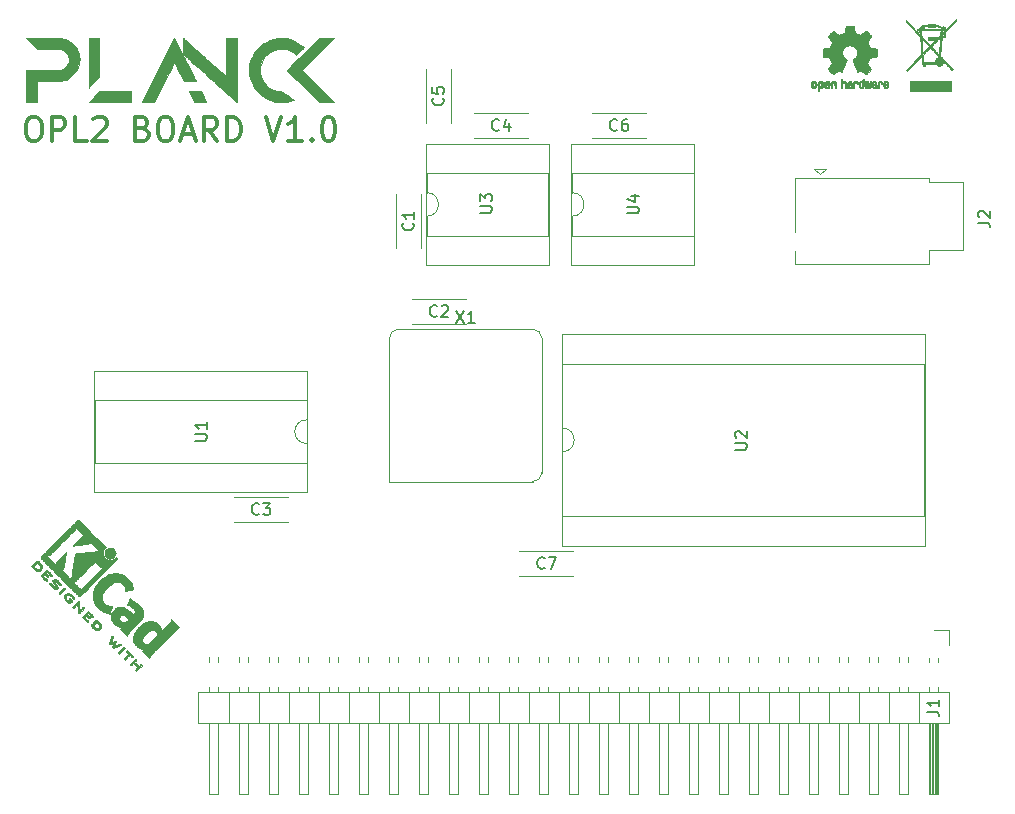
<source format=gbr>
%TF.GenerationSoftware,KiCad,Pcbnew,(5.1.10-1-10_14)*%
%TF.CreationDate,2021-10-31T18:53:11+01:00*%
%TF.ProjectId,opl2_board,6f706c32-5f62-46f6-9172-642e6b696361,rev?*%
%TF.SameCoordinates,Original*%
%TF.FileFunction,Legend,Top*%
%TF.FilePolarity,Positive*%
%FSLAX46Y46*%
G04 Gerber Fmt 4.6, Leading zero omitted, Abs format (unit mm)*
G04 Created by KiCad (PCBNEW (5.1.10-1-10_14)) date 2021-10-31 18:53:11*
%MOMM*%
%LPD*%
G01*
G04 APERTURE LIST*
%ADD10C,0.300000*%
%ADD11C,0.120000*%
%ADD12C,0.010000*%
%ADD13C,0.150000*%
G04 APERTURE END LIST*
D10*
X1858952Y51260238D02*
X2239904Y51260238D01*
X2430380Y51165000D01*
X2620857Y50974523D01*
X2716095Y50593571D01*
X2716095Y49926904D01*
X2620857Y49545952D01*
X2430380Y49355476D01*
X2239904Y49260238D01*
X1858952Y49260238D01*
X1668476Y49355476D01*
X1478000Y49545952D01*
X1382761Y49926904D01*
X1382761Y50593571D01*
X1478000Y50974523D01*
X1668476Y51165000D01*
X1858952Y51260238D01*
X3573238Y49260238D02*
X3573238Y51260238D01*
X4335142Y51260238D01*
X4525619Y51165000D01*
X4620857Y51069761D01*
X4716095Y50879285D01*
X4716095Y50593571D01*
X4620857Y50403095D01*
X4525619Y50307857D01*
X4335142Y50212619D01*
X3573238Y50212619D01*
X6525619Y49260238D02*
X5573238Y49260238D01*
X5573238Y51260238D01*
X7097047Y51069761D02*
X7192285Y51165000D01*
X7382761Y51260238D01*
X7858952Y51260238D01*
X8049428Y51165000D01*
X8144666Y51069761D01*
X8239904Y50879285D01*
X8239904Y50688809D01*
X8144666Y50403095D01*
X7001809Y49260238D01*
X8239904Y49260238D01*
X11287523Y50307857D02*
X11573238Y50212619D01*
X11668476Y50117380D01*
X11763714Y49926904D01*
X11763714Y49641190D01*
X11668476Y49450714D01*
X11573238Y49355476D01*
X11382761Y49260238D01*
X10620857Y49260238D01*
X10620857Y51260238D01*
X11287523Y51260238D01*
X11477999Y51165000D01*
X11573238Y51069761D01*
X11668476Y50879285D01*
X11668476Y50688809D01*
X11573238Y50498333D01*
X11477999Y50403095D01*
X11287523Y50307857D01*
X10620857Y50307857D01*
X13001809Y51260238D02*
X13382761Y51260238D01*
X13573238Y51165000D01*
X13763714Y50974523D01*
X13858952Y50593571D01*
X13858952Y49926904D01*
X13763714Y49545952D01*
X13573238Y49355476D01*
X13382761Y49260238D01*
X13001809Y49260238D01*
X12811333Y49355476D01*
X12620857Y49545952D01*
X12525619Y49926904D01*
X12525619Y50593571D01*
X12620857Y50974523D01*
X12811333Y51165000D01*
X13001809Y51260238D01*
X14620857Y49831666D02*
X15573238Y49831666D01*
X14430380Y49260238D02*
X15097047Y51260238D01*
X15763714Y49260238D01*
X17573238Y49260238D02*
X16906571Y50212619D01*
X16430380Y49260238D02*
X16430380Y51260238D01*
X17192285Y51260238D01*
X17382761Y51165000D01*
X17478000Y51069761D01*
X17573238Y50879285D01*
X17573238Y50593571D01*
X17478000Y50403095D01*
X17382761Y50307857D01*
X17192285Y50212619D01*
X16430380Y50212619D01*
X18430380Y49260238D02*
X18430380Y51260238D01*
X18906571Y51260238D01*
X19192285Y51165000D01*
X19382761Y50974523D01*
X19478000Y50784047D01*
X19573238Y50403095D01*
X19573238Y50117380D01*
X19478000Y49736428D01*
X19382761Y49545952D01*
X19192285Y49355476D01*
X18906571Y49260238D01*
X18430380Y49260238D01*
X21668476Y51260238D02*
X22335142Y49260238D01*
X23001809Y51260238D01*
X24716095Y49260238D02*
X23573238Y49260238D01*
X24144666Y49260238D02*
X24144666Y51260238D01*
X23954190Y50974523D01*
X23763714Y50784047D01*
X23573238Y50688809D01*
X25573238Y49450714D02*
X25668476Y49355476D01*
X25573238Y49260238D01*
X25477999Y49355476D01*
X25573238Y49450714D01*
X25573238Y49260238D01*
X26906571Y51260238D02*
X27097047Y51260238D01*
X27287523Y51165000D01*
X27382761Y51069761D01*
X27477999Y50879285D01*
X27573238Y50498333D01*
X27573238Y50022142D01*
X27477999Y49641190D01*
X27382761Y49450714D01*
X27287523Y49355476D01*
X27097047Y49260238D01*
X26906571Y49260238D01*
X26716095Y49355476D01*
X26620857Y49450714D01*
X26525619Y49641190D01*
X26430380Y50022142D01*
X26430380Y50498333D01*
X26525619Y50879285D01*
X26620857Y51069761D01*
X26716095Y51165000D01*
X26906571Y51260238D01*
D11*
%TO.C,J2*%
X77880000Y45812000D02*
X80680000Y45812000D01*
X77880000Y40012000D02*
X80680000Y40012000D01*
X77880000Y38812000D02*
X66480000Y38812000D01*
X80680000Y40012000D02*
X80680000Y45812000D01*
X77880000Y46112000D02*
X77880000Y45812000D01*
X77880000Y40012000D02*
X77880000Y38812000D01*
X66480000Y38812000D02*
X66480000Y39912000D01*
X66480000Y46112000D02*
X66480000Y41512000D01*
X77880000Y46112000D02*
X66480000Y46112000D01*
X68580000Y46412000D02*
X69080000Y46912000D01*
X69080000Y46912000D02*
X68080000Y46912000D01*
X68080000Y46912000D02*
X68580000Y46412000D01*
%TO.C,C7*%
X47696000Y12407000D02*
X47696000Y12392000D01*
X47696000Y14532000D02*
X47696000Y14517000D01*
X43156000Y12407000D02*
X43156000Y12392000D01*
X43156000Y14532000D02*
X43156000Y14517000D01*
X43156000Y12392000D02*
X47696000Y12392000D01*
X43156000Y14532000D02*
X47696000Y14532000D01*
%TO.C,C6*%
X49332000Y51601000D02*
X49332000Y51616000D01*
X49332000Y49476000D02*
X49332000Y49491000D01*
X53872000Y51601000D02*
X53872000Y51616000D01*
X53872000Y49476000D02*
X53872000Y49491000D01*
X53872000Y51616000D02*
X49332000Y51616000D01*
X53872000Y49476000D02*
X49332000Y49476000D01*
%TO.C,C5*%
X37377000Y55316000D02*
X37392000Y55316000D01*
X35252000Y55316000D02*
X35267000Y55316000D01*
X37377000Y50776000D02*
X37392000Y50776000D01*
X35252000Y50776000D02*
X35267000Y50776000D01*
X37392000Y50776000D02*
X37392000Y55316000D01*
X35252000Y50776000D02*
X35252000Y55316000D01*
%TO.C,C4*%
X43886000Y49491000D02*
X43886000Y49476000D01*
X43886000Y51616000D02*
X43886000Y51601000D01*
X39346000Y49491000D02*
X39346000Y49476000D01*
X39346000Y51616000D02*
X39346000Y51601000D01*
X39346000Y49476000D02*
X43886000Y49476000D01*
X39346000Y51616000D02*
X43886000Y51616000D01*
%TO.C,C3*%
X23566000Y16979000D02*
X23566000Y16964000D01*
X23566000Y19104000D02*
X23566000Y19089000D01*
X19026000Y16979000D02*
X19026000Y16964000D01*
X19026000Y19104000D02*
X19026000Y19089000D01*
X19026000Y16964000D02*
X23566000Y16964000D01*
X19026000Y19104000D02*
X23566000Y19104000D01*
%TO.C,C2*%
X34092000Y35853000D02*
X34092000Y35868000D01*
X34092000Y33728000D02*
X34092000Y33743000D01*
X38632000Y35853000D02*
X38632000Y35868000D01*
X38632000Y33728000D02*
X38632000Y33743000D01*
X38632000Y35868000D02*
X34092000Y35868000D01*
X38632000Y33728000D02*
X34092000Y33728000D01*
%TO.C,C1*%
X32727000Y40188000D02*
X32712000Y40188000D01*
X34852000Y40188000D02*
X34837000Y40188000D01*
X32727000Y44728000D02*
X32712000Y44728000D01*
X34852000Y44728000D02*
X34837000Y44728000D01*
X32712000Y44728000D02*
X32712000Y40188000D01*
X34852000Y44728000D02*
X34852000Y40188000D01*
%TO.C,X1*%
X32158000Y20410500D02*
X44308000Y20410500D01*
X45058000Y21160500D02*
X45058000Y32560500D01*
X44308000Y33310500D02*
X32908000Y33310500D01*
X32158000Y32560500D02*
X32158000Y20410500D01*
X32908000Y33310500D02*
G75*
G03*
X32158000Y32560500I0J-750000D01*
G01*
X45058000Y32560500D02*
G75*
G03*
X44308000Y33310500I-750000J0D01*
G01*
X44308000Y20410500D02*
G75*
G03*
X45058000Y21160500I0J750000D01*
G01*
%TO.C,U4*%
X47568500Y49018500D02*
X47568500Y38738500D01*
X57968500Y49018500D02*
X47568500Y49018500D01*
X57968500Y38738500D02*
X57968500Y49018500D01*
X47568500Y38738500D02*
X57968500Y38738500D01*
X47628500Y46528500D02*
X47628500Y44878500D01*
X57908500Y46528500D02*
X47628500Y46528500D01*
X57908500Y41228500D02*
X57908500Y46528500D01*
X47628500Y41228500D02*
X57908500Y41228500D01*
X47628500Y42878500D02*
X47628500Y41228500D01*
X47628500Y44878500D02*
G75*
G02*
X47628500Y42878500I0J-1000000D01*
G01*
%TO.C,U3*%
X35249500Y49018500D02*
X35249500Y38738500D01*
X45649500Y49018500D02*
X35249500Y49018500D01*
X45649500Y38738500D02*
X45649500Y49018500D01*
X35249500Y38738500D02*
X45649500Y38738500D01*
X35309500Y46528500D02*
X35309500Y44878500D01*
X45589500Y46528500D02*
X35309500Y46528500D01*
X45589500Y41228500D02*
X45589500Y46528500D01*
X35309500Y41228500D02*
X45589500Y41228500D01*
X35309500Y42878500D02*
X35309500Y41228500D01*
X35309500Y44878500D02*
G75*
G02*
X35309500Y42878500I0J-1000000D01*
G01*
%TO.C,U2*%
X46743000Y32889500D02*
X46743000Y14989500D01*
X77463000Y32889500D02*
X46743000Y32889500D01*
X77463000Y14989500D02*
X77463000Y32889500D01*
X46743000Y14989500D02*
X77463000Y14989500D01*
X46803000Y30399500D02*
X46803000Y24939500D01*
X77403000Y30399500D02*
X46803000Y30399500D01*
X77403000Y17479500D02*
X77403000Y30399500D01*
X46803000Y17479500D02*
X77403000Y17479500D01*
X46803000Y22939500D02*
X46803000Y17479500D01*
X46803000Y24939500D02*
G75*
G02*
X46803000Y22939500I0J-1000000D01*
G01*
%TO.C,U1*%
X25202500Y19498000D02*
X25202500Y29778000D01*
X7182500Y19498000D02*
X25202500Y19498000D01*
X7182500Y29778000D02*
X7182500Y19498000D01*
X25202500Y29778000D02*
X7182500Y29778000D01*
X25142500Y21988000D02*
X25142500Y23638000D01*
X7242500Y21988000D02*
X25142500Y21988000D01*
X7242500Y27288000D02*
X7242500Y21988000D01*
X25142500Y27288000D02*
X7242500Y27288000D01*
X25142500Y25638000D02*
X25142500Y27288000D01*
X25142500Y23638000D02*
G75*
G02*
X25142500Y25638000I0J1000000D01*
G01*
D12*
%TO.C,REF\u002A\u002A*%
G36*
X68719744Y54341082D02*
G01*
X68775201Y54313432D01*
X68824148Y54262520D01*
X68837629Y54243662D01*
X68852314Y54218985D01*
X68861842Y54192184D01*
X68867293Y54156413D01*
X68869747Y54104831D01*
X68870286Y54036733D01*
X68867852Y53943412D01*
X68859394Y53873343D01*
X68843174Y53821069D01*
X68817454Y53781131D01*
X68780497Y53748071D01*
X68777782Y53746114D01*
X68741360Y53726092D01*
X68697502Y53716185D01*
X68641724Y53713743D01*
X68551048Y53713743D01*
X68551010Y53625717D01*
X68550166Y53576692D01*
X68545024Y53547935D01*
X68531587Y53530689D01*
X68505858Y53516192D01*
X68499679Y53513231D01*
X68470764Y53499352D01*
X68448376Y53490586D01*
X68431729Y53489829D01*
X68420036Y53499977D01*
X68412510Y53523927D01*
X68408366Y53564574D01*
X68406815Y53624814D01*
X68407071Y53707545D01*
X68408349Y53815661D01*
X68408748Y53848000D01*
X68410185Y53959476D01*
X68411472Y54032397D01*
X68550971Y54032397D01*
X68551755Y53970501D01*
X68555240Y53930003D01*
X68563124Y53903292D01*
X68577105Y53882756D01*
X68586597Y53872740D01*
X68625404Y53843433D01*
X68659763Y53841048D01*
X68695216Y53865250D01*
X68696114Y53866143D01*
X68710539Y53884847D01*
X68719313Y53910268D01*
X68723739Y53949416D01*
X68725118Y54009303D01*
X68725143Y54022570D01*
X68721812Y54105099D01*
X68710969Y54162309D01*
X68691340Y54197234D01*
X68661650Y54212906D01*
X68644491Y54214486D01*
X68603766Y54207074D01*
X68575832Y54182670D01*
X68559017Y54138020D01*
X68551650Y54069870D01*
X68550971Y54032397D01*
X68411472Y54032397D01*
X68411708Y54045755D01*
X68413677Y54110667D01*
X68416450Y54158042D01*
X68420388Y54191710D01*
X68425849Y54215502D01*
X68433192Y54233247D01*
X68442777Y54248776D01*
X68446887Y54254619D01*
X68501405Y54309815D01*
X68570336Y54341110D01*
X68650072Y54349835D01*
X68719744Y54341082D01*
G37*
X68719744Y54341082D02*
X68775201Y54313432D01*
X68824148Y54262520D01*
X68837629Y54243662D01*
X68852314Y54218985D01*
X68861842Y54192184D01*
X68867293Y54156413D01*
X68869747Y54104831D01*
X68870286Y54036733D01*
X68867852Y53943412D01*
X68859394Y53873343D01*
X68843174Y53821069D01*
X68817454Y53781131D01*
X68780497Y53748071D01*
X68777782Y53746114D01*
X68741360Y53726092D01*
X68697502Y53716185D01*
X68641724Y53713743D01*
X68551048Y53713743D01*
X68551010Y53625717D01*
X68550166Y53576692D01*
X68545024Y53547935D01*
X68531587Y53530689D01*
X68505858Y53516192D01*
X68499679Y53513231D01*
X68470764Y53499352D01*
X68448376Y53490586D01*
X68431729Y53489829D01*
X68420036Y53499977D01*
X68412510Y53523927D01*
X68408366Y53564574D01*
X68406815Y53624814D01*
X68407071Y53707545D01*
X68408349Y53815661D01*
X68408748Y53848000D01*
X68410185Y53959476D01*
X68411472Y54032397D01*
X68550971Y54032397D01*
X68551755Y53970501D01*
X68555240Y53930003D01*
X68563124Y53903292D01*
X68577105Y53882756D01*
X68586597Y53872740D01*
X68625404Y53843433D01*
X68659763Y53841048D01*
X68695216Y53865250D01*
X68696114Y53866143D01*
X68710539Y53884847D01*
X68719313Y53910268D01*
X68723739Y53949416D01*
X68725118Y54009303D01*
X68725143Y54022570D01*
X68721812Y54105099D01*
X68710969Y54162309D01*
X68691340Y54197234D01*
X68661650Y54212906D01*
X68644491Y54214486D01*
X68603766Y54207074D01*
X68575832Y54182670D01*
X68559017Y54138020D01*
X68551650Y54069870D01*
X68550971Y54032397D01*
X68411472Y54032397D01*
X68411708Y54045755D01*
X68413677Y54110667D01*
X68416450Y54158042D01*
X68420388Y54191710D01*
X68425849Y54215502D01*
X68433192Y54233247D01*
X68442777Y54248776D01*
X68446887Y54254619D01*
X68501405Y54309815D01*
X68570336Y54341110D01*
X68650072Y54349835D01*
X68719744Y54341082D01*
G36*
X69836093Y54333220D02*
G01*
X69882672Y54306277D01*
X69915057Y54279534D01*
X69938742Y54251516D01*
X69955059Y54217252D01*
X69965339Y54171773D01*
X69970914Y54110108D01*
X69973116Y54027289D01*
X69973371Y53967754D01*
X69973371Y53748609D01*
X69911686Y53720956D01*
X69850000Y53693303D01*
X69842743Y53933330D01*
X69839744Y54022972D01*
X69836598Y54088038D01*
X69832701Y54132974D01*
X69827447Y54162230D01*
X69820231Y54180252D01*
X69810450Y54191489D01*
X69807312Y54193921D01*
X69759761Y54212917D01*
X69711697Y54205400D01*
X69683086Y54185457D01*
X69671447Y54171325D01*
X69663391Y54152780D01*
X69658271Y54124666D01*
X69655441Y54081827D01*
X69654256Y54019105D01*
X69654057Y53953739D01*
X69654018Y53871732D01*
X69652614Y53813684D01*
X69647914Y53774535D01*
X69637987Y53749220D01*
X69620903Y53732677D01*
X69594732Y53719844D01*
X69559775Y53706509D01*
X69521596Y53691993D01*
X69526141Y53949611D01*
X69527971Y54042481D01*
X69530112Y54111111D01*
X69533181Y54160289D01*
X69537794Y54194802D01*
X69544568Y54219438D01*
X69554119Y54238984D01*
X69565634Y54256230D01*
X69621190Y54311320D01*
X69688980Y54343178D01*
X69762713Y54350809D01*
X69836093Y54333220D01*
G37*
X69836093Y54333220D02*
X69882672Y54306277D01*
X69915057Y54279534D01*
X69938742Y54251516D01*
X69955059Y54217252D01*
X69965339Y54171773D01*
X69970914Y54110108D01*
X69973116Y54027289D01*
X69973371Y53967754D01*
X69973371Y53748609D01*
X69911686Y53720956D01*
X69850000Y53693303D01*
X69842743Y53933330D01*
X69839744Y54022972D01*
X69836598Y54088038D01*
X69832701Y54132974D01*
X69827447Y54162230D01*
X69820231Y54180252D01*
X69810450Y54191489D01*
X69807312Y54193921D01*
X69759761Y54212917D01*
X69711697Y54205400D01*
X69683086Y54185457D01*
X69671447Y54171325D01*
X69663391Y54152780D01*
X69658271Y54124666D01*
X69655441Y54081827D01*
X69654256Y54019105D01*
X69654057Y53953739D01*
X69654018Y53871732D01*
X69652614Y53813684D01*
X69647914Y53774535D01*
X69637987Y53749220D01*
X69620903Y53732677D01*
X69594732Y53719844D01*
X69559775Y53706509D01*
X69521596Y53691993D01*
X69526141Y53949611D01*
X69527971Y54042481D01*
X69530112Y54111111D01*
X69533181Y54160289D01*
X69537794Y54194802D01*
X69544568Y54219438D01*
X69554119Y54238984D01*
X69565634Y54256230D01*
X69621190Y54311320D01*
X69688980Y54343178D01*
X69762713Y54350809D01*
X69836093Y54333220D01*
G36*
X68161115Y54339038D02*
G01*
X68229145Y54303267D01*
X68279351Y54245699D01*
X68297185Y54208688D01*
X68311063Y54153118D01*
X68318167Y54082904D01*
X68318840Y54006273D01*
X68313427Y53931448D01*
X68302270Y53866658D01*
X68285714Y53820127D01*
X68280626Y53812113D01*
X68220355Y53752293D01*
X68148769Y53716465D01*
X68071092Y53705980D01*
X67992548Y53722190D01*
X67970689Y53731908D01*
X67928122Y53761857D01*
X67890763Y53801567D01*
X67887232Y53806603D01*
X67872881Y53830876D01*
X67863394Y53856822D01*
X67857790Y53890978D01*
X67855086Y53939881D01*
X67854299Y54010065D01*
X67854286Y54025800D01*
X67854322Y54030808D01*
X67999429Y54030808D01*
X68000273Y53964570D01*
X68003596Y53920614D01*
X68010583Y53892221D01*
X68022416Y53872675D01*
X68028457Y53866143D01*
X68063186Y53841320D01*
X68096903Y53842452D01*
X68130995Y53863984D01*
X68151329Y53886971D01*
X68163371Y53920522D01*
X68170134Y53973431D01*
X68170598Y53979601D01*
X68171752Y54075487D01*
X68159688Y54146701D01*
X68134570Y54192806D01*
X68096560Y54213365D01*
X68082992Y54214486D01*
X68047364Y54208848D01*
X68022994Y54189314D01*
X68008093Y54151958D01*
X68000875Y54092850D01*
X67999429Y54030808D01*
X67854322Y54030808D01*
X67854826Y54100587D01*
X67857096Y54152841D01*
X67862068Y54189051D01*
X67870713Y54215701D01*
X67884005Y54239278D01*
X67886943Y54243662D01*
X67936313Y54302751D01*
X67990109Y54337053D01*
X68055602Y54350669D01*
X68077842Y54351335D01*
X68161115Y54339038D01*
G37*
X68161115Y54339038D02*
X68229145Y54303267D01*
X68279351Y54245699D01*
X68297185Y54208688D01*
X68311063Y54153118D01*
X68318167Y54082904D01*
X68318840Y54006273D01*
X68313427Y53931448D01*
X68302270Y53866658D01*
X68285714Y53820127D01*
X68280626Y53812113D01*
X68220355Y53752293D01*
X68148769Y53716465D01*
X68071092Y53705980D01*
X67992548Y53722190D01*
X67970689Y53731908D01*
X67928122Y53761857D01*
X67890763Y53801567D01*
X67887232Y53806603D01*
X67872881Y53830876D01*
X67863394Y53856822D01*
X67857790Y53890978D01*
X67855086Y53939881D01*
X67854299Y54010065D01*
X67854286Y54025800D01*
X67854322Y54030808D01*
X67999429Y54030808D01*
X68000273Y53964570D01*
X68003596Y53920614D01*
X68010583Y53892221D01*
X68022416Y53872675D01*
X68028457Y53866143D01*
X68063186Y53841320D01*
X68096903Y53842452D01*
X68130995Y53863984D01*
X68151329Y53886971D01*
X68163371Y53920522D01*
X68170134Y53973431D01*
X68170598Y53979601D01*
X68171752Y54075487D01*
X68159688Y54146701D01*
X68134570Y54192806D01*
X68096560Y54213365D01*
X68082992Y54214486D01*
X68047364Y54208848D01*
X68022994Y54189314D01*
X68008093Y54151958D01*
X68000875Y54092850D01*
X67999429Y54030808D01*
X67854322Y54030808D01*
X67854826Y54100587D01*
X67857096Y54152841D01*
X67862068Y54189051D01*
X67870713Y54215701D01*
X67884005Y54239278D01*
X67886943Y54243662D01*
X67936313Y54302751D01*
X67990109Y54337053D01*
X68055602Y54350669D01*
X68077842Y54351335D01*
X68161115Y54339038D01*
G36*
X69288303Y54329761D02*
G01*
X69345527Y54291265D01*
X69389749Y54235665D01*
X69416167Y54164914D01*
X69421510Y54112838D01*
X69420903Y54091107D01*
X69415822Y54074469D01*
X69401855Y54059563D01*
X69374589Y54043027D01*
X69329612Y54021502D01*
X69262511Y53991626D01*
X69262171Y53991476D01*
X69200407Y53963187D01*
X69149759Y53938067D01*
X69115404Y53918821D01*
X69102518Y53908152D01*
X69102514Y53908066D01*
X69113872Y53884834D01*
X69140431Y53859226D01*
X69170923Y53840779D01*
X69186370Y53837114D01*
X69228515Y53849788D01*
X69264808Y53881529D01*
X69282517Y53916428D01*
X69299552Y53942155D01*
X69332922Y53971454D01*
X69372149Y53996765D01*
X69406756Y54010529D01*
X69413993Y54011286D01*
X69422139Y53998840D01*
X69422630Y53967028D01*
X69416643Y53924134D01*
X69405357Y53878442D01*
X69389950Y53838239D01*
X69389171Y53836678D01*
X69342804Y53771938D01*
X69282711Y53727903D01*
X69214465Y53706289D01*
X69143638Y53708815D01*
X69075804Y53737196D01*
X69072788Y53739192D01*
X69019427Y53787552D01*
X68984340Y53850648D01*
X68964922Y53933613D01*
X68962316Y53956922D01*
X68957701Y54066945D01*
X68963233Y54118252D01*
X69102514Y54118252D01*
X69104324Y54086247D01*
X69114222Y54076907D01*
X69138898Y54083895D01*
X69177795Y54100413D01*
X69221275Y54121119D01*
X69222356Y54121667D01*
X69259209Y54141051D01*
X69274000Y54153987D01*
X69270353Y54167549D01*
X69254995Y54185368D01*
X69215923Y54211155D01*
X69173846Y54213050D01*
X69136103Y54194283D01*
X69110034Y54158085D01*
X69102514Y54118252D01*
X68963233Y54118252D01*
X68967194Y54154973D01*
X68991550Y54224788D01*
X69025456Y54273698D01*
X69086653Y54323122D01*
X69154063Y54347641D01*
X69222880Y54349203D01*
X69288303Y54329761D01*
G37*
X69288303Y54329761D02*
X69345527Y54291265D01*
X69389749Y54235665D01*
X69416167Y54164914D01*
X69421510Y54112838D01*
X69420903Y54091107D01*
X69415822Y54074469D01*
X69401855Y54059563D01*
X69374589Y54043027D01*
X69329612Y54021502D01*
X69262511Y53991626D01*
X69262171Y53991476D01*
X69200407Y53963187D01*
X69149759Y53938067D01*
X69115404Y53918821D01*
X69102518Y53908152D01*
X69102514Y53908066D01*
X69113872Y53884834D01*
X69140431Y53859226D01*
X69170923Y53840779D01*
X69186370Y53837114D01*
X69228515Y53849788D01*
X69264808Y53881529D01*
X69282517Y53916428D01*
X69299552Y53942155D01*
X69332922Y53971454D01*
X69372149Y53996765D01*
X69406756Y54010529D01*
X69413993Y54011286D01*
X69422139Y53998840D01*
X69422630Y53967028D01*
X69416643Y53924134D01*
X69405357Y53878442D01*
X69389950Y53838239D01*
X69389171Y53836678D01*
X69342804Y53771938D01*
X69282711Y53727903D01*
X69214465Y53706289D01*
X69143638Y53708815D01*
X69075804Y53737196D01*
X69072788Y53739192D01*
X69019427Y53787552D01*
X68984340Y53850648D01*
X68964922Y53933613D01*
X68962316Y53956922D01*
X68957701Y54066945D01*
X68963233Y54118252D01*
X69102514Y54118252D01*
X69104324Y54086247D01*
X69114222Y54076907D01*
X69138898Y54083895D01*
X69177795Y54100413D01*
X69221275Y54121119D01*
X69222356Y54121667D01*
X69259209Y54141051D01*
X69274000Y54153987D01*
X69270353Y54167549D01*
X69254995Y54185368D01*
X69215923Y54211155D01*
X69173846Y54213050D01*
X69136103Y54194283D01*
X69110034Y54158085D01*
X69102514Y54118252D01*
X68963233Y54118252D01*
X68967194Y54154973D01*
X68991550Y54224788D01*
X69025456Y54273698D01*
X69086653Y54323122D01*
X69154063Y54347641D01*
X69222880Y54349203D01*
X69288303Y54329761D01*
G36*
X70495886Y54409711D02*
G01*
X70500139Y54350387D01*
X70505025Y54315428D01*
X70511795Y54300180D01*
X70521702Y54299985D01*
X70524914Y54301805D01*
X70567644Y54314985D01*
X70623227Y54314215D01*
X70679737Y54300667D01*
X70715082Y54283139D01*
X70751321Y54255139D01*
X70777813Y54223451D01*
X70795999Y54183187D01*
X70807322Y54129457D01*
X70813222Y54057374D01*
X70815143Y53962049D01*
X70815177Y53943763D01*
X70815200Y53738354D01*
X70769491Y53722420D01*
X70737027Y53711580D01*
X70719215Y53706532D01*
X70718691Y53706486D01*
X70716937Y53720172D01*
X70715444Y53757924D01*
X70714326Y53814776D01*
X70713697Y53885766D01*
X70713600Y53928927D01*
X70713398Y54014027D01*
X70712358Y54075019D01*
X70709831Y54116823D01*
X70705164Y54144358D01*
X70697707Y54162544D01*
X70686811Y54176302D01*
X70680007Y54182927D01*
X70633272Y54209625D01*
X70582272Y54211625D01*
X70536001Y54189045D01*
X70527444Y54180893D01*
X70514893Y54165564D01*
X70506188Y54147382D01*
X70500631Y54121091D01*
X70497526Y54081438D01*
X70496176Y54023168D01*
X70495886Y53942827D01*
X70495886Y53738354D01*
X70450177Y53722420D01*
X70417713Y53711580D01*
X70399901Y53706532D01*
X70399377Y53706486D01*
X70398037Y53720377D01*
X70396828Y53759561D01*
X70395801Y53820300D01*
X70395002Y53898859D01*
X70394481Y53991502D01*
X70394286Y54094491D01*
X70394286Y54491658D01*
X70441457Y54511556D01*
X70488629Y54531453D01*
X70495886Y54409711D01*
G37*
X70495886Y54409711D02*
X70500139Y54350387D01*
X70505025Y54315428D01*
X70511795Y54300180D01*
X70521702Y54299985D01*
X70524914Y54301805D01*
X70567644Y54314985D01*
X70623227Y54314215D01*
X70679737Y54300667D01*
X70715082Y54283139D01*
X70751321Y54255139D01*
X70777813Y54223451D01*
X70795999Y54183187D01*
X70807322Y54129457D01*
X70813222Y54057374D01*
X70815143Y53962049D01*
X70815177Y53943763D01*
X70815200Y53738354D01*
X70769491Y53722420D01*
X70737027Y53711580D01*
X70719215Y53706532D01*
X70718691Y53706486D01*
X70716937Y53720172D01*
X70715444Y53757924D01*
X70714326Y53814776D01*
X70713697Y53885766D01*
X70713600Y53928927D01*
X70713398Y54014027D01*
X70712358Y54075019D01*
X70709831Y54116823D01*
X70705164Y54144358D01*
X70697707Y54162544D01*
X70686811Y54176302D01*
X70680007Y54182927D01*
X70633272Y54209625D01*
X70582272Y54211625D01*
X70536001Y54189045D01*
X70527444Y54180893D01*
X70514893Y54165564D01*
X70506188Y54147382D01*
X70500631Y54121091D01*
X70497526Y54081438D01*
X70496176Y54023168D01*
X70495886Y53942827D01*
X70495886Y53738354D01*
X70450177Y53722420D01*
X70417713Y53711580D01*
X70399901Y53706532D01*
X70399377Y53706486D01*
X70398037Y53720377D01*
X70396828Y53759561D01*
X70395801Y53820300D01*
X70395002Y53898859D01*
X70394481Y53991502D01*
X70394286Y54094491D01*
X70394286Y54491658D01*
X70441457Y54511556D01*
X70488629Y54531453D01*
X70495886Y54409711D01*
G36*
X71159744Y54310032D02*
G01*
X71216616Y54288913D01*
X71217267Y54288507D01*
X71252440Y54262620D01*
X71278407Y54232367D01*
X71296670Y54192942D01*
X71308732Y54139538D01*
X71316096Y54067349D01*
X71320264Y53971568D01*
X71320629Y53957922D01*
X71325876Y53752158D01*
X71281716Y53729322D01*
X71249763Y53713890D01*
X71230470Y53706577D01*
X71229578Y53706486D01*
X71226239Y53719978D01*
X71223587Y53756374D01*
X71221956Y53809548D01*
X71221600Y53852607D01*
X71221592Y53922359D01*
X71218403Y53966163D01*
X71207288Y53987056D01*
X71183501Y53988075D01*
X71142296Y53972259D01*
X71080086Y53943185D01*
X71034341Y53919037D01*
X71010813Y53898087D01*
X71003896Y53875253D01*
X71003886Y53874123D01*
X71015299Y53834788D01*
X71049092Y53813538D01*
X71100809Y53810461D01*
X71138061Y53810994D01*
X71157703Y53800265D01*
X71169952Y53774495D01*
X71177002Y53741663D01*
X71166842Y53723034D01*
X71163017Y53720368D01*
X71127001Y53709660D01*
X71076566Y53708144D01*
X71024626Y53715241D01*
X70987822Y53728212D01*
X70936938Y53771415D01*
X70908014Y53831554D01*
X70902286Y53878538D01*
X70906657Y53920918D01*
X70922475Y53955512D01*
X70953797Y53986237D01*
X71004678Y54017010D01*
X71079176Y54051748D01*
X71083714Y54053712D01*
X71150821Y54084713D01*
X71192232Y54110138D01*
X71209981Y54132986D01*
X71206107Y54156255D01*
X71182643Y54182944D01*
X71175627Y54189086D01*
X71128630Y54212900D01*
X71079933Y54211897D01*
X71037522Y54188549D01*
X71009384Y54145325D01*
X71006769Y54136840D01*
X70981308Y54095692D01*
X70949001Y54075872D01*
X70902286Y54056230D01*
X70902286Y54107050D01*
X70916496Y54180918D01*
X70958675Y54248673D01*
X70980624Y54271339D01*
X71030517Y54300431D01*
X71093967Y54313600D01*
X71159744Y54310032D01*
G37*
X71159744Y54310032D02*
X71216616Y54288913D01*
X71217267Y54288507D01*
X71252440Y54262620D01*
X71278407Y54232367D01*
X71296670Y54192942D01*
X71308732Y54139538D01*
X71316096Y54067349D01*
X71320264Y53971568D01*
X71320629Y53957922D01*
X71325876Y53752158D01*
X71281716Y53729322D01*
X71249763Y53713890D01*
X71230470Y53706577D01*
X71229578Y53706486D01*
X71226239Y53719978D01*
X71223587Y53756374D01*
X71221956Y53809548D01*
X71221600Y53852607D01*
X71221592Y53922359D01*
X71218403Y53966163D01*
X71207288Y53987056D01*
X71183501Y53988075D01*
X71142296Y53972259D01*
X71080086Y53943185D01*
X71034341Y53919037D01*
X71010813Y53898087D01*
X71003896Y53875253D01*
X71003886Y53874123D01*
X71015299Y53834788D01*
X71049092Y53813538D01*
X71100809Y53810461D01*
X71138061Y53810994D01*
X71157703Y53800265D01*
X71169952Y53774495D01*
X71177002Y53741663D01*
X71166842Y53723034D01*
X71163017Y53720368D01*
X71127001Y53709660D01*
X71076566Y53708144D01*
X71024626Y53715241D01*
X70987822Y53728212D01*
X70936938Y53771415D01*
X70908014Y53831554D01*
X70902286Y53878538D01*
X70906657Y53920918D01*
X70922475Y53955512D01*
X70953797Y53986237D01*
X71004678Y54017010D01*
X71079176Y54051748D01*
X71083714Y54053712D01*
X71150821Y54084713D01*
X71192232Y54110138D01*
X71209981Y54132986D01*
X71206107Y54156255D01*
X71182643Y54182944D01*
X71175627Y54189086D01*
X71128630Y54212900D01*
X71079933Y54211897D01*
X71037522Y54188549D01*
X71009384Y54145325D01*
X71006769Y54136840D01*
X70981308Y54095692D01*
X70949001Y54075872D01*
X70902286Y54056230D01*
X70902286Y54107050D01*
X70916496Y54180918D01*
X70958675Y54248673D01*
X70980624Y54271339D01*
X71030517Y54300431D01*
X71093967Y54313600D01*
X71159744Y54310032D01*
G36*
X71649926Y54311245D02*
G01*
X71715858Y54286916D01*
X71769273Y54243883D01*
X71790164Y54213591D01*
X71812939Y54158006D01*
X71812466Y54117814D01*
X71788562Y54090783D01*
X71779717Y54086187D01*
X71741530Y54071856D01*
X71722028Y54075528D01*
X71715422Y54099593D01*
X71715086Y54112886D01*
X71702992Y54161790D01*
X71671471Y54196001D01*
X71627659Y54212524D01*
X71578695Y54208366D01*
X71538894Y54186773D01*
X71525450Y54174456D01*
X71515921Y54159513D01*
X71509485Y54136925D01*
X71505317Y54101672D01*
X71502597Y54048734D01*
X71500502Y53973093D01*
X71499960Y53949143D01*
X71497981Y53867210D01*
X71495731Y53809545D01*
X71492357Y53771392D01*
X71487006Y53747996D01*
X71478824Y53734602D01*
X71466959Y53726455D01*
X71459362Y53722856D01*
X71427102Y53710548D01*
X71408111Y53706486D01*
X71401836Y53720052D01*
X71398006Y53761066D01*
X71396600Y53830001D01*
X71397598Y53927331D01*
X71397908Y53942343D01*
X71400101Y54031141D01*
X71402693Y54095981D01*
X71406382Y54141933D01*
X71411864Y54174065D01*
X71419835Y54197447D01*
X71430993Y54217148D01*
X71436830Y54225590D01*
X71470296Y54262943D01*
X71507727Y54291997D01*
X71512309Y54294533D01*
X71579426Y54314557D01*
X71649926Y54311245D01*
G37*
X71649926Y54311245D02*
X71715858Y54286916D01*
X71769273Y54243883D01*
X71790164Y54213591D01*
X71812939Y54158006D01*
X71812466Y54117814D01*
X71788562Y54090783D01*
X71779717Y54086187D01*
X71741530Y54071856D01*
X71722028Y54075528D01*
X71715422Y54099593D01*
X71715086Y54112886D01*
X71702992Y54161790D01*
X71671471Y54196001D01*
X71627659Y54212524D01*
X71578695Y54208366D01*
X71538894Y54186773D01*
X71525450Y54174456D01*
X71515921Y54159513D01*
X71509485Y54136925D01*
X71505317Y54101672D01*
X71502597Y54048734D01*
X71500502Y53973093D01*
X71499960Y53949143D01*
X71497981Y53867210D01*
X71495731Y53809545D01*
X71492357Y53771392D01*
X71487006Y53747996D01*
X71478824Y53734602D01*
X71466959Y53726455D01*
X71459362Y53722856D01*
X71427102Y53710548D01*
X71408111Y53706486D01*
X71401836Y53720052D01*
X71398006Y53761066D01*
X71396600Y53830001D01*
X71397598Y53927331D01*
X71397908Y53942343D01*
X71400101Y54031141D01*
X71402693Y54095981D01*
X71406382Y54141933D01*
X71411864Y54174065D01*
X71419835Y54197447D01*
X71430993Y54217148D01*
X71436830Y54225590D01*
X71470296Y54262943D01*
X71507727Y54291997D01*
X71512309Y54294533D01*
X71579426Y54314557D01*
X71649926Y54311245D01*
G36*
X72310117Y54195642D02*
G01*
X72309933Y54087163D01*
X72309219Y54003713D01*
X72307675Y53941296D01*
X72305001Y53895915D01*
X72300894Y53863571D01*
X72295055Y53840267D01*
X72287182Y53822005D01*
X72281221Y53811582D01*
X72231855Y53755055D01*
X72169264Y53719623D01*
X72100013Y53706910D01*
X72030668Y53718537D01*
X71989375Y53739432D01*
X71946025Y53775578D01*
X71916481Y53819724D01*
X71898655Y53877538D01*
X71890463Y53954687D01*
X71889302Y54011286D01*
X71889458Y54015353D01*
X71990857Y54015353D01*
X71991476Y53950450D01*
X71994314Y53907486D01*
X72000840Y53879378D01*
X72012523Y53859047D01*
X72026483Y53843712D01*
X72073365Y53814110D01*
X72123701Y53811581D01*
X72171276Y53836295D01*
X72174979Y53839644D01*
X72190783Y53857065D01*
X72200693Y53877791D01*
X72206058Y53908638D01*
X72208228Y53956423D01*
X72208571Y54009252D01*
X72207827Y54075619D01*
X72204748Y54119894D01*
X72198061Y54148991D01*
X72186496Y54169827D01*
X72177013Y54180893D01*
X72132960Y54208802D01*
X72082224Y54212157D01*
X72033796Y54190841D01*
X72024450Y54182927D01*
X72008540Y54165353D01*
X71998610Y54144413D01*
X71993278Y54113218D01*
X71991163Y54064878D01*
X71990857Y54015353D01*
X71889458Y54015353D01*
X71892810Y54102432D01*
X71904726Y54170914D01*
X71927135Y54222400D01*
X71962124Y54262557D01*
X71989375Y54283139D01*
X72038907Y54305375D01*
X72096316Y54315696D01*
X72149682Y54312933D01*
X72179543Y54301788D01*
X72191261Y54298617D01*
X72199037Y54310443D01*
X72204465Y54342134D01*
X72208571Y54390407D01*
X72213067Y54444171D01*
X72219313Y54476518D01*
X72230676Y54495015D01*
X72250528Y54507230D01*
X72263000Y54512638D01*
X72310171Y54532399D01*
X72310117Y54195642D01*
G37*
X72310117Y54195642D02*
X72309933Y54087163D01*
X72309219Y54003713D01*
X72307675Y53941296D01*
X72305001Y53895915D01*
X72300894Y53863571D01*
X72295055Y53840267D01*
X72287182Y53822005D01*
X72281221Y53811582D01*
X72231855Y53755055D01*
X72169264Y53719623D01*
X72100013Y53706910D01*
X72030668Y53718537D01*
X71989375Y53739432D01*
X71946025Y53775578D01*
X71916481Y53819724D01*
X71898655Y53877538D01*
X71890463Y53954687D01*
X71889302Y54011286D01*
X71889458Y54015353D01*
X71990857Y54015353D01*
X71991476Y53950450D01*
X71994314Y53907486D01*
X72000840Y53879378D01*
X72012523Y53859047D01*
X72026483Y53843712D01*
X72073365Y53814110D01*
X72123701Y53811581D01*
X72171276Y53836295D01*
X72174979Y53839644D01*
X72190783Y53857065D01*
X72200693Y53877791D01*
X72206058Y53908638D01*
X72208228Y53956423D01*
X72208571Y54009252D01*
X72207827Y54075619D01*
X72204748Y54119894D01*
X72198061Y54148991D01*
X72186496Y54169827D01*
X72177013Y54180893D01*
X72132960Y54208802D01*
X72082224Y54212157D01*
X72033796Y54190841D01*
X72024450Y54182927D01*
X72008540Y54165353D01*
X71998610Y54144413D01*
X71993278Y54113218D01*
X71991163Y54064878D01*
X71990857Y54015353D01*
X71889458Y54015353D01*
X71892810Y54102432D01*
X71904726Y54170914D01*
X71927135Y54222400D01*
X71962124Y54262557D01*
X71989375Y54283139D01*
X72038907Y54305375D01*
X72096316Y54315696D01*
X72149682Y54312933D01*
X72179543Y54301788D01*
X72191261Y54298617D01*
X72199037Y54310443D01*
X72204465Y54342134D01*
X72208571Y54390407D01*
X72213067Y54444171D01*
X72219313Y54476518D01*
X72230676Y54495015D01*
X72250528Y54507230D01*
X72263000Y54512638D01*
X72310171Y54532399D01*
X72310117Y54195642D01*
G36*
X72899833Y54302337D02*
G01*
X72902048Y54264150D01*
X72903784Y54206114D01*
X72904899Y54132820D01*
X72905257Y54055945D01*
X72905257Y53795804D01*
X72859326Y53749873D01*
X72827675Y53721571D01*
X72799890Y53710107D01*
X72761915Y53710832D01*
X72746840Y53712679D01*
X72699726Y53718052D01*
X72660756Y53721131D01*
X72651257Y53721415D01*
X72619233Y53719555D01*
X72573432Y53714886D01*
X72555674Y53712679D01*
X72512057Y53709265D01*
X72482745Y53716680D01*
X72453680Y53739573D01*
X72443188Y53749873D01*
X72397257Y53795804D01*
X72397257Y54282398D01*
X72434226Y54299242D01*
X72466059Y54311718D01*
X72484683Y54316086D01*
X72489458Y54302282D01*
X72493921Y54263714D01*
X72497775Y54204644D01*
X72500722Y54129337D01*
X72502143Y54065714D01*
X72506114Y53815343D01*
X72540759Y53810444D01*
X72572268Y53813869D01*
X72587708Y53824959D01*
X72592023Y53845692D01*
X72595708Y53889855D01*
X72598469Y53951854D01*
X72600012Y54026091D01*
X72600235Y54064294D01*
X72600457Y54284217D01*
X72646166Y54300151D01*
X72678518Y54310985D01*
X72696115Y54316038D01*
X72696623Y54316086D01*
X72698388Y54302352D01*
X72700329Y54264270D01*
X72702282Y54206518D01*
X72704084Y54133773D01*
X72705343Y54065714D01*
X72709314Y53815343D01*
X72796400Y53815343D01*
X72800396Y54043760D01*
X72804392Y54272178D01*
X72846847Y54294132D01*
X72878192Y54309207D01*
X72896744Y54316049D01*
X72897279Y54316086D01*
X72899833Y54302337D01*
G37*
X72899833Y54302337D02*
X72902048Y54264150D01*
X72903784Y54206114D01*
X72904899Y54132820D01*
X72905257Y54055945D01*
X72905257Y53795804D01*
X72859326Y53749873D01*
X72827675Y53721571D01*
X72799890Y53710107D01*
X72761915Y53710832D01*
X72746840Y53712679D01*
X72699726Y53718052D01*
X72660756Y53721131D01*
X72651257Y53721415D01*
X72619233Y53719555D01*
X72573432Y53714886D01*
X72555674Y53712679D01*
X72512057Y53709265D01*
X72482745Y53716680D01*
X72453680Y53739573D01*
X72443188Y53749873D01*
X72397257Y53795804D01*
X72397257Y54282398D01*
X72434226Y54299242D01*
X72466059Y54311718D01*
X72484683Y54316086D01*
X72489458Y54302282D01*
X72493921Y54263714D01*
X72497775Y54204644D01*
X72500722Y54129337D01*
X72502143Y54065714D01*
X72506114Y53815343D01*
X72540759Y53810444D01*
X72572268Y53813869D01*
X72587708Y53824959D01*
X72592023Y53845692D01*
X72595708Y53889855D01*
X72598469Y53951854D01*
X72600012Y54026091D01*
X72600235Y54064294D01*
X72600457Y54284217D01*
X72646166Y54300151D01*
X72678518Y54310985D01*
X72696115Y54316038D01*
X72696623Y54316086D01*
X72698388Y54302352D01*
X72700329Y54264270D01*
X72702282Y54206518D01*
X72704084Y54133773D01*
X72705343Y54065714D01*
X72709314Y53815343D01*
X72796400Y53815343D01*
X72800396Y54043760D01*
X72804392Y54272178D01*
X72846847Y54294132D01*
X72878192Y54309207D01*
X72896744Y54316049D01*
X72897279Y54316086D01*
X72899833Y54302337D01*
G36*
X73264876Y54304665D02*
G01*
X73306667Y54285656D01*
X73339469Y54262622D01*
X73363503Y54236867D01*
X73380097Y54203642D01*
X73390577Y54158200D01*
X73396271Y54095793D01*
X73398507Y54011673D01*
X73398743Y53956279D01*
X73398743Y53740174D01*
X73361774Y53723330D01*
X73332656Y53711019D01*
X73318231Y53706486D01*
X73315472Y53719975D01*
X73313282Y53756347D01*
X73311942Y53809458D01*
X73311657Y53851628D01*
X73310434Y53912553D01*
X73307136Y53960885D01*
X73302321Y53990482D01*
X73298496Y53996771D01*
X73272783Y53990348D01*
X73232418Y53973875D01*
X73185679Y53951542D01*
X73140845Y53927543D01*
X73106193Y53906070D01*
X73090002Y53891315D01*
X73089938Y53891155D01*
X73091330Y53863848D01*
X73103818Y53837781D01*
X73125743Y53816608D01*
X73157743Y53809526D01*
X73185092Y53810351D01*
X73223826Y53810958D01*
X73244158Y53801884D01*
X73256369Y53777908D01*
X73257909Y53773387D01*
X73263203Y53739194D01*
X73249047Y53718432D01*
X73212148Y53708538D01*
X73172289Y53706708D01*
X73100562Y53720273D01*
X73063432Y53739645D01*
X73017576Y53785155D01*
X72993256Y53841017D01*
X72991073Y53900043D01*
X73011629Y53955047D01*
X73042549Y53989514D01*
X73073420Y54008811D01*
X73121942Y54033241D01*
X73178485Y54058015D01*
X73187910Y54061801D01*
X73250019Y54089209D01*
X73285822Y54113366D01*
X73297337Y54137381D01*
X73286580Y54164365D01*
X73268114Y54185457D01*
X73224469Y54211428D01*
X73176446Y54213376D01*
X73132406Y54193363D01*
X73100709Y54153449D01*
X73096549Y54143152D01*
X73072327Y54105276D01*
X73036965Y54077158D01*
X72992343Y54054083D01*
X72992343Y54119515D01*
X72994969Y54159494D01*
X73006230Y54191003D01*
X73031199Y54224622D01*
X73055169Y54250516D01*
X73092441Y54287183D01*
X73121401Y54306879D01*
X73152505Y54314780D01*
X73187713Y54316086D01*
X73264876Y54304665D01*
G37*
X73264876Y54304665D02*
X73306667Y54285656D01*
X73339469Y54262622D01*
X73363503Y54236867D01*
X73380097Y54203642D01*
X73390577Y54158200D01*
X73396271Y54095793D01*
X73398507Y54011673D01*
X73398743Y53956279D01*
X73398743Y53740174D01*
X73361774Y53723330D01*
X73332656Y53711019D01*
X73318231Y53706486D01*
X73315472Y53719975D01*
X73313282Y53756347D01*
X73311942Y53809458D01*
X73311657Y53851628D01*
X73310434Y53912553D01*
X73307136Y53960885D01*
X73302321Y53990482D01*
X73298496Y53996771D01*
X73272783Y53990348D01*
X73232418Y53973875D01*
X73185679Y53951542D01*
X73140845Y53927543D01*
X73106193Y53906070D01*
X73090002Y53891315D01*
X73089938Y53891155D01*
X73091330Y53863848D01*
X73103818Y53837781D01*
X73125743Y53816608D01*
X73157743Y53809526D01*
X73185092Y53810351D01*
X73223826Y53810958D01*
X73244158Y53801884D01*
X73256369Y53777908D01*
X73257909Y53773387D01*
X73263203Y53739194D01*
X73249047Y53718432D01*
X73212148Y53708538D01*
X73172289Y53706708D01*
X73100562Y53720273D01*
X73063432Y53739645D01*
X73017576Y53785155D01*
X72993256Y53841017D01*
X72991073Y53900043D01*
X73011629Y53955047D01*
X73042549Y53989514D01*
X73073420Y54008811D01*
X73121942Y54033241D01*
X73178485Y54058015D01*
X73187910Y54061801D01*
X73250019Y54089209D01*
X73285822Y54113366D01*
X73297337Y54137381D01*
X73286580Y54164365D01*
X73268114Y54185457D01*
X73224469Y54211428D01*
X73176446Y54213376D01*
X73132406Y54193363D01*
X73100709Y54153449D01*
X73096549Y54143152D01*
X73072327Y54105276D01*
X73036965Y54077158D01*
X72992343Y54054083D01*
X72992343Y54119515D01*
X72994969Y54159494D01*
X73006230Y54191003D01*
X73031199Y54224622D01*
X73055169Y54250516D01*
X73092441Y54287183D01*
X73121401Y54306879D01*
X73152505Y54314780D01*
X73187713Y54316086D01*
X73264876Y54304665D01*
G36*
X73772600Y54302248D02*
G01*
X73789948Y54294666D01*
X73831356Y54261872D01*
X73866765Y54214453D01*
X73888664Y54163849D01*
X73892229Y54138902D01*
X73880279Y54104073D01*
X73854067Y54085643D01*
X73825964Y54074484D01*
X73813095Y54072428D01*
X73806829Y54087351D01*
X73794456Y54119825D01*
X73789028Y54134498D01*
X73758590Y54185256D01*
X73714520Y54210573D01*
X73658010Y54209794D01*
X73653825Y54208797D01*
X73623655Y54194493D01*
X73601476Y54166607D01*
X73586327Y54121713D01*
X73577250Y54056385D01*
X73573286Y53967196D01*
X73572914Y53919739D01*
X73572730Y53844929D01*
X73571522Y53793931D01*
X73568309Y53761529D01*
X73562109Y53742505D01*
X73551940Y53731644D01*
X73536819Y53723728D01*
X73535946Y53723330D01*
X73506828Y53711019D01*
X73492403Y53706486D01*
X73490186Y53720191D01*
X73488289Y53758075D01*
X73486847Y53815285D01*
X73485998Y53886973D01*
X73485829Y53939435D01*
X73486692Y54040953D01*
X73490070Y54117968D01*
X73497142Y54174977D01*
X73509088Y54216474D01*
X73527090Y54246957D01*
X73552327Y54270920D01*
X73577247Y54287645D01*
X73637171Y54309903D01*
X73706911Y54314924D01*
X73772600Y54302248D01*
G37*
X73772600Y54302248D02*
X73789948Y54294666D01*
X73831356Y54261872D01*
X73866765Y54214453D01*
X73888664Y54163849D01*
X73892229Y54138902D01*
X73880279Y54104073D01*
X73854067Y54085643D01*
X73825964Y54074484D01*
X73813095Y54072428D01*
X73806829Y54087351D01*
X73794456Y54119825D01*
X73789028Y54134498D01*
X73758590Y54185256D01*
X73714520Y54210573D01*
X73658010Y54209794D01*
X73653825Y54208797D01*
X73623655Y54194493D01*
X73601476Y54166607D01*
X73586327Y54121713D01*
X73577250Y54056385D01*
X73573286Y53967196D01*
X73572914Y53919739D01*
X73572730Y53844929D01*
X73571522Y53793931D01*
X73568309Y53761529D01*
X73562109Y53742505D01*
X73551940Y53731644D01*
X73536819Y53723728D01*
X73535946Y53723330D01*
X73506828Y53711019D01*
X73492403Y53706486D01*
X73490186Y53720191D01*
X73488289Y53758075D01*
X73486847Y53815285D01*
X73485998Y53886973D01*
X73485829Y53939435D01*
X73486692Y54040953D01*
X73490070Y54117968D01*
X73497142Y54174977D01*
X73509088Y54216474D01*
X73527090Y54246957D01*
X73552327Y54270920D01*
X73577247Y54287645D01*
X73637171Y54309903D01*
X73706911Y54314924D01*
X73772600Y54302248D01*
G36*
X74273595Y54294034D02*
G01*
X74331021Y54256503D01*
X74358719Y54222904D01*
X74380662Y54161936D01*
X74382405Y54113692D01*
X74378457Y54049184D01*
X74229686Y53984066D01*
X74157349Y53950798D01*
X74110084Y53924036D01*
X74085507Y53900856D01*
X74081237Y53878333D01*
X74094889Y53853545D01*
X74109943Y53837114D01*
X74153746Y53810765D01*
X74201389Y53808919D01*
X74245145Y53829454D01*
X74277289Y53870248D01*
X74283038Y53884653D01*
X74310576Y53929644D01*
X74342258Y53948818D01*
X74385714Y53965221D01*
X74385714Y53903034D01*
X74381872Y53860717D01*
X74366823Y53825031D01*
X74335280Y53784057D01*
X74330592Y53778733D01*
X74295506Y53742280D01*
X74265347Y53722717D01*
X74227615Y53713717D01*
X74196335Y53710770D01*
X74140385Y53710035D01*
X74100555Y53719340D01*
X74075708Y53733154D01*
X74036656Y53763533D01*
X74009625Y53796387D01*
X73992517Y53837706D01*
X73983238Y53893479D01*
X73979693Y53969695D01*
X73979410Y54008378D01*
X73980372Y54054753D01*
X74068007Y54054753D01*
X74069023Y54029874D01*
X74071556Y54025800D01*
X74088274Y54031335D01*
X74124249Y54045983D01*
X74172331Y54066810D01*
X74182386Y54071286D01*
X74243152Y54102186D01*
X74276632Y54129343D01*
X74283990Y54154780D01*
X74266391Y54180519D01*
X74251856Y54191891D01*
X74199410Y54214636D01*
X74150322Y54210878D01*
X74109227Y54183116D01*
X74080758Y54133848D01*
X74071631Y54094743D01*
X74068007Y54054753D01*
X73980372Y54054753D01*
X73981285Y54098751D01*
X73988196Y54165616D01*
X74001884Y54214305D01*
X74024096Y54250151D01*
X74056574Y54278487D01*
X74070733Y54287645D01*
X74135053Y54311493D01*
X74205473Y54312994D01*
X74273595Y54294034D01*
G37*
X74273595Y54294034D02*
X74331021Y54256503D01*
X74358719Y54222904D01*
X74380662Y54161936D01*
X74382405Y54113692D01*
X74378457Y54049184D01*
X74229686Y53984066D01*
X74157349Y53950798D01*
X74110084Y53924036D01*
X74085507Y53900856D01*
X74081237Y53878333D01*
X74094889Y53853545D01*
X74109943Y53837114D01*
X74153746Y53810765D01*
X74201389Y53808919D01*
X74245145Y53829454D01*
X74277289Y53870248D01*
X74283038Y53884653D01*
X74310576Y53929644D01*
X74342258Y53948818D01*
X74385714Y53965221D01*
X74385714Y53903034D01*
X74381872Y53860717D01*
X74366823Y53825031D01*
X74335280Y53784057D01*
X74330592Y53778733D01*
X74295506Y53742280D01*
X74265347Y53722717D01*
X74227615Y53713717D01*
X74196335Y53710770D01*
X74140385Y53710035D01*
X74100555Y53719340D01*
X74075708Y53733154D01*
X74036656Y53763533D01*
X74009625Y53796387D01*
X73992517Y53837706D01*
X73983238Y53893479D01*
X73979693Y53969695D01*
X73979410Y54008378D01*
X73980372Y54054753D01*
X74068007Y54054753D01*
X74069023Y54029874D01*
X74071556Y54025800D01*
X74088274Y54031335D01*
X74124249Y54045983D01*
X74172331Y54066810D01*
X74182386Y54071286D01*
X74243152Y54102186D01*
X74276632Y54129343D01*
X74283990Y54154780D01*
X74266391Y54180519D01*
X74251856Y54191891D01*
X74199410Y54214636D01*
X74150322Y54210878D01*
X74109227Y54183116D01*
X74080758Y54133848D01*
X74071631Y54094743D01*
X74068007Y54054753D01*
X73980372Y54054753D01*
X73981285Y54098751D01*
X73988196Y54165616D01*
X74001884Y54214305D01*
X74024096Y54250151D01*
X74056574Y54278487D01*
X74070733Y54287645D01*
X74135053Y54311493D01*
X74205473Y54312994D01*
X74273595Y54294034D01*
G36*
X71223910Y59018652D02*
G01*
X71302454Y59018222D01*
X71359298Y59017058D01*
X71398105Y59014793D01*
X71422538Y59011060D01*
X71436262Y59005494D01*
X71442940Y58997727D01*
X71446236Y58987395D01*
X71446556Y58986057D01*
X71451562Y58961921D01*
X71460829Y58914299D01*
X71473392Y58848259D01*
X71488287Y58768872D01*
X71504551Y58681204D01*
X71505119Y58678125D01*
X71521410Y58592211D01*
X71536652Y58516304D01*
X71549861Y58454955D01*
X71560054Y58412718D01*
X71566248Y58394145D01*
X71566543Y58393816D01*
X71584788Y58384747D01*
X71622405Y58369633D01*
X71671271Y58351738D01*
X71671543Y58351642D01*
X71733093Y58328507D01*
X71805657Y58299035D01*
X71874057Y58269403D01*
X71877294Y58267938D01*
X71988702Y58217374D01*
X72235399Y58385840D01*
X72311077Y58437197D01*
X72379631Y58483111D01*
X72437088Y58520970D01*
X72479476Y58548163D01*
X72502825Y58562079D01*
X72505042Y58563111D01*
X72522010Y58558516D01*
X72553701Y58536345D01*
X72601352Y58495553D01*
X72666198Y58435095D01*
X72732397Y58370773D01*
X72796214Y58307388D01*
X72853329Y58249549D01*
X72900305Y58200825D01*
X72933703Y58164790D01*
X72950085Y58145016D01*
X72950694Y58143998D01*
X72952505Y58130428D01*
X72945683Y58108267D01*
X72928540Y58074522D01*
X72899393Y58026200D01*
X72856555Y57960308D01*
X72799448Y57875483D01*
X72748766Y57800823D01*
X72703461Y57733860D01*
X72666150Y57678484D01*
X72639452Y57638580D01*
X72625985Y57618038D01*
X72625137Y57616644D01*
X72626781Y57596962D01*
X72639245Y57558707D01*
X72660048Y57509111D01*
X72667462Y57493272D01*
X72699814Y57422710D01*
X72734328Y57342647D01*
X72762365Y57273371D01*
X72782568Y57221955D01*
X72798615Y57182881D01*
X72807888Y57162459D01*
X72809041Y57160886D01*
X72826096Y57158279D01*
X72866298Y57151137D01*
X72924302Y57140477D01*
X72994763Y57127315D01*
X73072335Y57112667D01*
X73151672Y57097551D01*
X73227431Y57082982D01*
X73294264Y57069978D01*
X73346828Y57059555D01*
X73379776Y57052730D01*
X73387857Y57050801D01*
X73396205Y57046038D01*
X73402506Y57035282D01*
X73407045Y57014902D01*
X73410104Y56981266D01*
X73411967Y56930745D01*
X73412918Y56859708D01*
X73413240Y56764524D01*
X73413257Y56725508D01*
X73413257Y56408201D01*
X73337057Y56393161D01*
X73294663Y56385005D01*
X73231400Y56373101D01*
X73154962Y56358884D01*
X73073043Y56343790D01*
X73050400Y56339645D01*
X72974806Y56324947D01*
X72908953Y56310495D01*
X72858366Y56297625D01*
X72828574Y56287678D01*
X72823612Y56284713D01*
X72811426Y56263717D01*
X72793953Y56223033D01*
X72774577Y56170678D01*
X72770734Y56159400D01*
X72745339Y56089477D01*
X72713817Y56010582D01*
X72682969Y55939734D01*
X72682817Y55939405D01*
X72631447Y55828267D01*
X72800399Y55579747D01*
X72969352Y55331228D01*
X72752429Y55113942D01*
X72686819Y55049274D01*
X72626979Y54992267D01*
X72576267Y54945967D01*
X72538046Y54913416D01*
X72515675Y54897657D01*
X72512466Y54896657D01*
X72493626Y54904531D01*
X72455180Y54926422D01*
X72401330Y54959733D01*
X72336276Y55001869D01*
X72265940Y55049057D01*
X72194555Y55097190D01*
X72130908Y55139072D01*
X72079041Y55172129D01*
X72042995Y55193782D01*
X72026867Y55201457D01*
X72007189Y55194963D01*
X71969875Y55177850D01*
X71922621Y55153674D01*
X71917612Y55150987D01*
X71853977Y55119073D01*
X71810341Y55103421D01*
X71783202Y55103255D01*
X71769057Y55117796D01*
X71768975Y55118000D01*
X71761905Y55135221D01*
X71745042Y55176101D01*
X71719695Y55237475D01*
X71687171Y55316181D01*
X71648778Y55409053D01*
X71605822Y55512928D01*
X71564222Y55613498D01*
X71518504Y55724484D01*
X71476526Y55827297D01*
X71439548Y55918785D01*
X71408827Y55995799D01*
X71385622Y56055185D01*
X71371190Y56093791D01*
X71366743Y56108200D01*
X71377896Y56124728D01*
X71407069Y56151070D01*
X71445971Y56180113D01*
X71556757Y56271961D01*
X71643351Y56377241D01*
X71704716Y56493734D01*
X71739815Y56619224D01*
X71747608Y56751493D01*
X71741943Y56812543D01*
X71711078Y56939205D01*
X71657920Y57051059D01*
X71585767Y57146999D01*
X71497917Y57225924D01*
X71397665Y57286730D01*
X71288310Y57328313D01*
X71173147Y57349572D01*
X71055475Y57349401D01*
X70938590Y57326699D01*
X70825789Y57280362D01*
X70720369Y57209287D01*
X70676368Y57169089D01*
X70591979Y57065871D01*
X70533222Y56953075D01*
X70499704Y56833990D01*
X70491035Y56711905D01*
X70506823Y56590107D01*
X70546678Y56471884D01*
X70610207Y56360525D01*
X70697021Y56259316D01*
X70794029Y56180113D01*
X70834437Y56149838D01*
X70862982Y56123781D01*
X70873257Y56108175D01*
X70867877Y56091157D01*
X70852575Y56050500D01*
X70828612Y55989358D01*
X70797244Y55910881D01*
X70759732Y55818220D01*
X70717333Y55714528D01*
X70675663Y55613474D01*
X70629690Y55502393D01*
X70587107Y55399459D01*
X70549221Y55307835D01*
X70517340Y55230684D01*
X70492771Y55171169D01*
X70476820Y55132456D01*
X70470910Y55118000D01*
X70456948Y55103315D01*
X70429940Y55103358D01*
X70386413Y55118901D01*
X70322890Y55150716D01*
X70322388Y55150987D01*
X70274560Y55175677D01*
X70235897Y55193662D01*
X70214095Y55201386D01*
X70213133Y55201457D01*
X70196721Y55193622D01*
X70160487Y55171835D01*
X70108474Y55138672D01*
X70044725Y55096709D01*
X69974060Y55049057D01*
X69902116Y55000809D01*
X69837274Y54958849D01*
X69783735Y54925773D01*
X69745697Y54904179D01*
X69727533Y54896657D01*
X69710808Y54906543D01*
X69677180Y54934174D01*
X69630010Y54976505D01*
X69572658Y55030495D01*
X69508484Y55093101D01*
X69487497Y55114017D01*
X69270499Y55331377D01*
X69435668Y55573780D01*
X69485864Y55648219D01*
X69529919Y55715028D01*
X69565362Y55770335D01*
X69589719Y55810271D01*
X69600522Y55830964D01*
X69600838Y55832437D01*
X69595143Y55851942D01*
X69579826Y55891178D01*
X69557537Y55943570D01*
X69541893Y55978645D01*
X69512641Y56045799D01*
X69485094Y56113642D01*
X69463737Y56170966D01*
X69457935Y56188428D01*
X69441452Y56235062D01*
X69425340Y56271095D01*
X69416490Y56284713D01*
X69396960Y56293048D01*
X69354334Y56304863D01*
X69294145Y56318819D01*
X69221922Y56333578D01*
X69189600Y56339645D01*
X69107522Y56354727D01*
X69028795Y56369331D01*
X68961109Y56382020D01*
X68912160Y56391358D01*
X68902943Y56393161D01*
X68826743Y56408201D01*
X68826743Y56725508D01*
X68826914Y56829846D01*
X68827616Y56908787D01*
X68829134Y56965962D01*
X68831749Y57005001D01*
X68835746Y57029535D01*
X68841409Y57043195D01*
X68849020Y57049611D01*
X68852143Y57050801D01*
X68870978Y57055020D01*
X68912588Y57063438D01*
X68971630Y57075039D01*
X69042757Y57088805D01*
X69120625Y57103720D01*
X69199887Y57118768D01*
X69275198Y57132931D01*
X69341213Y57145194D01*
X69392587Y57154539D01*
X69423975Y57159950D01*
X69430959Y57160886D01*
X69437285Y57173404D01*
X69451290Y57206754D01*
X69470355Y57254623D01*
X69477634Y57273371D01*
X69506996Y57345805D01*
X69541571Y57425830D01*
X69572537Y57493272D01*
X69595323Y57544841D01*
X69610482Y57587215D01*
X69615542Y57613166D01*
X69614736Y57616644D01*
X69604041Y57633064D01*
X69579620Y57669583D01*
X69544095Y57722313D01*
X69500087Y57787365D01*
X69450217Y57860849D01*
X69440356Y57875355D01*
X69382492Y57961296D01*
X69339956Y58026739D01*
X69311054Y58074696D01*
X69294090Y58108180D01*
X69287367Y58130205D01*
X69289190Y58143783D01*
X69289236Y58143869D01*
X69303586Y58161703D01*
X69335323Y58196183D01*
X69381010Y58243732D01*
X69437204Y58300778D01*
X69500468Y58363745D01*
X69507602Y58370773D01*
X69587330Y58447980D01*
X69648857Y58504670D01*
X69693421Y58541890D01*
X69722257Y58560685D01*
X69734958Y58563111D01*
X69753494Y58552529D01*
X69791961Y58528084D01*
X69846386Y58492388D01*
X69912798Y58448053D01*
X69987225Y58397689D01*
X70004601Y58385840D01*
X70251297Y58217374D01*
X70362706Y58267938D01*
X70430457Y58297405D01*
X70503183Y58327041D01*
X70565703Y58350670D01*
X70568457Y58351642D01*
X70617360Y58369543D01*
X70655057Y58384680D01*
X70673425Y58393790D01*
X70673456Y58393816D01*
X70679285Y58410283D01*
X70689192Y58450781D01*
X70702195Y58510758D01*
X70717309Y58585660D01*
X70733552Y58670936D01*
X70734881Y58678125D01*
X70751175Y58765986D01*
X70766133Y58845740D01*
X70778791Y58912319D01*
X70788186Y58960653D01*
X70793354Y58985675D01*
X70793444Y58986057D01*
X70796589Y58996701D01*
X70802704Y59004738D01*
X70815453Y59010533D01*
X70838500Y59014453D01*
X70875509Y59016865D01*
X70930144Y59018135D01*
X71006067Y59018629D01*
X71106944Y59018714D01*
X71120000Y59018714D01*
X71223910Y59018652D01*
G37*
X71223910Y59018652D02*
X71302454Y59018222D01*
X71359298Y59017058D01*
X71398105Y59014793D01*
X71422538Y59011060D01*
X71436262Y59005494D01*
X71442940Y58997727D01*
X71446236Y58987395D01*
X71446556Y58986057D01*
X71451562Y58961921D01*
X71460829Y58914299D01*
X71473392Y58848259D01*
X71488287Y58768872D01*
X71504551Y58681204D01*
X71505119Y58678125D01*
X71521410Y58592211D01*
X71536652Y58516304D01*
X71549861Y58454955D01*
X71560054Y58412718D01*
X71566248Y58394145D01*
X71566543Y58393816D01*
X71584788Y58384747D01*
X71622405Y58369633D01*
X71671271Y58351738D01*
X71671543Y58351642D01*
X71733093Y58328507D01*
X71805657Y58299035D01*
X71874057Y58269403D01*
X71877294Y58267938D01*
X71988702Y58217374D01*
X72235399Y58385840D01*
X72311077Y58437197D01*
X72379631Y58483111D01*
X72437088Y58520970D01*
X72479476Y58548163D01*
X72502825Y58562079D01*
X72505042Y58563111D01*
X72522010Y58558516D01*
X72553701Y58536345D01*
X72601352Y58495553D01*
X72666198Y58435095D01*
X72732397Y58370773D01*
X72796214Y58307388D01*
X72853329Y58249549D01*
X72900305Y58200825D01*
X72933703Y58164790D01*
X72950085Y58145016D01*
X72950694Y58143998D01*
X72952505Y58130428D01*
X72945683Y58108267D01*
X72928540Y58074522D01*
X72899393Y58026200D01*
X72856555Y57960308D01*
X72799448Y57875483D01*
X72748766Y57800823D01*
X72703461Y57733860D01*
X72666150Y57678484D01*
X72639452Y57638580D01*
X72625985Y57618038D01*
X72625137Y57616644D01*
X72626781Y57596962D01*
X72639245Y57558707D01*
X72660048Y57509111D01*
X72667462Y57493272D01*
X72699814Y57422710D01*
X72734328Y57342647D01*
X72762365Y57273371D01*
X72782568Y57221955D01*
X72798615Y57182881D01*
X72807888Y57162459D01*
X72809041Y57160886D01*
X72826096Y57158279D01*
X72866298Y57151137D01*
X72924302Y57140477D01*
X72994763Y57127315D01*
X73072335Y57112667D01*
X73151672Y57097551D01*
X73227431Y57082982D01*
X73294264Y57069978D01*
X73346828Y57059555D01*
X73379776Y57052730D01*
X73387857Y57050801D01*
X73396205Y57046038D01*
X73402506Y57035282D01*
X73407045Y57014902D01*
X73410104Y56981266D01*
X73411967Y56930745D01*
X73412918Y56859708D01*
X73413240Y56764524D01*
X73413257Y56725508D01*
X73413257Y56408201D01*
X73337057Y56393161D01*
X73294663Y56385005D01*
X73231400Y56373101D01*
X73154962Y56358884D01*
X73073043Y56343790D01*
X73050400Y56339645D01*
X72974806Y56324947D01*
X72908953Y56310495D01*
X72858366Y56297625D01*
X72828574Y56287678D01*
X72823612Y56284713D01*
X72811426Y56263717D01*
X72793953Y56223033D01*
X72774577Y56170678D01*
X72770734Y56159400D01*
X72745339Y56089477D01*
X72713817Y56010582D01*
X72682969Y55939734D01*
X72682817Y55939405D01*
X72631447Y55828267D01*
X72800399Y55579747D01*
X72969352Y55331228D01*
X72752429Y55113942D01*
X72686819Y55049274D01*
X72626979Y54992267D01*
X72576267Y54945967D01*
X72538046Y54913416D01*
X72515675Y54897657D01*
X72512466Y54896657D01*
X72493626Y54904531D01*
X72455180Y54926422D01*
X72401330Y54959733D01*
X72336276Y55001869D01*
X72265940Y55049057D01*
X72194555Y55097190D01*
X72130908Y55139072D01*
X72079041Y55172129D01*
X72042995Y55193782D01*
X72026867Y55201457D01*
X72007189Y55194963D01*
X71969875Y55177850D01*
X71922621Y55153674D01*
X71917612Y55150987D01*
X71853977Y55119073D01*
X71810341Y55103421D01*
X71783202Y55103255D01*
X71769057Y55117796D01*
X71768975Y55118000D01*
X71761905Y55135221D01*
X71745042Y55176101D01*
X71719695Y55237475D01*
X71687171Y55316181D01*
X71648778Y55409053D01*
X71605822Y55512928D01*
X71564222Y55613498D01*
X71518504Y55724484D01*
X71476526Y55827297D01*
X71439548Y55918785D01*
X71408827Y55995799D01*
X71385622Y56055185D01*
X71371190Y56093791D01*
X71366743Y56108200D01*
X71377896Y56124728D01*
X71407069Y56151070D01*
X71445971Y56180113D01*
X71556757Y56271961D01*
X71643351Y56377241D01*
X71704716Y56493734D01*
X71739815Y56619224D01*
X71747608Y56751493D01*
X71741943Y56812543D01*
X71711078Y56939205D01*
X71657920Y57051059D01*
X71585767Y57146999D01*
X71497917Y57225924D01*
X71397665Y57286730D01*
X71288310Y57328313D01*
X71173147Y57349572D01*
X71055475Y57349401D01*
X70938590Y57326699D01*
X70825789Y57280362D01*
X70720369Y57209287D01*
X70676368Y57169089D01*
X70591979Y57065871D01*
X70533222Y56953075D01*
X70499704Y56833990D01*
X70491035Y56711905D01*
X70506823Y56590107D01*
X70546678Y56471884D01*
X70610207Y56360525D01*
X70697021Y56259316D01*
X70794029Y56180113D01*
X70834437Y56149838D01*
X70862982Y56123781D01*
X70873257Y56108175D01*
X70867877Y56091157D01*
X70852575Y56050500D01*
X70828612Y55989358D01*
X70797244Y55910881D01*
X70759732Y55818220D01*
X70717333Y55714528D01*
X70675663Y55613474D01*
X70629690Y55502393D01*
X70587107Y55399459D01*
X70549221Y55307835D01*
X70517340Y55230684D01*
X70492771Y55171169D01*
X70476820Y55132456D01*
X70470910Y55118000D01*
X70456948Y55103315D01*
X70429940Y55103358D01*
X70386413Y55118901D01*
X70322890Y55150716D01*
X70322388Y55150987D01*
X70274560Y55175677D01*
X70235897Y55193662D01*
X70214095Y55201386D01*
X70213133Y55201457D01*
X70196721Y55193622D01*
X70160487Y55171835D01*
X70108474Y55138672D01*
X70044725Y55096709D01*
X69974060Y55049057D01*
X69902116Y55000809D01*
X69837274Y54958849D01*
X69783735Y54925773D01*
X69745697Y54904179D01*
X69727533Y54896657D01*
X69710808Y54906543D01*
X69677180Y54934174D01*
X69630010Y54976505D01*
X69572658Y55030495D01*
X69508484Y55093101D01*
X69487497Y55114017D01*
X69270499Y55331377D01*
X69435668Y55573780D01*
X69485864Y55648219D01*
X69529919Y55715028D01*
X69565362Y55770335D01*
X69589719Y55810271D01*
X69600522Y55830964D01*
X69600838Y55832437D01*
X69595143Y55851942D01*
X69579826Y55891178D01*
X69557537Y55943570D01*
X69541893Y55978645D01*
X69512641Y56045799D01*
X69485094Y56113642D01*
X69463737Y56170966D01*
X69457935Y56188428D01*
X69441452Y56235062D01*
X69425340Y56271095D01*
X69416490Y56284713D01*
X69396960Y56293048D01*
X69354334Y56304863D01*
X69294145Y56318819D01*
X69221922Y56333578D01*
X69189600Y56339645D01*
X69107522Y56354727D01*
X69028795Y56369331D01*
X68961109Y56382020D01*
X68912160Y56391358D01*
X68902943Y56393161D01*
X68826743Y56408201D01*
X68826743Y56725508D01*
X68826914Y56829846D01*
X68827616Y56908787D01*
X68829134Y56965962D01*
X68831749Y57005001D01*
X68835746Y57029535D01*
X68841409Y57043195D01*
X68849020Y57049611D01*
X68852143Y57050801D01*
X68870978Y57055020D01*
X68912588Y57063438D01*
X68971630Y57075039D01*
X69042757Y57088805D01*
X69120625Y57103720D01*
X69199887Y57118768D01*
X69275198Y57132931D01*
X69341213Y57145194D01*
X69392587Y57154539D01*
X69423975Y57159950D01*
X69430959Y57160886D01*
X69437285Y57173404D01*
X69451290Y57206754D01*
X69470355Y57254623D01*
X69477634Y57273371D01*
X69506996Y57345805D01*
X69541571Y57425830D01*
X69572537Y57493272D01*
X69595323Y57544841D01*
X69610482Y57587215D01*
X69615542Y57613166D01*
X69614736Y57616644D01*
X69604041Y57633064D01*
X69579620Y57669583D01*
X69544095Y57722313D01*
X69500087Y57787365D01*
X69450217Y57860849D01*
X69440356Y57875355D01*
X69382492Y57961296D01*
X69339956Y58026739D01*
X69311054Y58074696D01*
X69294090Y58108180D01*
X69287367Y58130205D01*
X69289190Y58143783D01*
X69289236Y58143869D01*
X69303586Y58161703D01*
X69335323Y58196183D01*
X69381010Y58243732D01*
X69437204Y58300778D01*
X69500468Y58363745D01*
X69507602Y58370773D01*
X69587330Y58447980D01*
X69648857Y58504670D01*
X69693421Y58541890D01*
X69722257Y58560685D01*
X69734958Y58563111D01*
X69753494Y58552529D01*
X69791961Y58528084D01*
X69846386Y58492388D01*
X69912798Y58448053D01*
X69987225Y58397689D01*
X70004601Y58385840D01*
X70251297Y58217374D01*
X70362706Y58267938D01*
X70430457Y58297405D01*
X70503183Y58327041D01*
X70565703Y58350670D01*
X70568457Y58351642D01*
X70617360Y58369543D01*
X70655057Y58384680D01*
X70673425Y58393790D01*
X70673456Y58393816D01*
X70679285Y58410283D01*
X70689192Y58450781D01*
X70702195Y58510758D01*
X70717309Y58585660D01*
X70733552Y58670936D01*
X70734881Y58678125D01*
X70751175Y58765986D01*
X70766133Y58845740D01*
X70778791Y58912319D01*
X70788186Y58960653D01*
X70793354Y58985675D01*
X70793444Y58986057D01*
X70796589Y58996701D01*
X70802704Y59004738D01*
X70815453Y59010533D01*
X70838500Y59014453D01*
X70875509Y59016865D01*
X70930144Y59018135D01*
X71006067Y59018629D01*
X71106944Y59018714D01*
X71120000Y59018714D01*
X71223910Y59018652D01*
G36*
X79725822Y53497178D02*
G01*
X76205029Y53497178D01*
X76205029Y54364802D01*
X79725822Y54364802D01*
X79725822Y53497178D01*
G37*
X79725822Y53497178D02*
X76205029Y53497178D01*
X76205029Y54364802D01*
X79725822Y54364802D01*
X79725822Y53497178D01*
G36*
X80102430Y59450152D02*
G01*
X80101811Y59363069D01*
X79650086Y58904109D01*
X79198361Y58445148D01*
X79198032Y58234529D01*
X79197703Y58023911D01*
X78922610Y58023911D01*
X78915522Y57970470D01*
X78912838Y57946112D01*
X78908313Y57900241D01*
X78902191Y57835595D01*
X78894712Y57754909D01*
X78886119Y57660919D01*
X78876654Y57556363D01*
X78866558Y57443975D01*
X78856074Y57326493D01*
X78845444Y57206652D01*
X78834909Y57087189D01*
X78824713Y56970841D01*
X78815095Y56860343D01*
X78806300Y56758431D01*
X78798568Y56667842D01*
X78792142Y56591313D01*
X78787263Y56531579D01*
X78784175Y56491376D01*
X78783117Y56473441D01*
X78783118Y56473356D01*
X78790827Y56458965D01*
X78813981Y56429252D01*
X78852895Y56383869D01*
X78907884Y56322471D01*
X78979264Y56244712D01*
X79067349Y56150246D01*
X79172454Y56038728D01*
X79294895Y55909812D01*
X79329310Y55873713D01*
X79875137Y55301584D01*
X79786881Y55213564D01*
X79715485Y55291242D01*
X79689366Y55319314D01*
X79648566Y55362726D01*
X79595777Y55418634D01*
X79533691Y55484192D01*
X79465000Y55556559D01*
X79392396Y55632888D01*
X79348960Y55678476D01*
X79267416Y55763881D01*
X79201504Y55832290D01*
X79149544Y55884947D01*
X79109855Y55923095D01*
X79080757Y55947980D01*
X79060569Y55960844D01*
X79047610Y55962932D01*
X79040200Y55955487D01*
X79036658Y55939754D01*
X79035303Y55916977D01*
X79035121Y55910761D01*
X79025703Y55867939D01*
X79002497Y55816181D01*
X78970136Y55763672D01*
X78933252Y55718597D01*
X78918493Y55704672D01*
X78842767Y55655953D01*
X78754308Y55628694D01*
X78676100Y55622227D01*
X78587468Y55634424D01*
X78505612Y55670187D01*
X78433164Y55728278D01*
X78419797Y55742738D01*
X78370918Y55798267D01*
X77525326Y55798267D01*
X77525326Y55622227D01*
X77298990Y55622227D01*
X77298990Y55704469D01*
X77296150Y55760614D01*
X77286607Y55799584D01*
X77275009Y55820781D01*
X77266723Y55835948D01*
X77259627Y55857938D01*
X77253252Y55890013D01*
X77247128Y55935431D01*
X77240784Y55997452D01*
X77233750Y56079338D01*
X77228934Y56140254D01*
X77206839Y56425657D01*
X76664435Y55876195D01*
X76566363Y55776772D01*
X76472216Y55681185D01*
X76383715Y55591190D01*
X76302580Y55508543D01*
X76230531Y55434999D01*
X76169288Y55372316D01*
X76120573Y55322248D01*
X76086104Y55286552D01*
X76067621Y55267005D01*
X76037257Y55236056D01*
X76011929Y55214470D01*
X75998305Y55207277D01*
X75980905Y55215703D01*
X75955540Y55236755D01*
X75946942Y55245329D01*
X75910486Y55283380D01*
X76111198Y55487342D01*
X76162404Y55539301D01*
X76228431Y55606180D01*
X76306382Y55685050D01*
X76393362Y55772986D01*
X76486474Y55867059D01*
X76582821Y55964342D01*
X76679508Y56061907D01*
X76748866Y56131855D01*
X76854297Y56238450D01*
X76942871Y56328693D01*
X77015719Y56403808D01*
X77073977Y56465014D01*
X77118775Y56513534D01*
X77140979Y56538871D01*
X77319276Y56538871D01*
X77341599Y56253445D01*
X77348331Y56169781D01*
X77354843Y56093273D01*
X77360766Y56027919D01*
X77365732Y55977719D01*
X77369371Y55946671D01*
X77370542Y55939727D01*
X77377162Y55911435D01*
X78326636Y55911435D01*
X78332974Y55990394D01*
X78352110Y56083685D01*
X78392154Y56166209D01*
X78450582Y56234962D01*
X78524871Y56286937D01*
X78608252Y56318137D01*
X78635302Y56332772D01*
X78648844Y56364181D01*
X78649128Y56365566D01*
X78650753Y56378826D01*
X78648744Y56392405D01*
X78641142Y56408819D01*
X78625984Y56430589D01*
X78601312Y56460233D01*
X78565164Y56500268D01*
X78515580Y56553215D01*
X78450599Y56621591D01*
X78446401Y56625995D01*
X78376507Y56699389D01*
X78302200Y56777563D01*
X78228586Y56855136D01*
X78160771Y56926725D01*
X78103860Y56986949D01*
X78091168Y57000413D01*
X78042513Y57051180D01*
X77999291Y57094625D01*
X77964605Y57127759D01*
X77941556Y57147595D01*
X77933818Y57151954D01*
X77922278Y57142830D01*
X77895290Y57117800D01*
X77854979Y57078948D01*
X77803471Y57028357D01*
X77742891Y56968112D01*
X77675364Y56900296D01*
X77620174Y56844435D01*
X77319276Y56538871D01*
X77140979Y56538871D01*
X77151249Y56550589D01*
X77172529Y56577401D01*
X77183749Y56595192D01*
X77186246Y56603430D01*
X77185300Y56621410D01*
X77182427Y56662108D01*
X77177813Y56723181D01*
X77171642Y56802287D01*
X77164102Y56897086D01*
X77155379Y57005233D01*
X77145657Y57124388D01*
X77135124Y57252209D01*
X77126635Y57354365D01*
X77078604Y57930326D01*
X77202195Y57930326D01*
X77202727Y57917896D01*
X77205231Y57882890D01*
X77209504Y57827785D01*
X77215347Y57755057D01*
X77222557Y57667186D01*
X77230934Y57566649D01*
X77240277Y57455923D01*
X77249242Y57350795D01*
X77259398Y57231517D01*
X77268858Y57118920D01*
X77277404Y57015695D01*
X77284821Y56924527D01*
X77290892Y56848105D01*
X77295399Y56789117D01*
X77298127Y56750251D01*
X77298884Y56735156D01*
X77300065Y56725762D01*
X77304744Y56722034D01*
X77314724Y56725529D01*
X77331810Y56737801D01*
X77357804Y56760406D01*
X77394510Y56794900D01*
X77443733Y56842838D01*
X77507274Y56905776D01*
X77574695Y56973032D01*
X77850399Y57248523D01*
X77848467Y57250594D01*
X78030710Y57250594D01*
X78039016Y57239220D01*
X78062267Y57212437D01*
X78098135Y57172708D01*
X78144287Y57122493D01*
X78198394Y57064254D01*
X78258126Y57000453D01*
X78321152Y56933551D01*
X78385142Y56866010D01*
X78447764Y56800290D01*
X78506690Y56738854D01*
X78559588Y56684163D01*
X78604128Y56638678D01*
X78637980Y56604862D01*
X78658812Y56585174D01*
X78664494Y56581163D01*
X78666366Y56594109D01*
X78670254Y56629866D01*
X78675943Y56686196D01*
X78683219Y56760860D01*
X78691869Y56851620D01*
X78701678Y56956238D01*
X78712434Y57072474D01*
X78723921Y57198092D01*
X78733093Y57299382D01*
X78744826Y57430721D01*
X78755665Y57554448D01*
X78765430Y57668319D01*
X78773937Y57770089D01*
X78781005Y57857513D01*
X78786451Y57928347D01*
X78790092Y57980347D01*
X78791747Y58011268D01*
X78791558Y58019297D01*
X78781666Y58012146D01*
X78756476Y57989159D01*
X78718190Y57952561D01*
X78669011Y57904578D01*
X78611139Y57847434D01*
X78546778Y57783353D01*
X78478129Y57714562D01*
X78407395Y57643284D01*
X78336778Y57571745D01*
X78268480Y57502170D01*
X78204704Y57436783D01*
X78147650Y57377809D01*
X78099522Y57327473D01*
X78062522Y57288001D01*
X78038852Y57261617D01*
X78030710Y57250594D01*
X77848467Y57250594D01*
X77747591Y57358705D01*
X77695232Y57414623D01*
X77636465Y57477052D01*
X77573615Y57543557D01*
X77509005Y57611702D01*
X77444958Y57679052D01*
X77383797Y57743172D01*
X77327847Y57801628D01*
X77279430Y57851982D01*
X77240870Y57891802D01*
X77214491Y57918650D01*
X77202616Y57930092D01*
X77202195Y57930326D01*
X77078604Y57930326D01*
X77066599Y58074274D01*
X76466062Y58705842D01*
X75865525Y59337411D01*
X75865966Y59425685D01*
X75866408Y59513960D01*
X75963417Y59410334D01*
X76017709Y59352537D01*
X76081808Y59284632D01*
X76153984Y59208428D01*
X76232508Y59125731D01*
X76315651Y59038347D01*
X76401681Y58948085D01*
X76488870Y58856750D01*
X76575487Y58766151D01*
X76659803Y58678093D01*
X76740088Y58594385D01*
X76814613Y58516833D01*
X76881646Y58447243D01*
X76939459Y58387424D01*
X76986321Y58339182D01*
X77020504Y58304324D01*
X77040276Y58284657D01*
X77044610Y58280884D01*
X77044908Y58294008D01*
X77043269Y58327611D01*
X77039977Y58377120D01*
X77035318Y58437963D01*
X77033318Y58462268D01*
X77018423Y58640049D01*
X77135045Y58640049D01*
X77141066Y58611757D01*
X77144137Y58589382D01*
X77148452Y58547283D01*
X77153512Y58490822D01*
X77158819Y58425365D01*
X77160656Y58401138D01*
X77166073Y58331579D01*
X77171541Y58266982D01*
X77176512Y58213452D01*
X77180439Y58177090D01*
X77181325Y58170491D01*
X77184666Y58156944D01*
X77191899Y58141086D01*
X77204560Y58121139D01*
X77224189Y58095327D01*
X77252322Y58061871D01*
X77290498Y58018993D01*
X77340254Y57964917D01*
X77403129Y57897864D01*
X77480659Y57816057D01*
X77559749Y57733050D01*
X77638436Y57650906D01*
X77711888Y57574831D01*
X77778276Y57506675D01*
X77835773Y57448288D01*
X77882549Y57401519D01*
X77916776Y57368218D01*
X77936627Y57350233D01*
X77940860Y57347558D01*
X77951997Y57357259D01*
X77978029Y57382559D01*
X78016430Y57420918D01*
X78064672Y57469800D01*
X78120230Y57526666D01*
X78160408Y57568094D01*
X78370169Y57785000D01*
X77751663Y57785000D01*
X77751663Y58023911D01*
X78506119Y58023911D01*
X78506119Y57917458D01*
X78644435Y58055346D01*
X78742553Y58153160D01*
X78933643Y58153160D01*
X78935471Y58137730D01*
X78944723Y58129133D01*
X78967050Y58125387D01*
X79008105Y58124511D01*
X79015376Y58124505D01*
X79097109Y58124505D01*
X79097109Y58343828D01*
X79015376Y58262821D01*
X78969270Y58213572D01*
X78941694Y58175841D01*
X78933643Y58153160D01*
X78742553Y58153160D01*
X78782752Y58193234D01*
X78782752Y58316048D01*
X78783137Y58372550D01*
X78784900Y58408495D01*
X78788950Y58428470D01*
X78796199Y58437063D01*
X78807130Y58438861D01*
X78819288Y58441502D01*
X78828273Y58452088D01*
X78835174Y58474619D01*
X78841076Y58513091D01*
X78847065Y58571502D01*
X78848987Y58592896D01*
X78853148Y58640049D01*
X77135045Y58640049D01*
X77018423Y58640049D01*
X76858891Y58640049D01*
X76858891Y58753218D01*
X76926686Y58753218D01*
X76966338Y58754304D01*
X76987884Y58759546D01*
X76990520Y58762666D01*
X77129384Y58762666D01*
X77136692Y58755538D01*
X77162007Y58753338D01*
X77179092Y58753218D01*
X77236119Y58753218D01*
X77448779Y58753218D01*
X78863302Y58753218D01*
X78815458Y58802214D01*
X78741150Y58862676D01*
X78649184Y58909309D01*
X78538002Y58942751D01*
X78427529Y58961247D01*
X78355227Y58969878D01*
X78355227Y58878960D01*
X77776812Y58878960D01*
X77776812Y58982107D01*
X77691935Y58973504D01*
X77632632Y58966244D01*
X77569449Y58956621D01*
X77531614Y58949748D01*
X77456168Y58934593D01*
X77452474Y58843905D01*
X77448779Y58753218D01*
X77236119Y58753218D01*
X77236119Y58803515D01*
X77234456Y58835024D01*
X77230303Y58852537D01*
X77228629Y58853812D01*
X77210013Y58845746D01*
X77182817Y58826180D01*
X77155552Y58802056D01*
X77136733Y58780318D01*
X77135057Y58777492D01*
X77129384Y58762666D01*
X76990520Y58762666D01*
X76998338Y58771919D01*
X77002558Y58785396D01*
X77019781Y58820373D01*
X77052862Y58862421D01*
X77096107Y58905644D01*
X77143826Y58944146D01*
X77175170Y58964199D01*
X77210877Y58986149D01*
X77229181Y59004589D01*
X77235612Y59026332D01*
X77236106Y59039282D01*
X77236106Y59042425D01*
X77877406Y59042425D01*
X77877406Y58979554D01*
X78254633Y58979554D01*
X78254633Y59042425D01*
X77877406Y59042425D01*
X77236106Y59042425D01*
X77236119Y59080148D01*
X77341952Y59080148D01*
X77390645Y59078971D01*
X77428595Y59075835D01*
X77449692Y59071329D01*
X77451977Y59069505D01*
X77465359Y59066705D01*
X77497926Y59067852D01*
X77544084Y59072607D01*
X77575624Y59076997D01*
X77632812Y59085622D01*
X77685114Y59093409D01*
X77724418Y59099153D01*
X77735945Y59100785D01*
X77766063Y59110112D01*
X77776812Y59124728D01*
X77780080Y59130680D01*
X77791770Y59135222D01*
X77814712Y59138530D01*
X77851735Y59140785D01*
X77905668Y59142166D01*
X77979340Y59142850D01*
X78066020Y59143020D01*
X78158529Y59142923D01*
X78228906Y59142470D01*
X78280164Y59141410D01*
X78315320Y59139497D01*
X78337389Y59136481D01*
X78349385Y59132115D01*
X78354324Y59126151D01*
X78355227Y59119216D01*
X78362921Y59097205D01*
X78388121Y59084679D01*
X78434009Y59080212D01*
X78442264Y59080148D01*
X78519973Y59072132D01*
X78608233Y59050064D01*
X78699085Y59016916D01*
X78784570Y58975661D01*
X78856726Y58929269D01*
X78866072Y58921918D01*
X78896533Y58898002D01*
X78914572Y58888424D01*
X78927169Y58891520D01*
X78940100Y58904296D01*
X78978293Y58929322D01*
X79027998Y58938929D01*
X79081524Y58933933D01*
X79131178Y58915149D01*
X79169267Y58883394D01*
X79172025Y58879703D01*
X79200526Y58820425D01*
X79205828Y58759066D01*
X79188518Y58700573D01*
X79149180Y58649896D01*
X79144370Y58645711D01*
X79116440Y58625833D01*
X79088102Y58617079D01*
X79048263Y58616447D01*
X79038311Y58617008D01*
X78999332Y58618438D01*
X78979254Y58615161D01*
X78971985Y58605272D01*
X78971240Y58596039D01*
X78969716Y58569256D01*
X78965935Y58528975D01*
X78963218Y58504876D01*
X78959277Y58466599D01*
X78960916Y58447004D01*
X78970421Y58439842D01*
X78987351Y58438861D01*
X78997392Y58442099D01*
X79013590Y58452580D01*
X79037145Y58471452D01*
X79069257Y58499865D01*
X79111128Y58538965D01*
X79163957Y58589903D01*
X79228945Y58653827D01*
X79307291Y58731886D01*
X79400197Y58825228D01*
X79508863Y58935002D01*
X79561231Y58988048D01*
X80103049Y59537233D01*
X80102430Y59450152D01*
G37*
X80102430Y59450152D02*
X80101811Y59363069D01*
X79650086Y58904109D01*
X79198361Y58445148D01*
X79198032Y58234529D01*
X79197703Y58023911D01*
X78922610Y58023911D01*
X78915522Y57970470D01*
X78912838Y57946112D01*
X78908313Y57900241D01*
X78902191Y57835595D01*
X78894712Y57754909D01*
X78886119Y57660919D01*
X78876654Y57556363D01*
X78866558Y57443975D01*
X78856074Y57326493D01*
X78845444Y57206652D01*
X78834909Y57087189D01*
X78824713Y56970841D01*
X78815095Y56860343D01*
X78806300Y56758431D01*
X78798568Y56667842D01*
X78792142Y56591313D01*
X78787263Y56531579D01*
X78784175Y56491376D01*
X78783117Y56473441D01*
X78783118Y56473356D01*
X78790827Y56458965D01*
X78813981Y56429252D01*
X78852895Y56383869D01*
X78907884Y56322471D01*
X78979264Y56244712D01*
X79067349Y56150246D01*
X79172454Y56038728D01*
X79294895Y55909812D01*
X79329310Y55873713D01*
X79875137Y55301584D01*
X79786881Y55213564D01*
X79715485Y55291242D01*
X79689366Y55319314D01*
X79648566Y55362726D01*
X79595777Y55418634D01*
X79533691Y55484192D01*
X79465000Y55556559D01*
X79392396Y55632888D01*
X79348960Y55678476D01*
X79267416Y55763881D01*
X79201504Y55832290D01*
X79149544Y55884947D01*
X79109855Y55923095D01*
X79080757Y55947980D01*
X79060569Y55960844D01*
X79047610Y55962932D01*
X79040200Y55955487D01*
X79036658Y55939754D01*
X79035303Y55916977D01*
X79035121Y55910761D01*
X79025703Y55867939D01*
X79002497Y55816181D01*
X78970136Y55763672D01*
X78933252Y55718597D01*
X78918493Y55704672D01*
X78842767Y55655953D01*
X78754308Y55628694D01*
X78676100Y55622227D01*
X78587468Y55634424D01*
X78505612Y55670187D01*
X78433164Y55728278D01*
X78419797Y55742738D01*
X78370918Y55798267D01*
X77525326Y55798267D01*
X77525326Y55622227D01*
X77298990Y55622227D01*
X77298990Y55704469D01*
X77296150Y55760614D01*
X77286607Y55799584D01*
X77275009Y55820781D01*
X77266723Y55835948D01*
X77259627Y55857938D01*
X77253252Y55890013D01*
X77247128Y55935431D01*
X77240784Y55997452D01*
X77233750Y56079338D01*
X77228934Y56140254D01*
X77206839Y56425657D01*
X76664435Y55876195D01*
X76566363Y55776772D01*
X76472216Y55681185D01*
X76383715Y55591190D01*
X76302580Y55508543D01*
X76230531Y55434999D01*
X76169288Y55372316D01*
X76120573Y55322248D01*
X76086104Y55286552D01*
X76067621Y55267005D01*
X76037257Y55236056D01*
X76011929Y55214470D01*
X75998305Y55207277D01*
X75980905Y55215703D01*
X75955540Y55236755D01*
X75946942Y55245329D01*
X75910486Y55283380D01*
X76111198Y55487342D01*
X76162404Y55539301D01*
X76228431Y55606180D01*
X76306382Y55685050D01*
X76393362Y55772986D01*
X76486474Y55867059D01*
X76582821Y55964342D01*
X76679508Y56061907D01*
X76748866Y56131855D01*
X76854297Y56238450D01*
X76942871Y56328693D01*
X77015719Y56403808D01*
X77073977Y56465014D01*
X77118775Y56513534D01*
X77140979Y56538871D01*
X77319276Y56538871D01*
X77341599Y56253445D01*
X77348331Y56169781D01*
X77354843Y56093273D01*
X77360766Y56027919D01*
X77365732Y55977719D01*
X77369371Y55946671D01*
X77370542Y55939727D01*
X77377162Y55911435D01*
X78326636Y55911435D01*
X78332974Y55990394D01*
X78352110Y56083685D01*
X78392154Y56166209D01*
X78450582Y56234962D01*
X78524871Y56286937D01*
X78608252Y56318137D01*
X78635302Y56332772D01*
X78648844Y56364181D01*
X78649128Y56365566D01*
X78650753Y56378826D01*
X78648744Y56392405D01*
X78641142Y56408819D01*
X78625984Y56430589D01*
X78601312Y56460233D01*
X78565164Y56500268D01*
X78515580Y56553215D01*
X78450599Y56621591D01*
X78446401Y56625995D01*
X78376507Y56699389D01*
X78302200Y56777563D01*
X78228586Y56855136D01*
X78160771Y56926725D01*
X78103860Y56986949D01*
X78091168Y57000413D01*
X78042513Y57051180D01*
X77999291Y57094625D01*
X77964605Y57127759D01*
X77941556Y57147595D01*
X77933818Y57151954D01*
X77922278Y57142830D01*
X77895290Y57117800D01*
X77854979Y57078948D01*
X77803471Y57028357D01*
X77742891Y56968112D01*
X77675364Y56900296D01*
X77620174Y56844435D01*
X77319276Y56538871D01*
X77140979Y56538871D01*
X77151249Y56550589D01*
X77172529Y56577401D01*
X77183749Y56595192D01*
X77186246Y56603430D01*
X77185300Y56621410D01*
X77182427Y56662108D01*
X77177813Y56723181D01*
X77171642Y56802287D01*
X77164102Y56897086D01*
X77155379Y57005233D01*
X77145657Y57124388D01*
X77135124Y57252209D01*
X77126635Y57354365D01*
X77078604Y57930326D01*
X77202195Y57930326D01*
X77202727Y57917896D01*
X77205231Y57882890D01*
X77209504Y57827785D01*
X77215347Y57755057D01*
X77222557Y57667186D01*
X77230934Y57566649D01*
X77240277Y57455923D01*
X77249242Y57350795D01*
X77259398Y57231517D01*
X77268858Y57118920D01*
X77277404Y57015695D01*
X77284821Y56924527D01*
X77290892Y56848105D01*
X77295399Y56789117D01*
X77298127Y56750251D01*
X77298884Y56735156D01*
X77300065Y56725762D01*
X77304744Y56722034D01*
X77314724Y56725529D01*
X77331810Y56737801D01*
X77357804Y56760406D01*
X77394510Y56794900D01*
X77443733Y56842838D01*
X77507274Y56905776D01*
X77574695Y56973032D01*
X77850399Y57248523D01*
X77848467Y57250594D01*
X78030710Y57250594D01*
X78039016Y57239220D01*
X78062267Y57212437D01*
X78098135Y57172708D01*
X78144287Y57122493D01*
X78198394Y57064254D01*
X78258126Y57000453D01*
X78321152Y56933551D01*
X78385142Y56866010D01*
X78447764Y56800290D01*
X78506690Y56738854D01*
X78559588Y56684163D01*
X78604128Y56638678D01*
X78637980Y56604862D01*
X78658812Y56585174D01*
X78664494Y56581163D01*
X78666366Y56594109D01*
X78670254Y56629866D01*
X78675943Y56686196D01*
X78683219Y56760860D01*
X78691869Y56851620D01*
X78701678Y56956238D01*
X78712434Y57072474D01*
X78723921Y57198092D01*
X78733093Y57299382D01*
X78744826Y57430721D01*
X78755665Y57554448D01*
X78765430Y57668319D01*
X78773937Y57770089D01*
X78781005Y57857513D01*
X78786451Y57928347D01*
X78790092Y57980347D01*
X78791747Y58011268D01*
X78791558Y58019297D01*
X78781666Y58012146D01*
X78756476Y57989159D01*
X78718190Y57952561D01*
X78669011Y57904578D01*
X78611139Y57847434D01*
X78546778Y57783353D01*
X78478129Y57714562D01*
X78407395Y57643284D01*
X78336778Y57571745D01*
X78268480Y57502170D01*
X78204704Y57436783D01*
X78147650Y57377809D01*
X78099522Y57327473D01*
X78062522Y57288001D01*
X78038852Y57261617D01*
X78030710Y57250594D01*
X77848467Y57250594D01*
X77747591Y57358705D01*
X77695232Y57414623D01*
X77636465Y57477052D01*
X77573615Y57543557D01*
X77509005Y57611702D01*
X77444958Y57679052D01*
X77383797Y57743172D01*
X77327847Y57801628D01*
X77279430Y57851982D01*
X77240870Y57891802D01*
X77214491Y57918650D01*
X77202616Y57930092D01*
X77202195Y57930326D01*
X77078604Y57930326D01*
X77066599Y58074274D01*
X76466062Y58705842D01*
X75865525Y59337411D01*
X75865966Y59425685D01*
X75866408Y59513960D01*
X75963417Y59410334D01*
X76017709Y59352537D01*
X76081808Y59284632D01*
X76153984Y59208428D01*
X76232508Y59125731D01*
X76315651Y59038347D01*
X76401681Y58948085D01*
X76488870Y58856750D01*
X76575487Y58766151D01*
X76659803Y58678093D01*
X76740088Y58594385D01*
X76814613Y58516833D01*
X76881646Y58447243D01*
X76939459Y58387424D01*
X76986321Y58339182D01*
X77020504Y58304324D01*
X77040276Y58284657D01*
X77044610Y58280884D01*
X77044908Y58294008D01*
X77043269Y58327611D01*
X77039977Y58377120D01*
X77035318Y58437963D01*
X77033318Y58462268D01*
X77018423Y58640049D01*
X77135045Y58640049D01*
X77141066Y58611757D01*
X77144137Y58589382D01*
X77148452Y58547283D01*
X77153512Y58490822D01*
X77158819Y58425365D01*
X77160656Y58401138D01*
X77166073Y58331579D01*
X77171541Y58266982D01*
X77176512Y58213452D01*
X77180439Y58177090D01*
X77181325Y58170491D01*
X77184666Y58156944D01*
X77191899Y58141086D01*
X77204560Y58121139D01*
X77224189Y58095327D01*
X77252322Y58061871D01*
X77290498Y58018993D01*
X77340254Y57964917D01*
X77403129Y57897864D01*
X77480659Y57816057D01*
X77559749Y57733050D01*
X77638436Y57650906D01*
X77711888Y57574831D01*
X77778276Y57506675D01*
X77835773Y57448288D01*
X77882549Y57401519D01*
X77916776Y57368218D01*
X77936627Y57350233D01*
X77940860Y57347558D01*
X77951997Y57357259D01*
X77978029Y57382559D01*
X78016430Y57420918D01*
X78064672Y57469800D01*
X78120230Y57526666D01*
X78160408Y57568094D01*
X78370169Y57785000D01*
X77751663Y57785000D01*
X77751663Y58023911D01*
X78506119Y58023911D01*
X78506119Y57917458D01*
X78644435Y58055346D01*
X78742553Y58153160D01*
X78933643Y58153160D01*
X78935471Y58137730D01*
X78944723Y58129133D01*
X78967050Y58125387D01*
X79008105Y58124511D01*
X79015376Y58124505D01*
X79097109Y58124505D01*
X79097109Y58343828D01*
X79015376Y58262821D01*
X78969270Y58213572D01*
X78941694Y58175841D01*
X78933643Y58153160D01*
X78742553Y58153160D01*
X78782752Y58193234D01*
X78782752Y58316048D01*
X78783137Y58372550D01*
X78784900Y58408495D01*
X78788950Y58428470D01*
X78796199Y58437063D01*
X78807130Y58438861D01*
X78819288Y58441502D01*
X78828273Y58452088D01*
X78835174Y58474619D01*
X78841076Y58513091D01*
X78847065Y58571502D01*
X78848987Y58592896D01*
X78853148Y58640049D01*
X77135045Y58640049D01*
X77018423Y58640049D01*
X76858891Y58640049D01*
X76858891Y58753218D01*
X76926686Y58753218D01*
X76966338Y58754304D01*
X76987884Y58759546D01*
X76990520Y58762666D01*
X77129384Y58762666D01*
X77136692Y58755538D01*
X77162007Y58753338D01*
X77179092Y58753218D01*
X77236119Y58753218D01*
X77448779Y58753218D01*
X78863302Y58753218D01*
X78815458Y58802214D01*
X78741150Y58862676D01*
X78649184Y58909309D01*
X78538002Y58942751D01*
X78427529Y58961247D01*
X78355227Y58969878D01*
X78355227Y58878960D01*
X77776812Y58878960D01*
X77776812Y58982107D01*
X77691935Y58973504D01*
X77632632Y58966244D01*
X77569449Y58956621D01*
X77531614Y58949748D01*
X77456168Y58934593D01*
X77452474Y58843905D01*
X77448779Y58753218D01*
X77236119Y58753218D01*
X77236119Y58803515D01*
X77234456Y58835024D01*
X77230303Y58852537D01*
X77228629Y58853812D01*
X77210013Y58845746D01*
X77182817Y58826180D01*
X77155552Y58802056D01*
X77136733Y58780318D01*
X77135057Y58777492D01*
X77129384Y58762666D01*
X76990520Y58762666D01*
X76998338Y58771919D01*
X77002558Y58785396D01*
X77019781Y58820373D01*
X77052862Y58862421D01*
X77096107Y58905644D01*
X77143826Y58944146D01*
X77175170Y58964199D01*
X77210877Y58986149D01*
X77229181Y59004589D01*
X77235612Y59026332D01*
X77236106Y59039282D01*
X77236106Y59042425D01*
X77877406Y59042425D01*
X77877406Y58979554D01*
X78254633Y58979554D01*
X78254633Y59042425D01*
X77877406Y59042425D01*
X77236106Y59042425D01*
X77236119Y59080148D01*
X77341952Y59080148D01*
X77390645Y59078971D01*
X77428595Y59075835D01*
X77449692Y59071329D01*
X77451977Y59069505D01*
X77465359Y59066705D01*
X77497926Y59067852D01*
X77544084Y59072607D01*
X77575624Y59076997D01*
X77632812Y59085622D01*
X77685114Y59093409D01*
X77724418Y59099153D01*
X77735945Y59100785D01*
X77766063Y59110112D01*
X77776812Y59124728D01*
X77780080Y59130680D01*
X77791770Y59135222D01*
X77814712Y59138530D01*
X77851735Y59140785D01*
X77905668Y59142166D01*
X77979340Y59142850D01*
X78066020Y59143020D01*
X78158529Y59142923D01*
X78228906Y59142470D01*
X78280164Y59141410D01*
X78315320Y59139497D01*
X78337389Y59136481D01*
X78349385Y59132115D01*
X78354324Y59126151D01*
X78355227Y59119216D01*
X78362921Y59097205D01*
X78388121Y59084679D01*
X78434009Y59080212D01*
X78442264Y59080148D01*
X78519973Y59072132D01*
X78608233Y59050064D01*
X78699085Y59016916D01*
X78784570Y58975661D01*
X78856726Y58929269D01*
X78866072Y58921918D01*
X78896533Y58898002D01*
X78914572Y58888424D01*
X78927169Y58891520D01*
X78940100Y58904296D01*
X78978293Y58929322D01*
X79027998Y58938929D01*
X79081524Y58933933D01*
X79131178Y58915149D01*
X79169267Y58883394D01*
X79172025Y58879703D01*
X79200526Y58820425D01*
X79205828Y58759066D01*
X79188518Y58700573D01*
X79149180Y58649896D01*
X79144370Y58645711D01*
X79116440Y58625833D01*
X79088102Y58617079D01*
X79048263Y58616447D01*
X79038311Y58617008D01*
X78999332Y58618438D01*
X78979254Y58615161D01*
X78971985Y58605272D01*
X78971240Y58596039D01*
X78969716Y58569256D01*
X78965935Y58528975D01*
X78963218Y58504876D01*
X78959277Y58466599D01*
X78960916Y58447004D01*
X78970421Y58439842D01*
X78987351Y58438861D01*
X78997392Y58442099D01*
X79013590Y58452580D01*
X79037145Y58471452D01*
X79069257Y58499865D01*
X79111128Y58538965D01*
X79163957Y58589903D01*
X79228945Y58653827D01*
X79307291Y58731886D01*
X79400197Y58825228D01*
X79508863Y58935002D01*
X79561231Y58988048D01*
X80103049Y59537233D01*
X80102430Y59450152D01*
G36*
X8074088Y14780926D02*
G01*
X8001203Y14692677D01*
X7947459Y14594219D01*
X7913450Y14488222D01*
X7899769Y14377354D01*
X7907012Y14264284D01*
X7934673Y14154785D01*
X7981799Y14051626D01*
X8044340Y13962826D01*
X8119851Y13888925D01*
X8205892Y13830468D01*
X8300018Y13787994D01*
X8399789Y13762047D01*
X8502760Y13753166D01*
X8606492Y13761894D01*
X8708539Y13788774D01*
X8806461Y13834344D01*
X8897814Y13899149D01*
X8934466Y13933061D01*
X8996648Y13995243D01*
X9033368Y13958524D01*
X9057030Y13930840D01*
X9067705Y13903476D01*
X9070087Y13867524D01*
X9070087Y13813244D01*
X7520412Y12263569D01*
X7335047Y12078216D01*
X7164964Y11908178D01*
X7009492Y11752797D01*
X6867959Y11611411D01*
X6739694Y11483360D01*
X6624026Y11367985D01*
X6520283Y11264626D01*
X6427792Y11172622D01*
X6345884Y11091313D01*
X6273885Y11020040D01*
X6211125Y10958142D01*
X6156932Y10904960D01*
X6110634Y10859833D01*
X6071560Y10822101D01*
X6039039Y10791105D01*
X6012398Y10766184D01*
X5990967Y10746679D01*
X5974072Y10731928D01*
X5961045Y10721273D01*
X5951212Y10714053D01*
X5943901Y10709608D01*
X5938443Y10707279D01*
X5936369Y10706736D01*
X5928467Y10704722D01*
X5921409Y10702662D01*
X5914526Y10701195D01*
X5907149Y10700956D01*
X5898606Y10702580D01*
X5888232Y10706704D01*
X5875352Y10713964D01*
X5859301Y10724995D01*
X5839407Y10740435D01*
X5815003Y10760920D01*
X5785417Y10787085D01*
X5749981Y10819565D01*
X5708025Y10858998D01*
X5658879Y10906019D01*
X5601875Y10961266D01*
X5536342Y11025372D01*
X5461613Y11098975D01*
X5377015Y11182712D01*
X5281882Y11277216D01*
X5175542Y11383126D01*
X5057327Y11501076D01*
X4926567Y11631703D01*
X4782592Y11775644D01*
X4624735Y11933534D01*
X4452323Y12106009D01*
X4264688Y12293705D01*
X4237551Y12320850D01*
X4048799Y12509662D01*
X3875382Y12683180D01*
X3716654Y12842057D01*
X3571969Y12986949D01*
X3440685Y13118512D01*
X3322153Y13237401D01*
X3215731Y13344271D01*
X3120772Y13439777D01*
X3036633Y13524575D01*
X2962666Y13599320D01*
X2898229Y13664668D01*
X2842674Y13721272D01*
X2795359Y13769789D01*
X2755637Y13810874D01*
X2722863Y13845184D01*
X2696393Y13873371D01*
X2675580Y13896093D01*
X2659781Y13914002D01*
X2648350Y13927757D01*
X2640642Y13938011D01*
X2636013Y13945421D01*
X2634111Y13949682D01*
X2630652Y13958191D01*
X2627023Y13965548D01*
X2623863Y13972436D01*
X2621813Y13979538D01*
X2621512Y13987533D01*
X2623602Y13997104D01*
X2628722Y14008934D01*
X2637512Y14023703D01*
X2650612Y14042095D01*
X2668663Y14064789D01*
X2692303Y14092469D01*
X2722175Y14125815D01*
X2758917Y14165512D01*
X2803170Y14212238D01*
X2855574Y14266677D01*
X2916767Y14329509D01*
X2987393Y14401418D01*
X3068090Y14483085D01*
X3159498Y14575192D01*
X3262257Y14678420D01*
X3377008Y14793451D01*
X3504390Y14920966D01*
X3645044Y15061649D01*
X3799608Y15216181D01*
X3968725Y15385242D01*
X4153033Y15569517D01*
X4182839Y15599323D01*
X4368725Y15785229D01*
X4539304Y15955843D01*
X4695261Y16111814D01*
X4837278Y16253790D01*
X4966040Y16382419D01*
X5082231Y16498347D01*
X5186535Y16602223D01*
X5279635Y16694694D01*
X5357774Y16772012D01*
X5571912Y16557874D01*
X5559146Y16488837D01*
X5555896Y16469788D01*
X5553144Y16452795D01*
X5550092Y16436976D01*
X5545943Y16421455D01*
X5539896Y16405351D01*
X5531154Y16387786D01*
X5518917Y16367881D01*
X5502386Y16344756D01*
X5480764Y16317532D01*
X5453251Y16285329D01*
X5419047Y16247271D01*
X5377356Y16202475D01*
X5327377Y16150065D01*
X5268313Y16089161D01*
X5199364Y16018884D01*
X5119732Y15938354D01*
X5028617Y15846693D01*
X4925222Y15743022D01*
X4808747Y15626460D01*
X4678394Y15496130D01*
X4533364Y15351152D01*
X4446652Y15264453D01*
X4293263Y15111030D01*
X4155005Y14972724D01*
X4031001Y14848736D01*
X3920369Y14738267D01*
X3822231Y14640514D01*
X3735706Y14554679D01*
X3659915Y14479961D01*
X3593979Y14415560D01*
X3537017Y14360676D01*
X3488151Y14314509D01*
X3446500Y14276258D01*
X3411185Y14245125D01*
X3381326Y14220307D01*
X3356044Y14201006D01*
X3334459Y14186423D01*
X3315691Y14175754D01*
X3298861Y14168201D01*
X3283090Y14162966D01*
X3267496Y14159246D01*
X3251201Y14156241D01*
X3233326Y14153152D01*
X3222733Y14151173D01*
X3154575Y14137848D01*
X3530447Y13761976D01*
X3617622Y13674850D01*
X3690204Y13602481D01*
X3749533Y13543628D01*
X3796949Y13497050D01*
X3833792Y13461506D01*
X3861401Y13435758D01*
X3881118Y13418561D01*
X3894280Y13408677D01*
X3902228Y13404865D01*
X3906303Y13405885D01*
X3907843Y13410495D01*
X3908008Y13412352D01*
X3916438Y13456350D01*
X3935462Y13511998D01*
X3962609Y13572535D01*
X3975439Y13597058D01*
X3984861Y13613009D01*
X3996995Y13630660D01*
X4013256Y13651545D01*
X4035062Y13677195D01*
X4063830Y13709143D01*
X4100977Y13748923D01*
X4147917Y13798068D01*
X4206068Y13858108D01*
X4276846Y13930580D01*
X4361668Y14017012D01*
X4393009Y14048886D01*
X4480785Y14138101D01*
X4554048Y14212435D01*
X4614104Y14273118D01*
X4662263Y14321371D01*
X4699833Y14358426D01*
X4728123Y14385504D01*
X4748443Y14403833D01*
X4762100Y14414640D01*
X4770403Y14419150D01*
X4774661Y14418589D01*
X4776183Y14414183D01*
X4776294Y14407969D01*
X4774470Y14391500D01*
X4769509Y14355344D01*
X4761814Y14302110D01*
X4751790Y14234411D01*
X4739839Y14154855D01*
X4726366Y14066053D01*
X4711774Y13970617D01*
X4696464Y13871158D01*
X4680843Y13770285D01*
X4665312Y13670608D01*
X4650276Y13574740D01*
X4636138Y13485291D01*
X4623300Y13404871D01*
X4612168Y13336090D01*
X4603144Y13281561D01*
X4596632Y13243892D01*
X4595172Y13235972D01*
X4585286Y13193670D01*
X4570308Y13140780D01*
X4553239Y13087792D01*
X4550793Y13080791D01*
X4532043Y13031383D01*
X4514382Y12995923D01*
X4493101Y12966538D01*
X4464165Y12936021D01*
X4409835Y12882588D01*
X5226146Y12066276D01*
X5227962Y12197017D01*
X5230151Y12265388D01*
X5234531Y12340883D01*
X5240346Y12411816D01*
X5243830Y12444186D01*
X5250270Y12493671D01*
X5259573Y12559621D01*
X5271417Y12640053D01*
X5285476Y12732988D01*
X5301427Y12836445D01*
X5318946Y12948444D01*
X5337708Y13067005D01*
X5357389Y13190147D01*
X5377665Y13315890D01*
X5398213Y13442253D01*
X5418708Y13567257D01*
X5438826Y13688919D01*
X5458241Y13805262D01*
X5476632Y13914304D01*
X5493673Y14014064D01*
X5509041Y14102562D01*
X5522410Y14177819D01*
X5533459Y14237853D01*
X5541860Y14280684D01*
X5547292Y14304332D01*
X5548951Y14308477D01*
X5562587Y14310857D01*
X5596511Y14315372D01*
X5648554Y14321782D01*
X5716551Y14329849D01*
X5798336Y14339335D01*
X5891740Y14349999D01*
X5994601Y14361605D01*
X6104749Y14373914D01*
X6220020Y14386685D01*
X6338245Y14399683D01*
X6433059Y14410027D01*
X7147948Y13695138D01*
X7142964Y13681797D01*
X7137365Y13655932D01*
X7137056Y13654143D01*
X7129020Y13619537D01*
X7116869Y13579601D01*
X7113873Y13571091D01*
X7110413Y13562631D01*
X7105468Y13553265D01*
X7098074Y13541990D01*
X7087266Y13527797D01*
X7072083Y13509682D01*
X7051559Y13486635D01*
X7024730Y13457653D01*
X6990634Y13421729D01*
X6948306Y13377855D01*
X6896783Y13325026D01*
X6835100Y13262234D01*
X6762294Y13188475D01*
X6677402Y13102741D01*
X6579458Y13004027D01*
X6467501Y12891326D01*
X6341407Y12764477D01*
X6210890Y12633198D01*
X6095275Y12516969D01*
X5993526Y12414848D01*
X5904607Y12325893D01*
X5827481Y12249164D01*
X5761112Y12183720D01*
X5704462Y12128619D01*
X5656495Y12082921D01*
X5616175Y12045682D01*
X5582465Y12015963D01*
X5554330Y11992823D01*
X5530732Y11975320D01*
X5510633Y11962513D01*
X5492999Y11953461D01*
X5476792Y11947221D01*
X5460977Y11942855D01*
X5444515Y11939420D01*
X5429689Y11936615D01*
X5398980Y11930139D01*
X5379371Y11924879D01*
X5376253Y11923443D01*
X5383204Y11914969D01*
X5404553Y11892204D01*
X5438698Y11856787D01*
X5484034Y11810355D01*
X5538959Y11754543D01*
X5601870Y11690990D01*
X5671161Y11621334D01*
X5719853Y11572570D01*
X5794249Y11498484D01*
X5863174Y11430454D01*
X5925047Y11369993D01*
X5978290Y11318620D01*
X6021324Y11277850D01*
X6052570Y11249199D01*
X6070450Y11234184D01*
X6074095Y11232339D01*
X6079189Y11248319D01*
X6079212Y11259653D01*
X6082008Y11281077D01*
X6091209Y11314658D01*
X6100146Y11340455D01*
X6122966Y11400947D01*
X6952962Y12235292D01*
X7782958Y13069637D01*
X7467830Y13384765D01*
X7398547Y13453816D01*
X7334298Y13517402D01*
X7276808Y13573851D01*
X7227805Y13621483D01*
X7189015Y13658628D01*
X7162164Y13683607D01*
X7148980Y13694746D01*
X7147948Y13695138D01*
X6433059Y14410027D01*
X6457261Y14412667D01*
X6574899Y14425398D01*
X6688993Y14437639D01*
X6797379Y14449151D01*
X6897887Y14459696D01*
X6988353Y14469033D01*
X7066610Y14476926D01*
X7130492Y14483135D01*
X7157244Y14485613D01*
X7289441Y14495774D01*
X7402476Y14500482D01*
X7499092Y14499780D01*
X7582024Y14493709D01*
X7593867Y14492285D01*
X7643446Y14485987D01*
X6843348Y15286439D01*
X6813163Y15248774D01*
X6770279Y15210562D01*
X6706776Y15177509D01*
X6622119Y15149383D01*
X6538970Y15130309D01*
X6511490Y15125765D01*
X6465097Y15119045D01*
X6402489Y15110483D01*
X6326363Y15100410D01*
X6239416Y15089157D01*
X6144343Y15077056D01*
X6043842Y15064440D01*
X5940608Y15051640D01*
X5837341Y15038987D01*
X5736735Y15026814D01*
X5641487Y15015452D01*
X5554296Y15005233D01*
X5477855Y14996489D01*
X5414864Y14989551D01*
X5368018Y14984751D01*
X5340013Y14982421D01*
X5335518Y14982252D01*
X5339158Y14989936D01*
X5359014Y15012922D01*
X5394889Y15051009D01*
X5446589Y15103996D01*
X5513916Y15171681D01*
X5596673Y15253863D01*
X5682161Y15338065D01*
X5776513Y15430547D01*
X5856603Y15508481D01*
X5924163Y15573247D01*
X5980931Y15626231D01*
X6028638Y15668813D01*
X6069023Y15702380D01*
X6103817Y15728311D01*
X6134756Y15747990D01*
X6163575Y15762801D01*
X6192008Y15774128D01*
X6221790Y15783351D01*
X6249877Y15790674D01*
X6321363Y15808424D01*
X5571912Y16557874D01*
X5357774Y16772012D01*
X5362217Y16776409D01*
X5434963Y16848015D01*
X5498558Y16910160D01*
X5553685Y16963491D01*
X5601029Y17008657D01*
X5641273Y17046305D01*
X5675102Y17077083D01*
X5703199Y17101639D01*
X5726248Y17120621D01*
X5744934Y17134676D01*
X5759939Y17144452D01*
X5771949Y17150598D01*
X5781647Y17153760D01*
X5789715Y17154586D01*
X5796842Y17153725D01*
X5803707Y17151824D01*
X5810996Y17149531D01*
X5817759Y17147815D01*
X5823281Y17145936D01*
X5830709Y17141801D01*
X5840825Y17134646D01*
X5854413Y17123704D01*
X5872255Y17108210D01*
X5895133Y17087400D01*
X5923831Y17060507D01*
X5959131Y17026768D01*
X6001816Y16985417D01*
X6052669Y16935686D01*
X6112472Y16876814D01*
X6182008Y16808033D01*
X6262061Y16728578D01*
X6353411Y16637686D01*
X6456843Y16534589D01*
X6573139Y16418522D01*
X6703081Y16288721D01*
X6847453Y16144420D01*
X6996764Y15995128D01*
X8142526Y14849365D01*
X8074088Y14780926D01*
G37*
X8074088Y14780926D02*
X8001203Y14692677D01*
X7947459Y14594219D01*
X7913450Y14488222D01*
X7899769Y14377354D01*
X7907012Y14264284D01*
X7934673Y14154785D01*
X7981799Y14051626D01*
X8044340Y13962826D01*
X8119851Y13888925D01*
X8205892Y13830468D01*
X8300018Y13787994D01*
X8399789Y13762047D01*
X8502760Y13753166D01*
X8606492Y13761894D01*
X8708539Y13788774D01*
X8806461Y13834344D01*
X8897814Y13899149D01*
X8934466Y13933061D01*
X8996648Y13995243D01*
X9033368Y13958524D01*
X9057030Y13930840D01*
X9067705Y13903476D01*
X9070087Y13867524D01*
X9070087Y13813244D01*
X7520412Y12263569D01*
X7335047Y12078216D01*
X7164964Y11908178D01*
X7009492Y11752797D01*
X6867959Y11611411D01*
X6739694Y11483360D01*
X6624026Y11367985D01*
X6520283Y11264626D01*
X6427792Y11172622D01*
X6345884Y11091313D01*
X6273885Y11020040D01*
X6211125Y10958142D01*
X6156932Y10904960D01*
X6110634Y10859833D01*
X6071560Y10822101D01*
X6039039Y10791105D01*
X6012398Y10766184D01*
X5990967Y10746679D01*
X5974072Y10731928D01*
X5961045Y10721273D01*
X5951212Y10714053D01*
X5943901Y10709608D01*
X5938443Y10707279D01*
X5936369Y10706736D01*
X5928467Y10704722D01*
X5921409Y10702662D01*
X5914526Y10701195D01*
X5907149Y10700956D01*
X5898606Y10702580D01*
X5888232Y10706704D01*
X5875352Y10713964D01*
X5859301Y10724995D01*
X5839407Y10740435D01*
X5815003Y10760920D01*
X5785417Y10787085D01*
X5749981Y10819565D01*
X5708025Y10858998D01*
X5658879Y10906019D01*
X5601875Y10961266D01*
X5536342Y11025372D01*
X5461613Y11098975D01*
X5377015Y11182712D01*
X5281882Y11277216D01*
X5175542Y11383126D01*
X5057327Y11501076D01*
X4926567Y11631703D01*
X4782592Y11775644D01*
X4624735Y11933534D01*
X4452323Y12106009D01*
X4264688Y12293705D01*
X4237551Y12320850D01*
X4048799Y12509662D01*
X3875382Y12683180D01*
X3716654Y12842057D01*
X3571969Y12986949D01*
X3440685Y13118512D01*
X3322153Y13237401D01*
X3215731Y13344271D01*
X3120772Y13439777D01*
X3036633Y13524575D01*
X2962666Y13599320D01*
X2898229Y13664668D01*
X2842674Y13721272D01*
X2795359Y13769789D01*
X2755637Y13810874D01*
X2722863Y13845184D01*
X2696393Y13873371D01*
X2675580Y13896093D01*
X2659781Y13914002D01*
X2648350Y13927757D01*
X2640642Y13938011D01*
X2636013Y13945421D01*
X2634111Y13949682D01*
X2630652Y13958191D01*
X2627023Y13965548D01*
X2623863Y13972436D01*
X2621813Y13979538D01*
X2621512Y13987533D01*
X2623602Y13997104D01*
X2628722Y14008934D01*
X2637512Y14023703D01*
X2650612Y14042095D01*
X2668663Y14064789D01*
X2692303Y14092469D01*
X2722175Y14125815D01*
X2758917Y14165512D01*
X2803170Y14212238D01*
X2855574Y14266677D01*
X2916767Y14329509D01*
X2987393Y14401418D01*
X3068090Y14483085D01*
X3159498Y14575192D01*
X3262257Y14678420D01*
X3377008Y14793451D01*
X3504390Y14920966D01*
X3645044Y15061649D01*
X3799608Y15216181D01*
X3968725Y15385242D01*
X4153033Y15569517D01*
X4182839Y15599323D01*
X4368725Y15785229D01*
X4539304Y15955843D01*
X4695261Y16111814D01*
X4837278Y16253790D01*
X4966040Y16382419D01*
X5082231Y16498347D01*
X5186535Y16602223D01*
X5279635Y16694694D01*
X5357774Y16772012D01*
X5571912Y16557874D01*
X5559146Y16488837D01*
X5555896Y16469788D01*
X5553144Y16452795D01*
X5550092Y16436976D01*
X5545943Y16421455D01*
X5539896Y16405351D01*
X5531154Y16387786D01*
X5518917Y16367881D01*
X5502386Y16344756D01*
X5480764Y16317532D01*
X5453251Y16285329D01*
X5419047Y16247271D01*
X5377356Y16202475D01*
X5327377Y16150065D01*
X5268313Y16089161D01*
X5199364Y16018884D01*
X5119732Y15938354D01*
X5028617Y15846693D01*
X4925222Y15743022D01*
X4808747Y15626460D01*
X4678394Y15496130D01*
X4533364Y15351152D01*
X4446652Y15264453D01*
X4293263Y15111030D01*
X4155005Y14972724D01*
X4031001Y14848736D01*
X3920369Y14738267D01*
X3822231Y14640514D01*
X3735706Y14554679D01*
X3659915Y14479961D01*
X3593979Y14415560D01*
X3537017Y14360676D01*
X3488151Y14314509D01*
X3446500Y14276258D01*
X3411185Y14245125D01*
X3381326Y14220307D01*
X3356044Y14201006D01*
X3334459Y14186423D01*
X3315691Y14175754D01*
X3298861Y14168201D01*
X3283090Y14162966D01*
X3267496Y14159246D01*
X3251201Y14156241D01*
X3233326Y14153152D01*
X3222733Y14151173D01*
X3154575Y14137848D01*
X3530447Y13761976D01*
X3617622Y13674850D01*
X3690204Y13602481D01*
X3749533Y13543628D01*
X3796949Y13497050D01*
X3833792Y13461506D01*
X3861401Y13435758D01*
X3881118Y13418561D01*
X3894280Y13408677D01*
X3902228Y13404865D01*
X3906303Y13405885D01*
X3907843Y13410495D01*
X3908008Y13412352D01*
X3916438Y13456350D01*
X3935462Y13511998D01*
X3962609Y13572535D01*
X3975439Y13597058D01*
X3984861Y13613009D01*
X3996995Y13630660D01*
X4013256Y13651545D01*
X4035062Y13677195D01*
X4063830Y13709143D01*
X4100977Y13748923D01*
X4147917Y13798068D01*
X4206068Y13858108D01*
X4276846Y13930580D01*
X4361668Y14017012D01*
X4393009Y14048886D01*
X4480785Y14138101D01*
X4554048Y14212435D01*
X4614104Y14273118D01*
X4662263Y14321371D01*
X4699833Y14358426D01*
X4728123Y14385504D01*
X4748443Y14403833D01*
X4762100Y14414640D01*
X4770403Y14419150D01*
X4774661Y14418589D01*
X4776183Y14414183D01*
X4776294Y14407969D01*
X4774470Y14391500D01*
X4769509Y14355344D01*
X4761814Y14302110D01*
X4751790Y14234411D01*
X4739839Y14154855D01*
X4726366Y14066053D01*
X4711774Y13970617D01*
X4696464Y13871158D01*
X4680843Y13770285D01*
X4665312Y13670608D01*
X4650276Y13574740D01*
X4636138Y13485291D01*
X4623300Y13404871D01*
X4612168Y13336090D01*
X4603144Y13281561D01*
X4596632Y13243892D01*
X4595172Y13235972D01*
X4585286Y13193670D01*
X4570308Y13140780D01*
X4553239Y13087792D01*
X4550793Y13080791D01*
X4532043Y13031383D01*
X4514382Y12995923D01*
X4493101Y12966538D01*
X4464165Y12936021D01*
X4409835Y12882588D01*
X5226146Y12066276D01*
X5227962Y12197017D01*
X5230151Y12265388D01*
X5234531Y12340883D01*
X5240346Y12411816D01*
X5243830Y12444186D01*
X5250270Y12493671D01*
X5259573Y12559621D01*
X5271417Y12640053D01*
X5285476Y12732988D01*
X5301427Y12836445D01*
X5318946Y12948444D01*
X5337708Y13067005D01*
X5357389Y13190147D01*
X5377665Y13315890D01*
X5398213Y13442253D01*
X5418708Y13567257D01*
X5438826Y13688919D01*
X5458241Y13805262D01*
X5476632Y13914304D01*
X5493673Y14014064D01*
X5509041Y14102562D01*
X5522410Y14177819D01*
X5533459Y14237853D01*
X5541860Y14280684D01*
X5547292Y14304332D01*
X5548951Y14308477D01*
X5562587Y14310857D01*
X5596511Y14315372D01*
X5648554Y14321782D01*
X5716551Y14329849D01*
X5798336Y14339335D01*
X5891740Y14349999D01*
X5994601Y14361605D01*
X6104749Y14373914D01*
X6220020Y14386685D01*
X6338245Y14399683D01*
X6433059Y14410027D01*
X7147948Y13695138D01*
X7142964Y13681797D01*
X7137365Y13655932D01*
X7137056Y13654143D01*
X7129020Y13619537D01*
X7116869Y13579601D01*
X7113873Y13571091D01*
X7110413Y13562631D01*
X7105468Y13553265D01*
X7098074Y13541990D01*
X7087266Y13527797D01*
X7072083Y13509682D01*
X7051559Y13486635D01*
X7024730Y13457653D01*
X6990634Y13421729D01*
X6948306Y13377855D01*
X6896783Y13325026D01*
X6835100Y13262234D01*
X6762294Y13188475D01*
X6677402Y13102741D01*
X6579458Y13004027D01*
X6467501Y12891326D01*
X6341407Y12764477D01*
X6210890Y12633198D01*
X6095275Y12516969D01*
X5993526Y12414848D01*
X5904607Y12325893D01*
X5827481Y12249164D01*
X5761112Y12183720D01*
X5704462Y12128619D01*
X5656495Y12082921D01*
X5616175Y12045682D01*
X5582465Y12015963D01*
X5554330Y11992823D01*
X5530732Y11975320D01*
X5510633Y11962513D01*
X5492999Y11953461D01*
X5476792Y11947221D01*
X5460977Y11942855D01*
X5444515Y11939420D01*
X5429689Y11936615D01*
X5398980Y11930139D01*
X5379371Y11924879D01*
X5376253Y11923443D01*
X5383204Y11914969D01*
X5404553Y11892204D01*
X5438698Y11856787D01*
X5484034Y11810355D01*
X5538959Y11754543D01*
X5601870Y11690990D01*
X5671161Y11621334D01*
X5719853Y11572570D01*
X5794249Y11498484D01*
X5863174Y11430454D01*
X5925047Y11369993D01*
X5978290Y11318620D01*
X6021324Y11277850D01*
X6052570Y11249199D01*
X6070450Y11234184D01*
X6074095Y11232339D01*
X6079189Y11248319D01*
X6079212Y11259653D01*
X6082008Y11281077D01*
X6091209Y11314658D01*
X6100146Y11340455D01*
X6122966Y11400947D01*
X6952962Y12235292D01*
X7782958Y13069637D01*
X7467830Y13384765D01*
X7398547Y13453816D01*
X7334298Y13517402D01*
X7276808Y13573851D01*
X7227805Y13621483D01*
X7189015Y13658628D01*
X7162164Y13683607D01*
X7148980Y13694746D01*
X7147948Y13695138D01*
X6433059Y14410027D01*
X6457261Y14412667D01*
X6574899Y14425398D01*
X6688993Y14437639D01*
X6797379Y14449151D01*
X6897887Y14459696D01*
X6988353Y14469033D01*
X7066610Y14476926D01*
X7130492Y14483135D01*
X7157244Y14485613D01*
X7289441Y14495774D01*
X7402476Y14500482D01*
X7499092Y14499780D01*
X7582024Y14493709D01*
X7593867Y14492285D01*
X7643446Y14485987D01*
X6843348Y15286439D01*
X6813163Y15248774D01*
X6770279Y15210562D01*
X6706776Y15177509D01*
X6622119Y15149383D01*
X6538970Y15130309D01*
X6511490Y15125765D01*
X6465097Y15119045D01*
X6402489Y15110483D01*
X6326363Y15100410D01*
X6239416Y15089157D01*
X6144343Y15077056D01*
X6043842Y15064440D01*
X5940608Y15051640D01*
X5837341Y15038987D01*
X5736735Y15026814D01*
X5641487Y15015452D01*
X5554296Y15005233D01*
X5477855Y14996489D01*
X5414864Y14989551D01*
X5368018Y14984751D01*
X5340013Y14982421D01*
X5335518Y14982252D01*
X5339158Y14989936D01*
X5359014Y15012922D01*
X5394889Y15051009D01*
X5446589Y15103996D01*
X5513916Y15171681D01*
X5596673Y15253863D01*
X5682161Y15338065D01*
X5776513Y15430547D01*
X5856603Y15508481D01*
X5924163Y15573247D01*
X5980931Y15626231D01*
X6028638Y15668813D01*
X6069023Y15702380D01*
X6103817Y15728311D01*
X6134756Y15747990D01*
X6163575Y15762801D01*
X6192008Y15774128D01*
X6221790Y15783351D01*
X6249877Y15790674D01*
X6321363Y15808424D01*
X5571912Y16557874D01*
X5357774Y16772012D01*
X5362217Y16776409D01*
X5434963Y16848015D01*
X5498558Y16910160D01*
X5553685Y16963491D01*
X5601029Y17008657D01*
X5641273Y17046305D01*
X5675102Y17077083D01*
X5703199Y17101639D01*
X5726248Y17120621D01*
X5744934Y17134676D01*
X5759939Y17144452D01*
X5771949Y17150598D01*
X5781647Y17153760D01*
X5789715Y17154586D01*
X5796842Y17153725D01*
X5803707Y17151824D01*
X5810996Y17149531D01*
X5817759Y17147815D01*
X5823281Y17145936D01*
X5830709Y17141801D01*
X5840825Y17134646D01*
X5854413Y17123704D01*
X5872255Y17108210D01*
X5895133Y17087400D01*
X5923831Y17060507D01*
X5959131Y17026768D01*
X6001816Y16985417D01*
X6052669Y16935686D01*
X6112472Y16876814D01*
X6182008Y16808033D01*
X6262061Y16728578D01*
X6353411Y16637686D01*
X6456843Y16534589D01*
X6573139Y16418522D01*
X6703081Y16288721D01*
X6847453Y16144420D01*
X6996764Y15995128D01*
X8142526Y14849365D01*
X8074088Y14780926D01*
G36*
X10064460Y12139991D02*
G01*
X10162725Y12011782D01*
X10250265Y11867476D01*
X10328258Y11705331D01*
X10397883Y11523609D01*
X10401929Y11511721D01*
X10422908Y11451107D01*
X10442332Y11397633D01*
X10458732Y11355145D01*
X10470635Y11327492D01*
X10475602Y11318923D01*
X10485649Y11301793D01*
X10485935Y11295559D01*
X10474950Y11291790D01*
X10445019Y11284544D01*
X10399398Y11274461D01*
X10341338Y11262186D01*
X10274096Y11248359D01*
X10200923Y11233623D01*
X10125075Y11218620D01*
X10049805Y11203993D01*
X9978365Y11190382D01*
X9914011Y11178432D01*
X9859997Y11168782D01*
X9819575Y11162077D01*
X9795999Y11158958D01*
X9793047Y11158813D01*
X9789180Y11169255D01*
X9785528Y11197197D01*
X9782665Y11237568D01*
X9781769Y11258936D01*
X9766773Y11380397D01*
X9730520Y11495056D01*
X9673666Y11601549D01*
X9596867Y11698515D01*
X9546965Y11746761D01*
X9449173Y11820284D01*
X9346572Y11872140D01*
X9238747Y11902375D01*
X9125281Y11911032D01*
X9005758Y11898159D01*
X8879762Y11863800D01*
X8792075Y11829028D01*
X8665113Y11764084D01*
X8537972Y11682650D01*
X8413285Y11587479D01*
X8293679Y11481317D01*
X8181786Y11366912D01*
X8080237Y11247012D01*
X7991660Y11124365D01*
X7918688Y11001721D01*
X7863951Y10881825D01*
X7851242Y10846091D01*
X7818829Y10717162D01*
X7807491Y10592039D01*
X7816951Y10472110D01*
X7846928Y10358770D01*
X7897143Y10253408D01*
X7967315Y10157417D01*
X7995688Y10127146D01*
X8089365Y10048913D01*
X8197731Y9986956D01*
X8319228Y9941876D01*
X8452295Y9914272D01*
X8572315Y9905022D01*
X8636705Y9903609D01*
X8554684Y9565236D01*
X8534132Y9480907D01*
X8515058Y9403513D01*
X8498161Y9335822D01*
X8484139Y9280603D01*
X8473691Y9240621D01*
X8467517Y9218645D01*
X8466355Y9215430D01*
X8453720Y9214433D01*
X8423414Y9220301D01*
X8378882Y9231904D01*
X8323567Y9248115D01*
X8260914Y9267802D01*
X8194367Y9289837D01*
X8127370Y9313090D01*
X8063368Y9336431D01*
X8005805Y9358731D01*
X7958124Y9378862D01*
X7935581Y9389485D01*
X7814255Y9457332D01*
X7699070Y9537158D01*
X7585431Y9632406D01*
X7494132Y9720413D01*
X7446855Y9769238D01*
X7401951Y9817109D01*
X7363351Y9859727D01*
X7334985Y9892800D01*
X7326202Y9903964D01*
X7248294Y10022651D01*
X7180123Y10154630D01*
X7124428Y10293364D01*
X7083946Y10432319D01*
X7066391Y10524373D01*
X7052810Y10690974D01*
X7058655Y10864124D01*
X7083261Y11040060D01*
X7125967Y11215023D01*
X7186111Y11385252D01*
X7238043Y11499203D01*
X7332357Y11664578D01*
X7446235Y11825831D01*
X7576693Y11979992D01*
X7720748Y12124093D01*
X7875415Y12255164D01*
X8037710Y12370236D01*
X8204650Y12466342D01*
X8215543Y12471837D01*
X8374597Y12541960D01*
X8533459Y12592285D01*
X8696929Y12623930D01*
X8869809Y12638015D01*
X8932831Y12639003D01*
X9116738Y12630376D01*
X9288211Y12603920D01*
X9449558Y12558905D01*
X9603087Y12494601D01*
X9751107Y12410279D01*
X9831043Y12355078D01*
X9954292Y12253843D01*
X10064460Y12139991D01*
G37*
X10064460Y12139991D02*
X10162725Y12011782D01*
X10250265Y11867476D01*
X10328258Y11705331D01*
X10397883Y11523609D01*
X10401929Y11511721D01*
X10422908Y11451107D01*
X10442332Y11397633D01*
X10458732Y11355145D01*
X10470635Y11327492D01*
X10475602Y11318923D01*
X10485649Y11301793D01*
X10485935Y11295559D01*
X10474950Y11291790D01*
X10445019Y11284544D01*
X10399398Y11274461D01*
X10341338Y11262186D01*
X10274096Y11248359D01*
X10200923Y11233623D01*
X10125075Y11218620D01*
X10049805Y11203993D01*
X9978365Y11190382D01*
X9914011Y11178432D01*
X9859997Y11168782D01*
X9819575Y11162077D01*
X9795999Y11158958D01*
X9793047Y11158813D01*
X9789180Y11169255D01*
X9785528Y11197197D01*
X9782665Y11237568D01*
X9781769Y11258936D01*
X9766773Y11380397D01*
X9730520Y11495056D01*
X9673666Y11601549D01*
X9596867Y11698515D01*
X9546965Y11746761D01*
X9449173Y11820284D01*
X9346572Y11872140D01*
X9238747Y11902375D01*
X9125281Y11911032D01*
X9005758Y11898159D01*
X8879762Y11863800D01*
X8792075Y11829028D01*
X8665113Y11764084D01*
X8537972Y11682650D01*
X8413285Y11587479D01*
X8293679Y11481317D01*
X8181786Y11366912D01*
X8080237Y11247012D01*
X7991660Y11124365D01*
X7918688Y11001721D01*
X7863951Y10881825D01*
X7851242Y10846091D01*
X7818829Y10717162D01*
X7807491Y10592039D01*
X7816951Y10472110D01*
X7846928Y10358770D01*
X7897143Y10253408D01*
X7967315Y10157417D01*
X7995688Y10127146D01*
X8089365Y10048913D01*
X8197731Y9986956D01*
X8319228Y9941876D01*
X8452295Y9914272D01*
X8572315Y9905022D01*
X8636705Y9903609D01*
X8554684Y9565236D01*
X8534132Y9480907D01*
X8515058Y9403513D01*
X8498161Y9335822D01*
X8484139Y9280603D01*
X8473691Y9240621D01*
X8467517Y9218645D01*
X8466355Y9215430D01*
X8453720Y9214433D01*
X8423414Y9220301D01*
X8378882Y9231904D01*
X8323567Y9248115D01*
X8260914Y9267802D01*
X8194367Y9289837D01*
X8127370Y9313090D01*
X8063368Y9336431D01*
X8005805Y9358731D01*
X7958124Y9378862D01*
X7935581Y9389485D01*
X7814255Y9457332D01*
X7699070Y9537158D01*
X7585431Y9632406D01*
X7494132Y9720413D01*
X7446855Y9769238D01*
X7401951Y9817109D01*
X7363351Y9859727D01*
X7334985Y9892800D01*
X7326202Y9903964D01*
X7248294Y10022651D01*
X7180123Y10154630D01*
X7124428Y10293364D01*
X7083946Y10432319D01*
X7066391Y10524373D01*
X7052810Y10690974D01*
X7058655Y10864124D01*
X7083261Y11040060D01*
X7125967Y11215023D01*
X7186111Y11385252D01*
X7238043Y11499203D01*
X7332357Y11664578D01*
X7446235Y11825831D01*
X7576693Y11979992D01*
X7720748Y12124093D01*
X7875415Y12255164D01*
X8037710Y12370236D01*
X8204650Y12466342D01*
X8215543Y12471837D01*
X8374597Y12541960D01*
X8533459Y12592285D01*
X8696929Y12623930D01*
X8869809Y12638015D01*
X8932831Y12639003D01*
X9116738Y12630376D01*
X9288211Y12603920D01*
X9449558Y12558905D01*
X9603087Y12494601D01*
X9751107Y12410279D01*
X9831043Y12355078D01*
X9954292Y12253843D01*
X10064460Y12139991D01*
G36*
X11073971Y9832966D02*
G01*
X11167241Y9711391D01*
X11239103Y9591962D01*
X11289987Y9473871D01*
X11320319Y9356310D01*
X11330253Y9256488D01*
X11326510Y9155390D01*
X11308103Y9060982D01*
X11273232Y8965435D01*
X11253718Y8924038D01*
X11235248Y8887381D01*
X11217609Y8853900D01*
X11199598Y8822208D01*
X11180012Y8790917D01*
X11157644Y8758640D01*
X11131293Y8723989D01*
X11099752Y8685577D01*
X11061819Y8642017D01*
X11016290Y8591920D01*
X10961960Y8533900D01*
X10897625Y8466570D01*
X10822082Y8388542D01*
X10734125Y8298428D01*
X10632551Y8194842D01*
X10532486Y8093005D01*
X10422981Y7981624D01*
X10328182Y7885121D01*
X10247008Y7802236D01*
X10178377Y7731710D01*
X10121205Y7672284D01*
X10074410Y7622696D01*
X10036910Y7581687D01*
X10007622Y7547997D01*
X9985464Y7520367D01*
X9969352Y7497536D01*
X9958206Y7478246D01*
X9950941Y7461235D01*
X9946476Y7445244D01*
X9943728Y7429013D01*
X9941615Y7411283D01*
X9940813Y7404400D01*
X9935850Y7377064D01*
X9929828Y7361092D01*
X9929519Y7360751D01*
X9920273Y7366888D01*
X9896930Y7387365D01*
X9861278Y7420479D01*
X9815102Y7464521D01*
X9760189Y7517786D01*
X9698325Y7578570D01*
X9631296Y7645166D01*
X9623581Y7652876D01*
X9324551Y7951907D01*
X9390174Y8022143D01*
X9455796Y8092379D01*
X9375839Y8100229D01*
X9259277Y8121312D01*
X9142892Y8160351D01*
X9060378Y8200115D01*
X9001151Y8238569D01*
X8935146Y8290443D01*
X8868145Y8350391D01*
X8805933Y8413073D01*
X8754292Y8473146D01*
X8732714Y8502804D01*
X8660478Y8628585D01*
X8609862Y8756761D01*
X8580935Y8886109D01*
X8573763Y9015407D01*
X8588419Y9143429D01*
X8624970Y9268952D01*
X8682752Y9389490D01*
X8714041Y9438222D01*
X8752641Y9487584D01*
X8802994Y9543070D01*
X8826613Y9567387D01*
X8828911Y9569593D01*
X9366269Y9032236D01*
X9319771Y8972596D01*
X9294569Y8907532D01*
X9289500Y8833917D01*
X9289956Y8827221D01*
X9299479Y8768446D01*
X9320074Y8715914D01*
X9354589Y8664541D01*
X9405869Y8609241D01*
X9418959Y8596724D01*
X9458890Y8560544D01*
X9491026Y8536068D01*
X9522973Y8518495D01*
X9562340Y8503021D01*
X9573527Y8499157D01*
X9641748Y8481605D01*
X9704999Y8478644D01*
X9724781Y8480413D01*
X9796327Y8488786D01*
X9934832Y8627291D01*
X9990065Y8683282D01*
X10029847Y8725455D01*
X10055406Y8755211D01*
X10067966Y8773952D01*
X10069650Y8781414D01*
X10060626Y8794911D01*
X10038593Y8820654D01*
X10006709Y8855130D01*
X9968137Y8894831D01*
X9961863Y8901126D01*
X9872747Y8982812D01*
X9788716Y9043979D01*
X9707928Y9085596D01*
X9628539Y9108632D01*
X9556499Y9114275D01*
X9484068Y9104842D01*
X9422003Y9077743D01*
X9366269Y9032236D01*
X8828911Y9569593D01*
X8894275Y9632315D01*
X8955966Y9682206D01*
X9017815Y9721080D01*
X9085954Y9752962D01*
X9139953Y9773026D01*
X9248788Y9798962D01*
X9366255Y9805983D01*
X9489540Y9794637D01*
X9615829Y9765472D01*
X9742310Y9719034D01*
X9866170Y9655872D01*
X9922460Y9620709D01*
X10034386Y9540044D01*
X10149664Y9445389D01*
X10261272Y9342806D01*
X10349609Y9252161D01*
X10459286Y9132897D01*
X10495744Y9179848D01*
X10552214Y9263601D01*
X10587277Y9342694D01*
X10600762Y9418171D01*
X10592497Y9491080D01*
X10562311Y9562467D01*
X10510034Y9633377D01*
X10435491Y9704859D01*
X10405810Y9728882D01*
X10288176Y9810923D01*
X10162419Y9878649D01*
X10068706Y9918620D01*
X10023073Y9936853D01*
X9984887Y9953020D01*
X9959434Y9964833D01*
X9952551Y9968821D01*
X9952080Y9982131D01*
X9960742Y10014437D01*
X9978658Y10066083D01*
X10005948Y10137411D01*
X10042731Y10228762D01*
X10049231Y10244592D01*
X10079114Y10316982D01*
X10106244Y10382266D01*
X10129423Y10437602D01*
X10147458Y10480145D01*
X10159148Y10507049D01*
X10163201Y10515496D01*
X10173634Y10511788D01*
X10195946Y10496939D01*
X10218539Y10479549D01*
X10243227Y10461589D01*
X10283697Y10434477D01*
X10336296Y10400557D01*
X10397375Y10362168D01*
X10463280Y10321656D01*
X10488441Y10306427D01*
X10580824Y10250231D01*
X10656998Y10202429D01*
X10720472Y10160420D01*
X10774756Y10121599D01*
X10823359Y10083364D01*
X10869790Y10043111D01*
X10917560Y9998238D01*
X10958866Y9957494D01*
X11073971Y9832966D01*
G37*
X11073971Y9832966D02*
X11167241Y9711391D01*
X11239103Y9591962D01*
X11289987Y9473871D01*
X11320319Y9356310D01*
X11330253Y9256488D01*
X11326510Y9155390D01*
X11308103Y9060982D01*
X11273232Y8965435D01*
X11253718Y8924038D01*
X11235248Y8887381D01*
X11217609Y8853900D01*
X11199598Y8822208D01*
X11180012Y8790917D01*
X11157644Y8758640D01*
X11131293Y8723989D01*
X11099752Y8685577D01*
X11061819Y8642017D01*
X11016290Y8591920D01*
X10961960Y8533900D01*
X10897625Y8466570D01*
X10822082Y8388542D01*
X10734125Y8298428D01*
X10632551Y8194842D01*
X10532486Y8093005D01*
X10422981Y7981624D01*
X10328182Y7885121D01*
X10247008Y7802236D01*
X10178377Y7731710D01*
X10121205Y7672284D01*
X10074410Y7622696D01*
X10036910Y7581687D01*
X10007622Y7547997D01*
X9985464Y7520367D01*
X9969352Y7497536D01*
X9958206Y7478246D01*
X9950941Y7461235D01*
X9946476Y7445244D01*
X9943728Y7429013D01*
X9941615Y7411283D01*
X9940813Y7404400D01*
X9935850Y7377064D01*
X9929828Y7361092D01*
X9929519Y7360751D01*
X9920273Y7366888D01*
X9896930Y7387365D01*
X9861278Y7420479D01*
X9815102Y7464521D01*
X9760189Y7517786D01*
X9698325Y7578570D01*
X9631296Y7645166D01*
X9623581Y7652876D01*
X9324551Y7951907D01*
X9390174Y8022143D01*
X9455796Y8092379D01*
X9375839Y8100229D01*
X9259277Y8121312D01*
X9142892Y8160351D01*
X9060378Y8200115D01*
X9001151Y8238569D01*
X8935146Y8290443D01*
X8868145Y8350391D01*
X8805933Y8413073D01*
X8754292Y8473146D01*
X8732714Y8502804D01*
X8660478Y8628585D01*
X8609862Y8756761D01*
X8580935Y8886109D01*
X8573763Y9015407D01*
X8588419Y9143429D01*
X8624970Y9268952D01*
X8682752Y9389490D01*
X8714041Y9438222D01*
X8752641Y9487584D01*
X8802994Y9543070D01*
X8826613Y9567387D01*
X8828911Y9569593D01*
X9366269Y9032236D01*
X9319771Y8972596D01*
X9294569Y8907532D01*
X9289500Y8833917D01*
X9289956Y8827221D01*
X9299479Y8768446D01*
X9320074Y8715914D01*
X9354589Y8664541D01*
X9405869Y8609241D01*
X9418959Y8596724D01*
X9458890Y8560544D01*
X9491026Y8536068D01*
X9522973Y8518495D01*
X9562340Y8503021D01*
X9573527Y8499157D01*
X9641748Y8481605D01*
X9704999Y8478644D01*
X9724781Y8480413D01*
X9796327Y8488786D01*
X9934832Y8627291D01*
X9990065Y8683282D01*
X10029847Y8725455D01*
X10055406Y8755211D01*
X10067966Y8773952D01*
X10069650Y8781414D01*
X10060626Y8794911D01*
X10038593Y8820654D01*
X10006709Y8855130D01*
X9968137Y8894831D01*
X9961863Y8901126D01*
X9872747Y8982812D01*
X9788716Y9043979D01*
X9707928Y9085596D01*
X9628539Y9108632D01*
X9556499Y9114275D01*
X9484068Y9104842D01*
X9422003Y9077743D01*
X9366269Y9032236D01*
X8828911Y9569593D01*
X8894275Y9632315D01*
X8955966Y9682206D01*
X9017815Y9721080D01*
X9085954Y9752962D01*
X9139953Y9773026D01*
X9248788Y9798962D01*
X9366255Y9805983D01*
X9489540Y9794637D01*
X9615829Y9765472D01*
X9742310Y9719034D01*
X9866170Y9655872D01*
X9922460Y9620709D01*
X10034386Y9540044D01*
X10149664Y9445389D01*
X10261272Y9342806D01*
X10349609Y9252161D01*
X10459286Y9132897D01*
X10495744Y9179848D01*
X10552214Y9263601D01*
X10587277Y9342694D01*
X10600762Y9418171D01*
X10592497Y9491080D01*
X10562311Y9562467D01*
X10510034Y9633377D01*
X10435491Y9704859D01*
X10405810Y9728882D01*
X10288176Y9810923D01*
X10162419Y9878649D01*
X10068706Y9918620D01*
X10023073Y9936853D01*
X9984887Y9953020D01*
X9959434Y9964833D01*
X9952551Y9968821D01*
X9952080Y9982131D01*
X9960742Y10014437D01*
X9978658Y10066083D01*
X10005948Y10137411D01*
X10042731Y10228762D01*
X10049231Y10244592D01*
X10079114Y10316982D01*
X10106244Y10382266D01*
X10129423Y10437602D01*
X10147458Y10480145D01*
X10159148Y10507049D01*
X10163201Y10515496D01*
X10173634Y10511788D01*
X10195946Y10496939D01*
X10218539Y10479549D01*
X10243227Y10461589D01*
X10283697Y10434477D01*
X10336296Y10400557D01*
X10397375Y10362168D01*
X10463280Y10321656D01*
X10488441Y10306427D01*
X10580824Y10250231D01*
X10656998Y10202429D01*
X10720472Y10160420D01*
X10774756Y10121599D01*
X10823359Y10083364D01*
X10869790Y10043111D01*
X10917560Y9998238D01*
X10958866Y9957494D01*
X11073971Y9832966D01*
G36*
X13129700Y6920658D02*
G01*
X12963956Y6754887D01*
X12813402Y6604296D01*
X12677290Y6468081D01*
X12554866Y6345434D01*
X12445381Y6235551D01*
X12348083Y6137624D01*
X12262223Y6050849D01*
X12187048Y5974417D01*
X12121808Y5907525D01*
X12065751Y5849364D01*
X12018127Y5799130D01*
X11978185Y5756016D01*
X11945175Y5719216D01*
X11918344Y5687924D01*
X11896942Y5661334D01*
X11880218Y5638640D01*
X11867421Y5619035D01*
X11857800Y5601713D01*
X11850605Y5585870D01*
X11845083Y5570697D01*
X11840485Y5555389D01*
X11836059Y5539140D01*
X11833293Y5529029D01*
X11814590Y5461868D01*
X11207787Y6068671D01*
X11275638Y6136522D01*
X11305783Y6167701D01*
X11327854Y6192533D01*
X11338441Y6207092D01*
X11338727Y6209134D01*
X11325782Y6212343D01*
X11297104Y6215788D01*
X11267353Y6218139D01*
X11199952Y6227932D01*
X11121829Y6248068D01*
X11040825Y6276031D01*
X10964779Y6309310D01*
X10936141Y6324303D01*
X10877407Y6362438D01*
X10811778Y6413980D01*
X10745001Y6473624D01*
X10682821Y6536068D01*
X10630982Y6596011D01*
X10608434Y6626772D01*
X10537698Y6751335D01*
X10488499Y6882167D01*
X10460951Y7018415D01*
X10455165Y7159219D01*
X10471256Y7303726D01*
X10502366Y7429308D01*
X10546128Y7550664D01*
X10600821Y7664756D01*
X10668701Y7775057D01*
X10752022Y7885044D01*
X10853037Y7998191D01*
X10907287Y8053468D01*
X10948915Y8092135D01*
X11535189Y7505860D01*
X11469527Y7439905D01*
X11409580Y7375839D01*
X11359081Y7317331D01*
X11321758Y7268051D01*
X11314858Y7257498D01*
X11261485Y7159150D01*
X11229406Y7068158D01*
X11218715Y6984119D01*
X11229502Y6906633D01*
X11261859Y6835301D01*
X11315877Y6769720D01*
X11391647Y6709492D01*
X11447649Y6675725D01*
X11495260Y6653838D01*
X11551813Y6633840D01*
X11597324Y6621848D01*
X11680002Y6604745D01*
X12493310Y7418053D01*
X12476452Y7496524D01*
X12449863Y7580986D01*
X12409180Y7659360D01*
X12357419Y7727983D01*
X12297600Y7783197D01*
X12232737Y7821340D01*
X12199134Y7832926D01*
X12127771Y7843482D01*
X12053009Y7837956D01*
X11972557Y7815705D01*
X11884125Y7776085D01*
X11785423Y7718453D01*
X11780369Y7715211D01*
X11729156Y7678382D01*
X11668735Y7628768D01*
X11602836Y7570038D01*
X11535189Y7505860D01*
X10948915Y8092135D01*
X11063322Y8198400D01*
X11217316Y8321360D01*
X11369140Y8422294D01*
X11518665Y8501146D01*
X11665763Y8557863D01*
X11810305Y8592389D01*
X11952164Y8604667D01*
X12091209Y8594643D01*
X12145031Y8584592D01*
X12256115Y8552912D01*
X12357161Y8507884D01*
X12452089Y8447124D01*
X12544816Y8368249D01*
X12609488Y8302098D01*
X12693413Y8202665D01*
X12757604Y8107623D01*
X12803653Y8013960D01*
X12833156Y7918665D01*
X12843517Y7859921D01*
X12848787Y7823660D01*
X12853538Y7797736D01*
X12856232Y7788820D01*
X12865032Y7795335D01*
X12887619Y7816097D01*
X12922058Y7849152D01*
X12966412Y7892545D01*
X13018745Y7944322D01*
X13077120Y8002528D01*
X13139600Y8065209D01*
X13204249Y8130410D01*
X13269131Y8196178D01*
X13332307Y8260558D01*
X13391844Y8321593D01*
X13445802Y8377332D01*
X13492247Y8425820D01*
X13529240Y8465102D01*
X13554847Y8493222D01*
X13559437Y8498507D01*
X13603871Y8553657D01*
X13634693Y8600828D01*
X13655469Y8646691D01*
X13669769Y8697917D01*
X13672112Y8709122D01*
X13680779Y8752341D01*
X14320942Y8112178D01*
X13129700Y6920658D01*
G37*
X13129700Y6920658D02*
X12963956Y6754887D01*
X12813402Y6604296D01*
X12677290Y6468081D01*
X12554866Y6345434D01*
X12445381Y6235551D01*
X12348083Y6137624D01*
X12262223Y6050849D01*
X12187048Y5974417D01*
X12121808Y5907525D01*
X12065751Y5849364D01*
X12018127Y5799130D01*
X11978185Y5756016D01*
X11945175Y5719216D01*
X11918344Y5687924D01*
X11896942Y5661334D01*
X11880218Y5638640D01*
X11867421Y5619035D01*
X11857800Y5601713D01*
X11850605Y5585870D01*
X11845083Y5570697D01*
X11840485Y5555389D01*
X11836059Y5539140D01*
X11833293Y5529029D01*
X11814590Y5461868D01*
X11207787Y6068671D01*
X11275638Y6136522D01*
X11305783Y6167701D01*
X11327854Y6192533D01*
X11338441Y6207092D01*
X11338727Y6209134D01*
X11325782Y6212343D01*
X11297104Y6215788D01*
X11267353Y6218139D01*
X11199952Y6227932D01*
X11121829Y6248068D01*
X11040825Y6276031D01*
X10964779Y6309310D01*
X10936141Y6324303D01*
X10877407Y6362438D01*
X10811778Y6413980D01*
X10745001Y6473624D01*
X10682821Y6536068D01*
X10630982Y6596011D01*
X10608434Y6626772D01*
X10537698Y6751335D01*
X10488499Y6882167D01*
X10460951Y7018415D01*
X10455165Y7159219D01*
X10471256Y7303726D01*
X10502366Y7429308D01*
X10546128Y7550664D01*
X10600821Y7664756D01*
X10668701Y7775057D01*
X10752022Y7885044D01*
X10853037Y7998191D01*
X10907287Y8053468D01*
X10948915Y8092135D01*
X11535189Y7505860D01*
X11469527Y7439905D01*
X11409580Y7375839D01*
X11359081Y7317331D01*
X11321758Y7268051D01*
X11314858Y7257498D01*
X11261485Y7159150D01*
X11229406Y7068158D01*
X11218715Y6984119D01*
X11229502Y6906633D01*
X11261859Y6835301D01*
X11315877Y6769720D01*
X11391647Y6709492D01*
X11447649Y6675725D01*
X11495260Y6653838D01*
X11551813Y6633840D01*
X11597324Y6621848D01*
X11680002Y6604745D01*
X12493310Y7418053D01*
X12476452Y7496524D01*
X12449863Y7580986D01*
X12409180Y7659360D01*
X12357419Y7727983D01*
X12297600Y7783197D01*
X12232737Y7821340D01*
X12199134Y7832926D01*
X12127771Y7843482D01*
X12053009Y7837956D01*
X11972557Y7815705D01*
X11884125Y7776085D01*
X11785423Y7718453D01*
X11780369Y7715211D01*
X11729156Y7678382D01*
X11668735Y7628768D01*
X11602836Y7570038D01*
X11535189Y7505860D01*
X10948915Y8092135D01*
X11063322Y8198400D01*
X11217316Y8321360D01*
X11369140Y8422294D01*
X11518665Y8501146D01*
X11665763Y8557863D01*
X11810305Y8592389D01*
X11952164Y8604667D01*
X12091209Y8594643D01*
X12145031Y8584592D01*
X12256115Y8552912D01*
X12357161Y8507884D01*
X12452089Y8447124D01*
X12544816Y8368249D01*
X12609488Y8302098D01*
X12693413Y8202665D01*
X12757604Y8107623D01*
X12803653Y8013960D01*
X12833156Y7918665D01*
X12843517Y7859921D01*
X12848787Y7823660D01*
X12853538Y7797736D01*
X12856232Y7788820D01*
X12865032Y7795335D01*
X12887619Y7816097D01*
X12922058Y7849152D01*
X12966412Y7892545D01*
X13018745Y7944322D01*
X13077120Y8002528D01*
X13139600Y8065209D01*
X13204249Y8130410D01*
X13269131Y8196178D01*
X13332307Y8260558D01*
X13391844Y8321593D01*
X13445802Y8377332D01*
X13492247Y8425820D01*
X13529240Y8465102D01*
X13554847Y8493222D01*
X13559437Y8498507D01*
X13603871Y8553657D01*
X13634693Y8600828D01*
X13655469Y8646691D01*
X13669769Y8697917D01*
X13672112Y8709122D01*
X13680779Y8752341D01*
X14320942Y8112178D01*
X13129700Y6920658D01*
G36*
X8877248Y14631816D02*
G01*
X8928186Y14546600D01*
X8959123Y14455089D01*
X8969753Y14359921D01*
X8959768Y14263733D01*
X8928863Y14169161D01*
X8879332Y14082489D01*
X8814692Y14009575D01*
X8737820Y13953710D01*
X8651867Y13915416D01*
X8559980Y13895213D01*
X8465311Y13893623D01*
X8371007Y13911168D01*
X8280222Y13948369D01*
X8235186Y13975834D01*
X8198403Y14001981D01*
X8172047Y14024134D01*
X8150031Y14048731D01*
X8126268Y14082208D01*
X8107797Y14110543D01*
X8064023Y14198878D01*
X8041008Y14294194D01*
X8038987Y14394061D01*
X8058196Y14496051D01*
X8067594Y14525175D01*
X8081686Y14562514D01*
X8095992Y14591398D01*
X8114777Y14618054D01*
X8142308Y14648709D01*
X8174698Y14681493D01*
X8237237Y14738252D01*
X8295710Y14777754D01*
X8356391Y14802811D01*
X8425549Y14816234D01*
X8484106Y14820277D01*
X8581482Y14815982D01*
X8666705Y14795008D01*
X8744454Y14755729D01*
X8806615Y14708099D01*
X8877248Y14631816D01*
G37*
X8877248Y14631816D02*
X8928186Y14546600D01*
X8959123Y14455089D01*
X8969753Y14359921D01*
X8959768Y14263733D01*
X8928863Y14169161D01*
X8879332Y14082489D01*
X8814692Y14009575D01*
X8737820Y13953710D01*
X8651867Y13915416D01*
X8559980Y13895213D01*
X8465311Y13893623D01*
X8371007Y13911168D01*
X8280222Y13948369D01*
X8235186Y13975834D01*
X8198403Y14001981D01*
X8172047Y14024134D01*
X8150031Y14048731D01*
X8126268Y14082208D01*
X8107797Y14110543D01*
X8064023Y14198878D01*
X8041008Y14294194D01*
X8038987Y14394061D01*
X8058196Y14496051D01*
X8067594Y14525175D01*
X8081686Y14562514D01*
X8095992Y14591398D01*
X8114777Y14618054D01*
X8142308Y14648709D01*
X8174698Y14681493D01*
X8237237Y14738252D01*
X8295710Y14777754D01*
X8356391Y14802811D01*
X8425549Y14816234D01*
X8484106Y14820277D01*
X8581482Y14815982D01*
X8666705Y14795008D01*
X8744454Y14755729D01*
X8806615Y14708099D01*
X8877248Y14631816D01*
G36*
X2449065Y13645991D02*
G01*
X2476700Y13617789D01*
X2556530Y13534011D01*
X2619178Y13459637D01*
X2666349Y13391703D01*
X2699749Y13327245D01*
X2721086Y13263300D01*
X2732063Y13196903D01*
X2733844Y13171049D01*
X2728601Y13119962D01*
X2711051Y13061074D01*
X2684619Y13002780D01*
X2652725Y12953475D01*
X2638627Y12937568D01*
X2591371Y12901650D01*
X2530754Y12871413D01*
X2465765Y12850406D01*
X2405395Y12842174D01*
X2397023Y12842270D01*
X2332065Y12849048D01*
X2270080Y12865617D01*
X2208208Y12893648D01*
X2143588Y12934808D01*
X2073361Y12990769D01*
X1994668Y13063199D01*
X1959792Y13097543D01*
X1915999Y13141762D01*
X1885937Y13173595D01*
X1867082Y13196322D01*
X1856903Y13213223D01*
X1852874Y13227575D01*
X1852355Y13236911D01*
X1853057Y13246919D01*
X1856315Y13257478D01*
X1863859Y13270558D01*
X1877417Y13288133D01*
X1898719Y13312174D01*
X1929495Y13344652D01*
X1971473Y13387541D01*
X2026383Y13442812D01*
X2079856Y13496340D01*
X2151038Y13567873D01*
X2208078Y13624838D01*
X2236055Y13651457D01*
X2339285Y13548226D01*
X2027970Y13236911D01*
X2093885Y13171116D01*
X2134649Y13132626D01*
X2179079Y13094050D01*
X2217802Y13063518D01*
X2219024Y13062633D01*
X2288520Y13020199D01*
X2353003Y12997864D01*
X2416011Y12994832D01*
X2469459Y13006320D01*
X2518403Y13029409D01*
X2551218Y13064230D01*
X2572467Y13115484D01*
X2580622Y13182330D01*
X2567745Y13250784D01*
X2533463Y13322217D01*
X2504710Y13364116D01*
X2469228Y13408830D01*
X2430069Y13454671D01*
X2395312Y13492207D01*
X2393177Y13494355D01*
X2339285Y13548226D01*
X2236055Y13651457D01*
X2253427Y13667985D01*
X2289530Y13698061D01*
X2318837Y13715816D01*
X2343792Y13721999D01*
X2366846Y13717359D01*
X2390444Y13702645D01*
X2417035Y13678606D01*
X2449065Y13645991D01*
G37*
X2449065Y13645991D02*
X2476700Y13617789D01*
X2556530Y13534011D01*
X2619178Y13459637D01*
X2666349Y13391703D01*
X2699749Y13327245D01*
X2721086Y13263300D01*
X2732063Y13196903D01*
X2733844Y13171049D01*
X2728601Y13119962D01*
X2711051Y13061074D01*
X2684619Y13002780D01*
X2652725Y12953475D01*
X2638627Y12937568D01*
X2591371Y12901650D01*
X2530754Y12871413D01*
X2465765Y12850406D01*
X2405395Y12842174D01*
X2397023Y12842270D01*
X2332065Y12849048D01*
X2270080Y12865617D01*
X2208208Y12893648D01*
X2143588Y12934808D01*
X2073361Y12990769D01*
X1994668Y13063199D01*
X1959792Y13097543D01*
X1915999Y13141762D01*
X1885937Y13173595D01*
X1867082Y13196322D01*
X1856903Y13213223D01*
X1852874Y13227575D01*
X1852355Y13236911D01*
X1853057Y13246919D01*
X1856315Y13257478D01*
X1863859Y13270558D01*
X1877417Y13288133D01*
X1898719Y13312174D01*
X1929495Y13344652D01*
X1971473Y13387541D01*
X2026383Y13442812D01*
X2079856Y13496340D01*
X2151038Y13567873D01*
X2208078Y13624838D01*
X2236055Y13651457D01*
X2339285Y13548226D01*
X2027970Y13236911D01*
X2093885Y13171116D01*
X2134649Y13132626D01*
X2179079Y13094050D01*
X2217802Y13063518D01*
X2219024Y13062633D01*
X2288520Y13020199D01*
X2353003Y12997864D01*
X2416011Y12994832D01*
X2469459Y13006320D01*
X2518403Y13029409D01*
X2551218Y13064230D01*
X2572467Y13115484D01*
X2580622Y13182330D01*
X2567745Y13250784D01*
X2533463Y13322217D01*
X2504710Y13364116D01*
X2469228Y13408830D01*
X2430069Y13454671D01*
X2395312Y13492207D01*
X2393177Y13494355D01*
X2339285Y13548226D01*
X2236055Y13651457D01*
X2253427Y13667985D01*
X2289530Y13698061D01*
X2318837Y13715816D01*
X2343792Y13721999D01*
X2366846Y13717359D01*
X2390444Y13702645D01*
X2417035Y13678606D01*
X2449065Y13645991D01*
G36*
X3445023Y12649920D02*
G01*
X3493839Y12600578D01*
X3530270Y12562920D01*
X3556143Y12534841D01*
X3573276Y12514232D01*
X3583496Y12498987D01*
X3588623Y12486996D01*
X3590482Y12476156D01*
X3590714Y12471790D01*
X3582735Y12435846D01*
X3560020Y12408094D01*
X3528418Y12394890D01*
X3519637Y12394616D01*
X3508368Y12397105D01*
X3493904Y12404797D01*
X3474027Y12419577D01*
X3446518Y12443338D01*
X3409158Y12477967D01*
X3359728Y12525355D01*
X3314848Y12568992D01*
X3137530Y12741999D01*
X3089237Y12698493D01*
X3040944Y12654989D01*
X3159842Y12536091D01*
X3211014Y12484027D01*
X3246941Y12444375D01*
X3268955Y12414221D01*
X3278392Y12390649D01*
X3276583Y12370747D01*
X3264863Y12351600D01*
X3251104Y12336713D01*
X3231777Y12320891D01*
X3212213Y12314556D01*
X3189701Y12319063D01*
X3161530Y12335773D01*
X3124990Y12366041D01*
X3077368Y12411226D01*
X3051938Y12436450D01*
X2937969Y12550420D01*
X2826215Y12438666D01*
X3001829Y12263051D01*
X3059314Y12205407D01*
X3102703Y12161297D01*
X3133968Y12128393D01*
X3155078Y12104370D01*
X3168003Y12086897D01*
X3174714Y12073644D01*
X3177180Y12062287D01*
X3177442Y12055508D01*
X3170503Y12024415D01*
X3157486Y12003622D01*
X3131287Y11988526D01*
X3105600Y11983666D01*
X3095237Y11984414D01*
X3084332Y11987852D01*
X3070821Y11995774D01*
X3052639Y12009974D01*
X3027723Y12032247D01*
X2994007Y12064385D01*
X2949427Y12108183D01*
X2891919Y12165434D01*
X2862136Y12195200D01*
X2798428Y12259021D01*
X2748960Y12309008D01*
X2711936Y12347228D01*
X2685565Y12375744D01*
X2668050Y12396620D01*
X2657598Y12411923D01*
X2652417Y12423715D01*
X2650711Y12434062D01*
X2650600Y12438666D01*
X2651306Y12448704D01*
X2654579Y12459290D01*
X2662153Y12472407D01*
X2675764Y12490032D01*
X2697146Y12514145D01*
X2728034Y12546726D01*
X2770162Y12589753D01*
X2825265Y12645208D01*
X2876709Y12696704D01*
X2942647Y12762594D01*
X2994627Y12814242D01*
X3034655Y12853372D01*
X3064737Y12881706D01*
X3086882Y12900968D01*
X3103094Y12912882D01*
X3115379Y12919171D01*
X3125745Y12921559D01*
X3136198Y12921767D01*
X3138649Y12921694D01*
X3150034Y12920830D01*
X3161225Y12917790D01*
X3174345Y12910747D01*
X3191520Y12897882D01*
X3214877Y12877372D01*
X3246540Y12847393D01*
X3288635Y12806126D01*
X3343286Y12751746D01*
X3382000Y12713055D01*
X3445023Y12649920D01*
G37*
X3445023Y12649920D02*
X3493839Y12600578D01*
X3530270Y12562920D01*
X3556143Y12534841D01*
X3573276Y12514232D01*
X3583496Y12498987D01*
X3588623Y12486996D01*
X3590482Y12476156D01*
X3590714Y12471790D01*
X3582735Y12435846D01*
X3560020Y12408094D01*
X3528418Y12394890D01*
X3519637Y12394616D01*
X3508368Y12397105D01*
X3493904Y12404797D01*
X3474027Y12419577D01*
X3446518Y12443338D01*
X3409158Y12477967D01*
X3359728Y12525355D01*
X3314848Y12568992D01*
X3137530Y12741999D01*
X3089237Y12698493D01*
X3040944Y12654989D01*
X3159842Y12536091D01*
X3211014Y12484027D01*
X3246941Y12444375D01*
X3268955Y12414221D01*
X3278392Y12390649D01*
X3276583Y12370747D01*
X3264863Y12351600D01*
X3251104Y12336713D01*
X3231777Y12320891D01*
X3212213Y12314556D01*
X3189701Y12319063D01*
X3161530Y12335773D01*
X3124990Y12366041D01*
X3077368Y12411226D01*
X3051938Y12436450D01*
X2937969Y12550420D01*
X2826215Y12438666D01*
X3001829Y12263051D01*
X3059314Y12205407D01*
X3102703Y12161297D01*
X3133968Y12128393D01*
X3155078Y12104370D01*
X3168003Y12086897D01*
X3174714Y12073644D01*
X3177180Y12062287D01*
X3177442Y12055508D01*
X3170503Y12024415D01*
X3157486Y12003622D01*
X3131287Y11988526D01*
X3105600Y11983666D01*
X3095237Y11984414D01*
X3084332Y11987852D01*
X3070821Y11995774D01*
X3052639Y12009974D01*
X3027723Y12032247D01*
X2994007Y12064385D01*
X2949427Y12108183D01*
X2891919Y12165434D01*
X2862136Y12195200D01*
X2798428Y12259021D01*
X2748960Y12309008D01*
X2711936Y12347228D01*
X2685565Y12375744D01*
X2668050Y12396620D01*
X2657598Y12411923D01*
X2652417Y12423715D01*
X2650711Y12434062D01*
X2650600Y12438666D01*
X2651306Y12448704D01*
X2654579Y12459290D01*
X2662153Y12472407D01*
X2675764Y12490032D01*
X2697146Y12514145D01*
X2728034Y12546726D01*
X2770162Y12589753D01*
X2825265Y12645208D01*
X2876709Y12696704D01*
X2942647Y12762594D01*
X2994627Y12814242D01*
X3034655Y12853372D01*
X3064737Y12881706D01*
X3086882Y12900968D01*
X3103094Y12912882D01*
X3115379Y12919171D01*
X3125745Y12921559D01*
X3136198Y12921767D01*
X3138649Y12921694D01*
X3150034Y12920830D01*
X3161225Y12917790D01*
X3174345Y12910747D01*
X3191520Y12897882D01*
X3214877Y12877372D01*
X3246540Y12847393D01*
X3288635Y12806126D01*
X3343286Y12751746D01*
X3382000Y12713055D01*
X3445023Y12649920D01*
G36*
X4166191Y11927048D02*
G01*
X4215395Y11870447D01*
X4258821Y11815469D01*
X4293825Y11765191D01*
X4317767Y11722690D01*
X4328002Y11691044D01*
X4328066Y11684679D01*
X4314790Y11649050D01*
X4286298Y11627336D01*
X4247484Y11623195D01*
X4246041Y11623406D01*
X4229227Y11626985D01*
X4215102Y11634150D01*
X4199832Y11648575D01*
X4179581Y11673935D01*
X4150513Y11713902D01*
X4148195Y11717138D01*
X4103079Y11774891D01*
X4050704Y11833500D01*
X3995077Y11889186D01*
X3940210Y11938170D01*
X3890111Y11976672D01*
X3848790Y12000913D01*
X3845778Y12002208D01*
X3808672Y12012665D01*
X3786832Y12007535D01*
X3780112Y11987734D01*
X3788363Y11954171D01*
X3811440Y11907759D01*
X3849196Y11849414D01*
X3876280Y11812416D01*
X3933347Y11736281D01*
X3977603Y11674595D01*
X4010548Y11624347D01*
X4033685Y11582525D01*
X4048516Y11546119D01*
X4056541Y11512118D01*
X4059263Y11477511D01*
X4058607Y11446856D01*
X4054589Y11407249D01*
X4044589Y11379736D01*
X4024218Y11353888D01*
X4015855Y11345325D01*
X3985713Y11319298D01*
X3956600Y11306626D01*
X3923827Y11302308D01*
X3866563Y11302876D01*
X3812700Y11313502D01*
X3759137Y11335877D01*
X3702772Y11371690D01*
X3640506Y11422634D01*
X3569237Y11490400D01*
X3557788Y11501907D01*
X3512391Y11549226D01*
X3468601Y11597383D01*
X3431116Y11641054D01*
X3404632Y11674915D01*
X3402616Y11677778D01*
X3379724Y11714882D01*
X3363256Y11749304D01*
X3357059Y11771914D01*
X3365304Y11806969D01*
X3389582Y11833113D01*
X3423605Y11844026D01*
X3428731Y11843981D01*
X3446967Y11840842D01*
X3463584Y11830731D01*
X3483715Y11809492D01*
X3505949Y11781505D01*
X3531437Y11750876D01*
X3568602Y11709375D01*
X3612947Y11661883D01*
X3659977Y11613282D01*
X3672501Y11600655D01*
X3720687Y11552855D01*
X3756744Y11518662D01*
X3784083Y11495310D01*
X3806118Y11480030D01*
X3826264Y11470057D01*
X3839551Y11465241D01*
X3871201Y11457115D01*
X3894533Y11455088D01*
X3899407Y11456255D01*
X3907966Y11472633D01*
X3901452Y11503290D01*
X3880603Y11546389D01*
X3846160Y11600094D01*
X3835321Y11615224D01*
X3778149Y11693702D01*
X3732924Y11756736D01*
X3698202Y11807064D01*
X3672542Y11847419D01*
X3654501Y11880541D01*
X3642638Y11909163D01*
X3635511Y11936024D01*
X3631676Y11963859D01*
X3629691Y11995405D01*
X3629232Y12006229D01*
X3628791Y12045348D01*
X3633644Y12071141D01*
X3647083Y12092771D01*
X3668517Y12115530D01*
X3719140Y12151567D01*
X3777751Y12166587D01*
X3844105Y12160594D01*
X3917959Y12133598D01*
X3964447Y12108126D01*
X4010336Y12075810D01*
X4061020Y12032806D01*
X4113852Y11982193D01*
X4166191Y11927048D01*
G37*
X4166191Y11927048D02*
X4215395Y11870447D01*
X4258821Y11815469D01*
X4293825Y11765191D01*
X4317767Y11722690D01*
X4328002Y11691044D01*
X4328066Y11684679D01*
X4314790Y11649050D01*
X4286298Y11627336D01*
X4247484Y11623195D01*
X4246041Y11623406D01*
X4229227Y11626985D01*
X4215102Y11634150D01*
X4199832Y11648575D01*
X4179581Y11673935D01*
X4150513Y11713902D01*
X4148195Y11717138D01*
X4103079Y11774891D01*
X4050704Y11833500D01*
X3995077Y11889186D01*
X3940210Y11938170D01*
X3890111Y11976672D01*
X3848790Y12000913D01*
X3845778Y12002208D01*
X3808672Y12012665D01*
X3786832Y12007535D01*
X3780112Y11987734D01*
X3788363Y11954171D01*
X3811440Y11907759D01*
X3849196Y11849414D01*
X3876280Y11812416D01*
X3933347Y11736281D01*
X3977603Y11674595D01*
X4010548Y11624347D01*
X4033685Y11582525D01*
X4048516Y11546119D01*
X4056541Y11512118D01*
X4059263Y11477511D01*
X4058607Y11446856D01*
X4054589Y11407249D01*
X4044589Y11379736D01*
X4024218Y11353888D01*
X4015855Y11345325D01*
X3985713Y11319298D01*
X3956600Y11306626D01*
X3923827Y11302308D01*
X3866563Y11302876D01*
X3812700Y11313502D01*
X3759137Y11335877D01*
X3702772Y11371690D01*
X3640506Y11422634D01*
X3569237Y11490400D01*
X3557788Y11501907D01*
X3512391Y11549226D01*
X3468601Y11597383D01*
X3431116Y11641054D01*
X3404632Y11674915D01*
X3402616Y11677778D01*
X3379724Y11714882D01*
X3363256Y11749304D01*
X3357059Y11771914D01*
X3365304Y11806969D01*
X3389582Y11833113D01*
X3423605Y11844026D01*
X3428731Y11843981D01*
X3446967Y11840842D01*
X3463584Y11830731D01*
X3483715Y11809492D01*
X3505949Y11781505D01*
X3531437Y11750876D01*
X3568602Y11709375D01*
X3612947Y11661883D01*
X3659977Y11613282D01*
X3672501Y11600655D01*
X3720687Y11552855D01*
X3756744Y11518662D01*
X3784083Y11495310D01*
X3806118Y11480030D01*
X3826264Y11470057D01*
X3839551Y11465241D01*
X3871201Y11457115D01*
X3894533Y11455088D01*
X3899407Y11456255D01*
X3907966Y11472633D01*
X3901452Y11503290D01*
X3880603Y11546389D01*
X3846160Y11600094D01*
X3835321Y11615224D01*
X3778149Y11693702D01*
X3732924Y11756736D01*
X3698202Y11807064D01*
X3672542Y11847419D01*
X3654501Y11880541D01*
X3642638Y11909163D01*
X3635511Y11936024D01*
X3631676Y11963859D01*
X3629691Y11995405D01*
X3629232Y12006229D01*
X3628791Y12045348D01*
X3633644Y12071141D01*
X3647083Y12092771D01*
X3668517Y12115530D01*
X3719140Y12151567D01*
X3777751Y12166587D01*
X3844105Y12160594D01*
X3917959Y12133598D01*
X3964447Y12108126D01*
X4010336Y12075810D01*
X4061020Y12032806D01*
X4113852Y11982193D01*
X4166191Y11927048D01*
G36*
X4694108Y11369017D02*
G01*
X4693406Y11359009D01*
X4690149Y11348450D01*
X4682605Y11335370D01*
X4669047Y11317795D01*
X4647744Y11293754D01*
X4616969Y11261275D01*
X4574991Y11218387D01*
X4520081Y11163116D01*
X4466608Y11109588D01*
X4400200Y11043277D01*
X4347725Y10991260D01*
X4307214Y10951807D01*
X4276693Y10923190D01*
X4254191Y10903678D01*
X4237737Y10891543D01*
X4225358Y10885055D01*
X4215081Y10882485D01*
X4207179Y10882087D01*
X4169925Y10891509D01*
X4146309Y10917623D01*
X4139238Y10955049D01*
X4140052Y10966086D01*
X4142932Y10976956D01*
X4149641Y10989697D01*
X4161943Y11006347D01*
X4181599Y11028943D01*
X4210373Y11059524D01*
X4250029Y11100129D01*
X4302329Y11152794D01*
X4361718Y11212241D01*
X4583079Y11433602D01*
X4622266Y11433602D01*
X4662901Y11425937D01*
X4686922Y11403103D01*
X4694108Y11369017D01*
G37*
X4694108Y11369017D02*
X4693406Y11359009D01*
X4690149Y11348450D01*
X4682605Y11335370D01*
X4669047Y11317795D01*
X4647744Y11293754D01*
X4616969Y11261275D01*
X4574991Y11218387D01*
X4520081Y11163116D01*
X4466608Y11109588D01*
X4400200Y11043277D01*
X4347725Y10991260D01*
X4307214Y10951807D01*
X4276693Y10923190D01*
X4254191Y10903678D01*
X4237737Y10891543D01*
X4225358Y10885055D01*
X4215081Y10882485D01*
X4207179Y10882087D01*
X4169925Y10891509D01*
X4146309Y10917623D01*
X4139238Y10955049D01*
X4140052Y10966086D01*
X4142932Y10976956D01*
X4149641Y10989697D01*
X4161943Y11006347D01*
X4181599Y11028943D01*
X4210373Y11059524D01*
X4250029Y11100129D01*
X4302329Y11152794D01*
X4361718Y11212241D01*
X4583079Y11433602D01*
X4622266Y11433602D01*
X4662901Y11425937D01*
X4686922Y11403103D01*
X4694108Y11369017D01*
G36*
X5394700Y10692531D02*
G01*
X5435019Y10635954D01*
X5459591Y10586107D01*
X5467159Y10545260D01*
X5464263Y10529170D01*
X5448892Y10500384D01*
X5424404Y10484925D01*
X5391213Y10480234D01*
X5360209Y10493516D01*
X5328798Y10526365D01*
X5308750Y10556016D01*
X5262676Y10620382D01*
X5207113Y10677683D01*
X5136524Y10733425D01*
X5115931Y10747726D01*
X5040638Y10789900D01*
X4970056Y10811216D01*
X4905110Y10811590D01*
X4846721Y10790938D01*
X4822388Y10774409D01*
X4783489Y10730402D01*
X4763305Y10677235D01*
X4761046Y10617128D01*
X4775927Y10552296D01*
X4807159Y10484959D01*
X4853954Y10417333D01*
X4915524Y10351635D01*
X4991080Y10290083D01*
X4995611Y10286873D01*
X5027956Y10264685D01*
X5047981Y10254472D01*
X5061813Y10255198D01*
X5075581Y10265826D01*
X5082076Y10272250D01*
X5109195Y10299369D01*
X5060776Y10347788D01*
X5020947Y10393475D01*
X5001102Y10431988D01*
X5000683Y10465524D01*
X5019132Y10496280D01*
X5022269Y10499567D01*
X5046898Y10516996D01*
X5074259Y10519666D01*
X5107173Y10506626D01*
X5148460Y10476926D01*
X5184969Y10444676D01*
X5236160Y10395929D01*
X5270541Y10357819D01*
X5288380Y10326219D01*
X5289947Y10297000D01*
X5275513Y10266034D01*
X5245346Y10229192D01*
X5201949Y10184579D01*
X5151834Y10136457D01*
X5115425Y10106043D01*
X5092576Y10093217D01*
X5090207Y10092792D01*
X5040400Y10098023D01*
X4982403Y10120718D01*
X4919150Y10158699D01*
X4853577Y10209782D01*
X4788616Y10271791D01*
X4727205Y10342543D01*
X4694076Y10387144D01*
X4650371Y10465359D01*
X4621922Y10550224D01*
X4611096Y10634271D01*
X4611203Y10648798D01*
X4618539Y10702986D01*
X4635528Y10762248D01*
X4659119Y10818596D01*
X4686266Y10864045D01*
X4699104Y10879089D01*
X4732879Y10903473D01*
X4781540Y10927173D01*
X4837492Y10947387D01*
X4893146Y10961311D01*
X4934817Y10966113D01*
X5012483Y10957577D01*
X5095711Y10929371D01*
X5181881Y10882871D01*
X5268376Y10819449D01*
X5339891Y10753573D01*
X5394700Y10692531D01*
G37*
X5394700Y10692531D02*
X5435019Y10635954D01*
X5459591Y10586107D01*
X5467159Y10545260D01*
X5464263Y10529170D01*
X5448892Y10500384D01*
X5424404Y10484925D01*
X5391213Y10480234D01*
X5360209Y10493516D01*
X5328798Y10526365D01*
X5308750Y10556016D01*
X5262676Y10620382D01*
X5207113Y10677683D01*
X5136524Y10733425D01*
X5115931Y10747726D01*
X5040638Y10789900D01*
X4970056Y10811216D01*
X4905110Y10811590D01*
X4846721Y10790938D01*
X4822388Y10774409D01*
X4783489Y10730402D01*
X4763305Y10677235D01*
X4761046Y10617128D01*
X4775927Y10552296D01*
X4807159Y10484959D01*
X4853954Y10417333D01*
X4915524Y10351635D01*
X4991080Y10290083D01*
X4995611Y10286873D01*
X5027956Y10264685D01*
X5047981Y10254472D01*
X5061813Y10255198D01*
X5075581Y10265826D01*
X5082076Y10272250D01*
X5109195Y10299369D01*
X5060776Y10347788D01*
X5020947Y10393475D01*
X5001102Y10431988D01*
X5000683Y10465524D01*
X5019132Y10496280D01*
X5022269Y10499567D01*
X5046898Y10516996D01*
X5074259Y10519666D01*
X5107173Y10506626D01*
X5148460Y10476926D01*
X5184969Y10444676D01*
X5236160Y10395929D01*
X5270541Y10357819D01*
X5288380Y10326219D01*
X5289947Y10297000D01*
X5275513Y10266034D01*
X5245346Y10229192D01*
X5201949Y10184579D01*
X5151834Y10136457D01*
X5115425Y10106043D01*
X5092576Y10093217D01*
X5090207Y10092792D01*
X5040400Y10098023D01*
X4982403Y10120718D01*
X4919150Y10158699D01*
X4853577Y10209782D01*
X4788616Y10271791D01*
X4727205Y10342543D01*
X4694076Y10387144D01*
X4650371Y10465359D01*
X4621922Y10550224D01*
X4611096Y10634271D01*
X4611203Y10648798D01*
X4618539Y10702986D01*
X4635528Y10762248D01*
X4659119Y10818596D01*
X4686266Y10864045D01*
X4699104Y10879089D01*
X4732879Y10903473D01*
X4781540Y10927173D01*
X4837492Y10947387D01*
X4893146Y10961311D01*
X4934817Y10966113D01*
X5012483Y10957577D01*
X5095711Y10929371D01*
X5181881Y10882871D01*
X5268376Y10819449D01*
X5339891Y10753573D01*
X5394700Y10692531D01*
G36*
X5855110Y10233749D02*
G01*
X5861998Y10207309D01*
X5867800Y10169535D01*
X5872891Y10118543D01*
X5877648Y10052451D01*
X5882448Y9969375D01*
X5887665Y9867436D01*
X5893396Y9750501D01*
X5905296Y9506961D01*
X6064743Y9658427D01*
X6119697Y9710498D01*
X6160937Y9748959D01*
X6191072Y9775800D01*
X6212709Y9793013D01*
X6228454Y9802591D01*
X6240914Y9806524D01*
X6252695Y9806805D01*
X6258279Y9806291D01*
X6296098Y9795276D01*
X6317373Y9770082D01*
X6324354Y9740202D01*
X6327950Y9706107D01*
X6107589Y9481059D01*
X6042739Y9414912D01*
X5991617Y9363129D01*
X5952187Y9323905D01*
X5922418Y9295435D01*
X5900274Y9275915D01*
X5883725Y9263540D01*
X5870736Y9256507D01*
X5859274Y9253010D01*
X5848860Y9251427D01*
X5828181Y9249857D01*
X5811300Y9251988D01*
X5797692Y9259935D01*
X5786833Y9275807D01*
X5778197Y9301719D01*
X5771260Y9339779D01*
X5765495Y9392103D01*
X5760378Y9460800D01*
X5755383Y9547983D01*
X5750393Y9647410D01*
X5732964Y10005156D01*
X5574024Y9854198D01*
X5519166Y9802228D01*
X5478014Y9763864D01*
X5447957Y9737112D01*
X5426381Y9719979D01*
X5410672Y9710469D01*
X5398219Y9706586D01*
X5386408Y9706337D01*
X5380992Y9706838D01*
X5341344Y9719489D01*
X5318671Y9746233D01*
X5314404Y9784998D01*
X5316421Y9796859D01*
X5320688Y9808800D01*
X5329016Y9822898D01*
X5343214Y9841234D01*
X5365091Y9865887D01*
X5396454Y9898935D01*
X5439117Y9942458D01*
X5494885Y9998536D01*
X5536256Y10039939D01*
X5601043Y10104622D01*
X5652002Y10155090D01*
X5691214Y10193154D01*
X5720758Y10220621D01*
X5742712Y10239303D01*
X5759157Y10251008D01*
X5772171Y10257546D01*
X5783834Y10260726D01*
X5791198Y10261792D01*
X5809163Y10263796D01*
X5824161Y10263876D01*
X5836568Y10260149D01*
X5846758Y10250734D01*
X5855110Y10233749D01*
G37*
X5855110Y10233749D02*
X5861998Y10207309D01*
X5867800Y10169535D01*
X5872891Y10118543D01*
X5877648Y10052451D01*
X5882448Y9969375D01*
X5887665Y9867436D01*
X5893396Y9750501D01*
X5905296Y9506961D01*
X6064743Y9658427D01*
X6119697Y9710498D01*
X6160937Y9748959D01*
X6191072Y9775800D01*
X6212709Y9793013D01*
X6228454Y9802591D01*
X6240914Y9806524D01*
X6252695Y9806805D01*
X6258279Y9806291D01*
X6296098Y9795276D01*
X6317373Y9770082D01*
X6324354Y9740202D01*
X6327950Y9706107D01*
X6107589Y9481059D01*
X6042739Y9414912D01*
X5991617Y9363129D01*
X5952187Y9323905D01*
X5922418Y9295435D01*
X5900274Y9275915D01*
X5883725Y9263540D01*
X5870736Y9256507D01*
X5859274Y9253010D01*
X5848860Y9251427D01*
X5828181Y9249857D01*
X5811300Y9251988D01*
X5797692Y9259935D01*
X5786833Y9275807D01*
X5778197Y9301719D01*
X5771260Y9339779D01*
X5765495Y9392103D01*
X5760378Y9460800D01*
X5755383Y9547983D01*
X5750393Y9647410D01*
X5732964Y10005156D01*
X5574024Y9854198D01*
X5519166Y9802228D01*
X5478014Y9763864D01*
X5447957Y9737112D01*
X5426381Y9719979D01*
X5410672Y9710469D01*
X5398219Y9706586D01*
X5386408Y9706337D01*
X5380992Y9706838D01*
X5341344Y9719489D01*
X5318671Y9746233D01*
X5314404Y9784998D01*
X5316421Y9796859D01*
X5320688Y9808800D01*
X5329016Y9822898D01*
X5343214Y9841234D01*
X5365091Y9865887D01*
X5396454Y9898935D01*
X5439117Y9942458D01*
X5494885Y9998536D01*
X5536256Y10039939D01*
X5601043Y10104622D01*
X5652002Y10155090D01*
X5691214Y10193154D01*
X5720758Y10220621D01*
X5742712Y10239303D01*
X5759157Y10251008D01*
X5772171Y10257546D01*
X5783834Y10260726D01*
X5791198Y10261792D01*
X5809163Y10263796D01*
X5824161Y10263876D01*
X5836568Y10260149D01*
X5846758Y10250734D01*
X5855110Y10233749D01*
G36*
X6940268Y9154514D02*
G01*
X6993615Y9099874D01*
X7033481Y9056986D01*
X7061181Y9023821D01*
X7078036Y8998351D01*
X7085363Y8978547D01*
X7084480Y8962379D01*
X7076705Y8947820D01*
X7063357Y8932840D01*
X7061689Y8931163D01*
X7044959Y8915851D01*
X7029229Y8906817D01*
X7012164Y8905397D01*
X6991429Y8912925D01*
X6964689Y8930736D01*
X6929610Y8960165D01*
X6883858Y9002545D01*
X6825097Y9059213D01*
X6807176Y9076670D01*
X6633843Y9245685D01*
X6585550Y9202181D01*
X6537257Y9158675D01*
X6656155Y9039777D01*
X6702434Y8993156D01*
X6734877Y8959264D01*
X6755847Y8935105D01*
X6767710Y8917682D01*
X6772827Y8904001D01*
X6773566Y8891063D01*
X6773561Y8890970D01*
X6762191Y8854796D01*
X6736049Y8829551D01*
X6701130Y8820665D01*
X6696303Y8820989D01*
X6681358Y8824330D01*
X6664793Y8832821D01*
X6643513Y8848952D01*
X6614420Y8875209D01*
X6574422Y8914081D01*
X6549143Y8939245D01*
X6434281Y9054107D01*
X6322527Y8942353D01*
X6496904Y8767976D01*
X6554376Y8710304D01*
X6597684Y8666171D01*
X6628778Y8633304D01*
X6649603Y8609425D01*
X6662110Y8592257D01*
X6668245Y8579524D01*
X6669956Y8568948D01*
X6669894Y8565791D01*
X6659017Y8532054D01*
X6634477Y8505841D01*
X6603097Y8493215D01*
X6588616Y8493573D01*
X6577011Y8497403D01*
X6562045Y8506354D01*
X6541721Y8522212D01*
X6514042Y8546763D01*
X6477012Y8581793D01*
X6428633Y8629089D01*
X6366909Y8690437D01*
X6352992Y8704344D01*
X6290466Y8766952D01*
X6242125Y8815745D01*
X6206160Y8852842D01*
X6180761Y8880362D01*
X6164118Y8900425D01*
X6154421Y8915149D01*
X6149862Y8926655D01*
X6148629Y8937061D01*
X6148730Y8943547D01*
X6149757Y8954185D01*
X6153230Y8965166D01*
X6160911Y8978513D01*
X6174567Y8996249D01*
X6195966Y9020401D01*
X6226869Y9052992D01*
X6269047Y9096046D01*
X6324261Y9151588D01*
X6370851Y9198219D01*
X6436214Y9263482D01*
X6487725Y9314516D01*
X6527443Y9353117D01*
X6557425Y9381079D01*
X6579727Y9400195D01*
X6596407Y9412259D01*
X6609522Y9419066D01*
X6621129Y9422408D01*
X6629355Y9423635D01*
X6666932Y9428123D01*
X6872120Y9222935D01*
X6940268Y9154514D01*
G37*
X6940268Y9154514D02*
X6993615Y9099874D01*
X7033481Y9056986D01*
X7061181Y9023821D01*
X7078036Y8998351D01*
X7085363Y8978547D01*
X7084480Y8962379D01*
X7076705Y8947820D01*
X7063357Y8932840D01*
X7061689Y8931163D01*
X7044959Y8915851D01*
X7029229Y8906817D01*
X7012164Y8905397D01*
X6991429Y8912925D01*
X6964689Y8930736D01*
X6929610Y8960165D01*
X6883858Y9002545D01*
X6825097Y9059213D01*
X6807176Y9076670D01*
X6633843Y9245685D01*
X6585550Y9202181D01*
X6537257Y9158675D01*
X6656155Y9039777D01*
X6702434Y8993156D01*
X6734877Y8959264D01*
X6755847Y8935105D01*
X6767710Y8917682D01*
X6772827Y8904001D01*
X6773566Y8891063D01*
X6773561Y8890970D01*
X6762191Y8854796D01*
X6736049Y8829551D01*
X6701130Y8820665D01*
X6696303Y8820989D01*
X6681358Y8824330D01*
X6664793Y8832821D01*
X6643513Y8848952D01*
X6614420Y8875209D01*
X6574422Y8914081D01*
X6549143Y8939245D01*
X6434281Y9054107D01*
X6322527Y8942353D01*
X6496904Y8767976D01*
X6554376Y8710304D01*
X6597684Y8666171D01*
X6628778Y8633304D01*
X6649603Y8609425D01*
X6662110Y8592257D01*
X6668245Y8579524D01*
X6669956Y8568948D01*
X6669894Y8565791D01*
X6659017Y8532054D01*
X6634477Y8505841D01*
X6603097Y8493215D01*
X6588616Y8493573D01*
X6577011Y8497403D01*
X6562045Y8506354D01*
X6541721Y8522212D01*
X6514042Y8546763D01*
X6477012Y8581793D01*
X6428633Y8629089D01*
X6366909Y8690437D01*
X6352992Y8704344D01*
X6290466Y8766952D01*
X6242125Y8815745D01*
X6206160Y8852842D01*
X6180761Y8880362D01*
X6164118Y8900425D01*
X6154421Y8915149D01*
X6149862Y8926655D01*
X6148629Y8937061D01*
X6148730Y8943547D01*
X6149757Y8954185D01*
X6153230Y8965166D01*
X6160911Y8978513D01*
X6174567Y8996249D01*
X6195966Y9020401D01*
X6226869Y9052992D01*
X6269047Y9096046D01*
X6324261Y9151588D01*
X6370851Y9198219D01*
X6436214Y9263482D01*
X6487725Y9314516D01*
X6527443Y9353117D01*
X6557425Y9381079D01*
X6579727Y9400195D01*
X6596407Y9412259D01*
X6609522Y9419066D01*
X6621129Y9422408D01*
X6629355Y9423635D01*
X6666932Y9428123D01*
X6872120Y9222935D01*
X6940268Y9154514D01*
G36*
X7497433Y8597327D02*
G01*
X7585552Y8503041D01*
X7653772Y8416118D01*
X7702813Y8334720D01*
X7733394Y8257005D01*
X7746233Y8181137D01*
X7742051Y8105277D01*
X7721566Y8027585D01*
X7720932Y8025825D01*
X7694069Y7964820D01*
X7661242Y7919828D01*
X7617154Y7885600D01*
X7556510Y7856885D01*
X7546683Y7853113D01*
X7486241Y7833967D01*
X7432288Y7826423D01*
X7376201Y7830233D01*
X7309358Y7845149D01*
X7305627Y7846168D01*
X7252946Y7864660D01*
X7199957Y7892116D01*
X7143635Y7930680D01*
X7080954Y7982496D01*
X7008890Y8049708D01*
X6984075Y8074101D01*
X6866493Y8190843D01*
X6870981Y8228420D01*
X6872990Y8240244D01*
X6877238Y8252149D01*
X6885529Y8266206D01*
X6899665Y8284483D01*
X6921450Y8309054D01*
X6938184Y8326696D01*
X7048930Y8215950D01*
X7115315Y8149565D01*
X7155298Y8111854D01*
X7198165Y8074965D01*
X7235110Y8046453D01*
X7237441Y8044833D01*
X7311166Y8002297D01*
X7379686Y7980638D01*
X7445511Y7979517D01*
X7511158Y7998594D01*
X7526434Y8005772D01*
X7547888Y8019288D01*
X7563445Y8038282D01*
X7578067Y8069625D01*
X7584317Y8085955D01*
X7597814Y8132460D01*
X7598978Y8173391D01*
X7591758Y8209927D01*
X7567009Y8272822D01*
X7524741Y8342723D01*
X7467362Y8416014D01*
X7421794Y8465085D01*
X7360246Y8527266D01*
X7048930Y8215950D01*
X6938184Y8326696D01*
X6952688Y8341987D01*
X6995179Y8385353D01*
X7050729Y8441221D01*
X7094274Y8484801D01*
X7313077Y8703605D01*
X7352264Y8703605D01*
X7368901Y8702851D01*
X7383742Y8698887D01*
X7400276Y8689160D01*
X7421989Y8671115D01*
X7452372Y8642198D01*
X7494911Y8599856D01*
X7497433Y8597327D01*
G37*
X7497433Y8597327D02*
X7585552Y8503041D01*
X7653772Y8416118D01*
X7702813Y8334720D01*
X7733394Y8257005D01*
X7746233Y8181137D01*
X7742051Y8105277D01*
X7721566Y8027585D01*
X7720932Y8025825D01*
X7694069Y7964820D01*
X7661242Y7919828D01*
X7617154Y7885600D01*
X7556510Y7856885D01*
X7546683Y7853113D01*
X7486241Y7833967D01*
X7432288Y7826423D01*
X7376201Y7830233D01*
X7309358Y7845149D01*
X7305627Y7846168D01*
X7252946Y7864660D01*
X7199957Y7892116D01*
X7143635Y7930680D01*
X7080954Y7982496D01*
X7008890Y8049708D01*
X6984075Y8074101D01*
X6866493Y8190843D01*
X6870981Y8228420D01*
X6872990Y8240244D01*
X6877238Y8252149D01*
X6885529Y8266206D01*
X6899665Y8284483D01*
X6921450Y8309054D01*
X6938184Y8326696D01*
X7048930Y8215950D01*
X7115315Y8149565D01*
X7155298Y8111854D01*
X7198165Y8074965D01*
X7235110Y8046453D01*
X7237441Y8044833D01*
X7311166Y8002297D01*
X7379686Y7980638D01*
X7445511Y7979517D01*
X7511158Y7998594D01*
X7526434Y8005772D01*
X7547888Y8019288D01*
X7563445Y8038282D01*
X7578067Y8069625D01*
X7584317Y8085955D01*
X7597814Y8132460D01*
X7598978Y8173391D01*
X7591758Y8209927D01*
X7567009Y8272822D01*
X7524741Y8342723D01*
X7467362Y8416014D01*
X7421794Y8465085D01*
X7360246Y8527266D01*
X7048930Y8215950D01*
X6938184Y8326696D01*
X6952688Y8341987D01*
X6995179Y8385353D01*
X7050729Y8441221D01*
X7094274Y8484801D01*
X7313077Y8703605D01*
X7352264Y8703605D01*
X7368901Y8702851D01*
X7383742Y8698887D01*
X7400276Y8689160D01*
X7421989Y8671115D01*
X7452372Y8642198D01*
X7494911Y8599856D01*
X7497433Y8597327D01*
G36*
X9424014Y6668258D02*
G01*
X9432916Y6649456D01*
X9433208Y6648680D01*
X9437664Y6615514D01*
X9433262Y6590383D01*
X9428367Y6581432D01*
X9419068Y6572334D01*
X9403109Y6562081D01*
X9378235Y6549674D01*
X9342192Y6534105D01*
X9292724Y6514369D01*
X9227575Y6489464D01*
X9144489Y6458383D01*
X9098977Y6441495D01*
X9017434Y6411642D01*
X8941952Y6384681D01*
X8875329Y6361563D01*
X8820364Y6343232D01*
X8779854Y6330636D01*
X8756601Y6324721D01*
X8752871Y6324422D01*
X8722034Y6337484D01*
X8698432Y6363466D01*
X8689357Y6394161D01*
X8689425Y6395850D01*
X8693490Y6415734D01*
X8703545Y6452326D01*
X8718226Y6500988D01*
X8736165Y6557080D01*
X8742949Y6577576D01*
X8794854Y6732983D01*
X8625844Y6676790D01*
X8566804Y6658017D01*
X8514383Y6642956D01*
X8472690Y6632661D01*
X8445834Y6628191D01*
X8438719Y6628663D01*
X8404737Y6653650D01*
X8389860Y6687433D01*
X8392806Y6704692D01*
X8402875Y6739530D01*
X8418867Y6788726D01*
X8439583Y6849061D01*
X8463826Y6917316D01*
X8490394Y6990270D01*
X8518089Y7064704D01*
X8545714Y7137398D01*
X8572066Y7205133D01*
X8595949Y7264687D01*
X8616162Y7312844D01*
X8631508Y7346382D01*
X8640786Y7362082D01*
X8641271Y7362502D01*
X8664799Y7370405D01*
X8696420Y7370794D01*
X8698036Y7370572D01*
X8728078Y7362228D01*
X8745724Y7344371D01*
X8750333Y7335672D01*
X8754020Y7323143D01*
X8753935Y7305839D01*
X8749306Y7280920D01*
X8739363Y7245550D01*
X8723334Y7196894D01*
X8700448Y7132115D01*
X8678877Y7072763D01*
X8653709Y7004129D01*
X8631006Y6942477D01*
X8611960Y6891023D01*
X8597762Y6852981D01*
X8589607Y6831567D01*
X8588260Y6828287D01*
X8596389Y6827720D01*
X8622213Y6833557D01*
X8662093Y6844820D01*
X8712387Y6860526D01*
X8732885Y6867259D01*
X8802172Y6889921D01*
X8853632Y6905423D01*
X8890688Y6914238D01*
X8916759Y6916837D01*
X8935270Y6913690D01*
X8949641Y6905269D01*
X8957403Y6898178D01*
X8969343Y6883917D01*
X8976021Y6867637D01*
X8977008Y6845812D01*
X8971873Y6814915D01*
X8960186Y6771425D01*
X8941516Y6711813D01*
X8930544Y6678253D01*
X8913379Y6624448D01*
X8899930Y6579041D01*
X8891270Y6545928D01*
X8888473Y6529001D01*
X8889023Y6527629D01*
X8901347Y6530829D01*
X8931718Y6540768D01*
X8977001Y6556360D01*
X9034065Y6576521D01*
X9099778Y6600163D01*
X9132317Y6612007D01*
X9216508Y6642358D01*
X9282252Y6664750D01*
X9332115Y6679495D01*
X9368660Y6686907D01*
X9394450Y6687296D01*
X9412047Y6680976D01*
X9424014Y6668258D01*
G37*
X9424014Y6668258D02*
X9432916Y6649456D01*
X9433208Y6648680D01*
X9437664Y6615514D01*
X9433262Y6590383D01*
X9428367Y6581432D01*
X9419068Y6572334D01*
X9403109Y6562081D01*
X9378235Y6549674D01*
X9342192Y6534105D01*
X9292724Y6514369D01*
X9227575Y6489464D01*
X9144489Y6458383D01*
X9098977Y6441495D01*
X9017434Y6411642D01*
X8941952Y6384681D01*
X8875329Y6361563D01*
X8820364Y6343232D01*
X8779854Y6330636D01*
X8756601Y6324721D01*
X8752871Y6324422D01*
X8722034Y6337484D01*
X8698432Y6363466D01*
X8689357Y6394161D01*
X8689425Y6395850D01*
X8693490Y6415734D01*
X8703545Y6452326D01*
X8718226Y6500988D01*
X8736165Y6557080D01*
X8742949Y6577576D01*
X8794854Y6732983D01*
X8625844Y6676790D01*
X8566804Y6658017D01*
X8514383Y6642956D01*
X8472690Y6632661D01*
X8445834Y6628191D01*
X8438719Y6628663D01*
X8404737Y6653650D01*
X8389860Y6687433D01*
X8392806Y6704692D01*
X8402875Y6739530D01*
X8418867Y6788726D01*
X8439583Y6849061D01*
X8463826Y6917316D01*
X8490394Y6990270D01*
X8518089Y7064704D01*
X8545714Y7137398D01*
X8572066Y7205133D01*
X8595949Y7264687D01*
X8616162Y7312844D01*
X8631508Y7346382D01*
X8640786Y7362082D01*
X8641271Y7362502D01*
X8664799Y7370405D01*
X8696420Y7370794D01*
X8698036Y7370572D01*
X8728078Y7362228D01*
X8745724Y7344371D01*
X8750333Y7335672D01*
X8754020Y7323143D01*
X8753935Y7305839D01*
X8749306Y7280920D01*
X8739363Y7245550D01*
X8723334Y7196894D01*
X8700448Y7132115D01*
X8678877Y7072763D01*
X8653709Y7004129D01*
X8631006Y6942477D01*
X8611960Y6891023D01*
X8597762Y6852981D01*
X8589607Y6831567D01*
X8588260Y6828287D01*
X8596389Y6827720D01*
X8622213Y6833557D01*
X8662093Y6844820D01*
X8712387Y6860526D01*
X8732885Y6867259D01*
X8802172Y6889921D01*
X8853632Y6905423D01*
X8890688Y6914238D01*
X8916759Y6916837D01*
X8935270Y6913690D01*
X8949641Y6905269D01*
X8957403Y6898178D01*
X8969343Y6883917D01*
X8976021Y6867637D01*
X8977008Y6845812D01*
X8971873Y6814915D01*
X8960186Y6771425D01*
X8941516Y6711813D01*
X8930544Y6678253D01*
X8913379Y6624448D01*
X8899930Y6579041D01*
X8891270Y6545928D01*
X8888473Y6529001D01*
X8889023Y6527629D01*
X8901347Y6530829D01*
X8931718Y6540768D01*
X8977001Y6556360D01*
X9034065Y6576521D01*
X9099778Y6600163D01*
X9132317Y6612007D01*
X9216508Y6642358D01*
X9282252Y6664750D01*
X9332115Y6679495D01*
X9368660Y6686907D01*
X9394450Y6687296D01*
X9412047Y6680976D01*
X9424014Y6668258D01*
G36*
X9734509Y6350915D02*
G01*
X9740833Y6323703D01*
X9744419Y6289599D01*
X9517051Y6062231D01*
X9450483Y5995783D01*
X9397827Y5943642D01*
X9357114Y5904068D01*
X9326373Y5875322D01*
X9303632Y5855664D01*
X9286923Y5843355D01*
X9274273Y5836656D01*
X9263714Y5833826D01*
X9257674Y5833268D01*
X9220953Y5841007D01*
X9196229Y5866913D01*
X9186411Y5901445D01*
X9182825Y5935549D01*
X9640647Y6393371D01*
X9674751Y6389785D01*
X9704039Y6382698D01*
X9723051Y6372003D01*
X9734509Y6350915D01*
G37*
X9734509Y6350915D02*
X9740833Y6323703D01*
X9744419Y6289599D01*
X9517051Y6062231D01*
X9450483Y5995783D01*
X9397827Y5943642D01*
X9357114Y5904068D01*
X9326373Y5875322D01*
X9303632Y5855664D01*
X9286923Y5843355D01*
X9274273Y5836656D01*
X9263714Y5833826D01*
X9257674Y5833268D01*
X9220953Y5841007D01*
X9196229Y5866913D01*
X9186411Y5901445D01*
X9182825Y5935549D01*
X9640647Y6393371D01*
X9674751Y6389785D01*
X9704039Y6382698D01*
X9723051Y6372003D01*
X9734509Y6350915D01*
G36*
X10286876Y5808043D02*
G01*
X10342263Y5752120D01*
X10384901Y5708363D01*
X10416450Y5674923D01*
X10438571Y5649955D01*
X10452925Y5631609D01*
X10461172Y5618041D01*
X10464971Y5607402D01*
X10465837Y5601280D01*
X10460964Y5560140D01*
X10439271Y5534061D01*
X10406365Y5523567D01*
X10390366Y5522224D01*
X10376569Y5524197D01*
X10361459Y5531943D01*
X10341524Y5547918D01*
X10313251Y5574580D01*
X10273128Y5614385D01*
X10265279Y5622233D01*
X10162086Y5725426D01*
X9970507Y5533846D01*
X9910054Y5473529D01*
X9863281Y5427374D01*
X9827990Y5393496D01*
X9801980Y5370009D01*
X9783053Y5355029D01*
X9769007Y5346668D01*
X9757644Y5343043D01*
X9746998Y5342268D01*
X9709679Y5351522D01*
X9686475Y5376938D01*
X9680439Y5414994D01*
X9680804Y5418598D01*
X9683032Y5431372D01*
X9687790Y5444165D01*
X9697043Y5459281D01*
X9712751Y5479022D01*
X9736878Y5505689D01*
X9771386Y5541586D01*
X9818238Y5589014D01*
X9871803Y5642686D01*
X10058315Y5829197D01*
X9959771Y5927741D01*
X9917768Y5970315D01*
X9889607Y6000708D01*
X9872723Y6022249D01*
X9864558Y6038269D01*
X9862549Y6052103D01*
X9862614Y6054092D01*
X9874551Y6089163D01*
X9902145Y6114711D01*
X9938577Y6124547D01*
X9948208Y6123893D01*
X9958396Y6120821D01*
X9971020Y6113670D01*
X9987952Y6100781D01*
X10011071Y6080494D01*
X10042251Y6051146D01*
X10083368Y6011078D01*
X10136298Y5958628D01*
X10202917Y5892137D01*
X10217079Y5877976D01*
X10286876Y5808043D01*
G37*
X10286876Y5808043D02*
X10342263Y5752120D01*
X10384901Y5708363D01*
X10416450Y5674923D01*
X10438571Y5649955D01*
X10452925Y5631609D01*
X10461172Y5618041D01*
X10464971Y5607402D01*
X10465837Y5601280D01*
X10460964Y5560140D01*
X10439271Y5534061D01*
X10406365Y5523567D01*
X10390366Y5522224D01*
X10376569Y5524197D01*
X10361459Y5531943D01*
X10341524Y5547918D01*
X10313251Y5574580D01*
X10273128Y5614385D01*
X10265279Y5622233D01*
X10162086Y5725426D01*
X9970507Y5533846D01*
X9910054Y5473529D01*
X9863281Y5427374D01*
X9827990Y5393496D01*
X9801980Y5370009D01*
X9783053Y5355029D01*
X9769007Y5346668D01*
X9757644Y5343043D01*
X9746998Y5342268D01*
X9709679Y5351522D01*
X9686475Y5376938D01*
X9680439Y5414994D01*
X9680804Y5418598D01*
X9683032Y5431372D01*
X9687790Y5444165D01*
X9697043Y5459281D01*
X9712751Y5479022D01*
X9736878Y5505689D01*
X9771386Y5541586D01*
X9818238Y5589014D01*
X9871803Y5642686D01*
X10058315Y5829197D01*
X9959771Y5927741D01*
X9917768Y5970315D01*
X9889607Y6000708D01*
X9872723Y6022249D01*
X9864558Y6038269D01*
X9862549Y6052103D01*
X9862614Y6054092D01*
X9874551Y6089163D01*
X9902145Y6114711D01*
X9938577Y6124547D01*
X9948208Y6123893D01*
X9958396Y6120821D01*
X9971020Y6113670D01*
X9987952Y6100781D01*
X10011071Y6080494D01*
X10042251Y6051146D01*
X10083368Y6011078D01*
X10136298Y5958628D01*
X10202917Y5892137D01*
X10217079Y5877976D01*
X10286876Y5808043D01*
G36*
X11178105Y4909219D02*
G01*
X11184565Y4871303D01*
X11184565Y4832116D01*
X10965762Y4613313D01*
X10900742Y4548396D01*
X10849559Y4497698D01*
X10810142Y4459417D01*
X10780422Y4431749D01*
X10758328Y4412892D01*
X10741789Y4401042D01*
X10728735Y4394396D01*
X10717096Y4391152D01*
X10709381Y4390020D01*
X10670275Y4394375D01*
X10643437Y4417440D01*
X10631288Y4450901D01*
X10630044Y4464728D01*
X10633362Y4478121D01*
X10643781Y4494616D01*
X10663833Y4517746D01*
X10696054Y4551046D01*
X10721310Y4576405D01*
X10816646Y4671742D01*
X10465419Y5022969D01*
X10378689Y4936239D01*
X10338666Y4896943D01*
X10309957Y4871139D01*
X10288464Y4855824D01*
X10270088Y4847986D01*
X10254381Y4845020D01*
X10215203Y4849545D01*
X10188439Y4872205D01*
X10177096Y4908179D01*
X10177093Y4921094D01*
X10181090Y4934215D01*
X10191413Y4950555D01*
X10210389Y4973130D01*
X10240342Y5004954D01*
X10283600Y5049041D01*
X10293575Y5059113D01*
X10375518Y5141740D01*
X10443155Y5209731D01*
X10498050Y5264509D01*
X10541760Y5307501D01*
X10575850Y5340133D01*
X10601879Y5363827D01*
X10621409Y5380012D01*
X10636002Y5390110D01*
X10647219Y5395547D01*
X10656620Y5397750D01*
X10664980Y5398145D01*
X10701511Y5389616D01*
X10723106Y5364218D01*
X10729566Y5326303D01*
X10728397Y5307177D01*
X10722911Y5290245D01*
X10710141Y5271088D01*
X10687117Y5245287D01*
X10650871Y5208422D01*
X10569191Y5126742D01*
X10920419Y4775514D01*
X11004234Y4859329D01*
X11043206Y4897585D01*
X11070719Y4922218D01*
X11090734Y4936099D01*
X11107212Y4942096D01*
X11119980Y4943145D01*
X11156510Y4934617D01*
X11178105Y4909219D01*
G37*
X11178105Y4909219D02*
X11184565Y4871303D01*
X11184565Y4832116D01*
X10965762Y4613313D01*
X10900742Y4548396D01*
X10849559Y4497698D01*
X10810142Y4459417D01*
X10780422Y4431749D01*
X10758328Y4412892D01*
X10741789Y4401042D01*
X10728735Y4394396D01*
X10717096Y4391152D01*
X10709381Y4390020D01*
X10670275Y4394375D01*
X10643437Y4417440D01*
X10631288Y4450901D01*
X10630044Y4464728D01*
X10633362Y4478121D01*
X10643781Y4494616D01*
X10663833Y4517746D01*
X10696054Y4551046D01*
X10721310Y4576405D01*
X10816646Y4671742D01*
X10465419Y5022969D01*
X10378689Y4936239D01*
X10338666Y4896943D01*
X10309957Y4871139D01*
X10288464Y4855824D01*
X10270088Y4847986D01*
X10254381Y4845020D01*
X10215203Y4849545D01*
X10188439Y4872205D01*
X10177096Y4908179D01*
X10177093Y4921094D01*
X10181090Y4934215D01*
X10191413Y4950555D01*
X10210389Y4973130D01*
X10240342Y5004954D01*
X10283600Y5049041D01*
X10293575Y5059113D01*
X10375518Y5141740D01*
X10443155Y5209731D01*
X10498050Y5264509D01*
X10541760Y5307501D01*
X10575850Y5340133D01*
X10601879Y5363827D01*
X10621409Y5380012D01*
X10636002Y5390110D01*
X10647219Y5395547D01*
X10656620Y5397750D01*
X10664980Y5398145D01*
X10701511Y5389616D01*
X10723106Y5364218D01*
X10729566Y5326303D01*
X10728397Y5307177D01*
X10722911Y5290245D01*
X10710141Y5271088D01*
X10687117Y5245287D01*
X10650871Y5208422D01*
X10569191Y5126742D01*
X10920419Y4775514D01*
X11004234Y4859329D01*
X11043206Y4897585D01*
X11070719Y4922218D01*
X11090734Y4936099D01*
X11107212Y4942096D01*
X11119980Y4943145D01*
X11156510Y4934617D01*
X11178105Y4909219D01*
%TO.C,G\u002A\u002A\u002A*%
G36*
X2833791Y57959562D02*
G01*
X3093899Y57959525D01*
X3324408Y57959367D01*
X3527468Y57958981D01*
X3705230Y57958259D01*
X3859846Y57957093D01*
X3993465Y57955375D01*
X4108240Y57952999D01*
X4206320Y57949856D01*
X4289856Y57945840D01*
X4361000Y57940841D01*
X4421901Y57934753D01*
X4474711Y57927469D01*
X4521581Y57918880D01*
X4564662Y57908879D01*
X4606103Y57897358D01*
X4648057Y57884211D01*
X4692673Y57869328D01*
X4702216Y57866096D01*
X4910499Y57779185D01*
X5106809Y57665043D01*
X5288272Y57526668D01*
X5452011Y57367059D01*
X5595152Y57189214D01*
X5714820Y56996132D01*
X5808137Y56790811D01*
X5847854Y56671466D01*
X5898702Y56442642D01*
X5920857Y56209746D01*
X5914671Y55977007D01*
X5880495Y55748651D01*
X5818683Y55528907D01*
X5736595Y55335761D01*
X5621138Y55140222D01*
X5480067Y54958794D01*
X5317146Y54794771D01*
X5136136Y54651447D01*
X4940802Y54532116D01*
X4734906Y54440071D01*
X4698535Y54427173D01*
X4648347Y54410436D01*
X4601195Y54395990D01*
X4554390Y54383668D01*
X4505244Y54373300D01*
X4451069Y54364719D01*
X4389177Y54357757D01*
X4316878Y54352245D01*
X4231485Y54348014D01*
X4130310Y54344897D01*
X4010663Y54342725D01*
X3869857Y54341331D01*
X3705203Y54340545D01*
X3514013Y54340199D01*
X3307858Y54340125D01*
X2301875Y54340125D01*
X2301875Y52530375D01*
X1397000Y52530375D01*
X1397000Y55244038D01*
X4278312Y55252938D01*
X4382645Y55288422D01*
X4530780Y55354991D01*
X4668078Y55448673D01*
X4789310Y55565332D01*
X4874888Y55678026D01*
X4949264Y55820771D01*
X4995022Y55973644D01*
X5011958Y56132604D01*
X4999868Y56293607D01*
X4958545Y56452611D01*
X4918966Y56546750D01*
X4869425Y56627971D01*
X4799511Y56715190D01*
X4717075Y56800541D01*
X4629969Y56876158D01*
X4546045Y56934171D01*
X4516437Y56950054D01*
X4477989Y56968672D01*
X4443506Y56984661D01*
X4410330Y56998238D01*
X4375803Y57009618D01*
X4337268Y57019016D01*
X4292067Y57026648D01*
X4237543Y57032730D01*
X4171038Y57037478D01*
X4089894Y57041106D01*
X3991453Y57043831D01*
X3873059Y57045869D01*
X3732052Y57047434D01*
X3565777Y57048742D01*
X3371574Y57050010D01*
X3277021Y57050608D01*
X2291605Y57056874D01*
X1840438Y57508250D01*
X1389272Y57959625D01*
X2833791Y57959562D01*
G37*
X2833791Y57959562D02*
X3093899Y57959525D01*
X3324408Y57959367D01*
X3527468Y57958981D01*
X3705230Y57958259D01*
X3859846Y57957093D01*
X3993465Y57955375D01*
X4108240Y57952999D01*
X4206320Y57949856D01*
X4289856Y57945840D01*
X4361000Y57940841D01*
X4421901Y57934753D01*
X4474711Y57927469D01*
X4521581Y57918880D01*
X4564662Y57908879D01*
X4606103Y57897358D01*
X4648057Y57884211D01*
X4692673Y57869328D01*
X4702216Y57866096D01*
X4910499Y57779185D01*
X5106809Y57665043D01*
X5288272Y57526668D01*
X5452011Y57367059D01*
X5595152Y57189214D01*
X5714820Y56996132D01*
X5808137Y56790811D01*
X5847854Y56671466D01*
X5898702Y56442642D01*
X5920857Y56209746D01*
X5914671Y55977007D01*
X5880495Y55748651D01*
X5818683Y55528907D01*
X5736595Y55335761D01*
X5621138Y55140222D01*
X5480067Y54958794D01*
X5317146Y54794771D01*
X5136136Y54651447D01*
X4940802Y54532116D01*
X4734906Y54440071D01*
X4698535Y54427173D01*
X4648347Y54410436D01*
X4601195Y54395990D01*
X4554390Y54383668D01*
X4505244Y54373300D01*
X4451069Y54364719D01*
X4389177Y54357757D01*
X4316878Y54352245D01*
X4231485Y54348014D01*
X4130310Y54344897D01*
X4010663Y54342725D01*
X3869857Y54341331D01*
X3705203Y54340545D01*
X3514013Y54340199D01*
X3307858Y54340125D01*
X2301875Y54340125D01*
X2301875Y52530375D01*
X1397000Y52530375D01*
X1397000Y55244038D01*
X4278312Y55252938D01*
X4382645Y55288422D01*
X4530780Y55354991D01*
X4668078Y55448673D01*
X4789310Y55565332D01*
X4874888Y55678026D01*
X4949264Y55820771D01*
X4995022Y55973644D01*
X5011958Y56132604D01*
X4999868Y56293607D01*
X4958545Y56452611D01*
X4918966Y56546750D01*
X4869425Y56627971D01*
X4799511Y56715190D01*
X4717075Y56800541D01*
X4629969Y56876158D01*
X4546045Y56934171D01*
X4516437Y56950054D01*
X4477989Y56968672D01*
X4443506Y56984661D01*
X4410330Y56998238D01*
X4375803Y57009618D01*
X4337268Y57019016D01*
X4292067Y57026648D01*
X4237543Y57032730D01*
X4171038Y57037478D01*
X4089894Y57041106D01*
X3991453Y57043831D01*
X3873059Y57045869D01*
X3732052Y57047434D01*
X3565777Y57048742D01*
X3371574Y57050010D01*
X3277021Y57050608D01*
X2291605Y57056874D01*
X1840438Y57508250D01*
X1389272Y57959625D01*
X2833791Y57959562D01*
G36*
X10318750Y52530375D02*
G01*
X6696619Y52530375D01*
X7138466Y52982538D01*
X7580312Y53434700D01*
X10318750Y53435250D01*
X10318750Y52530375D01*
G37*
X10318750Y52530375D02*
X6696619Y52530375D01*
X7138466Y52982538D01*
X7580312Y53434700D01*
X10318750Y53435250D01*
X10318750Y52530375D01*
G36*
X14844231Y56165727D02*
G01*
X14956283Y55941823D01*
X15064340Y55725748D01*
X15167555Y55519205D01*
X15265081Y55323894D01*
X15356070Y55141517D01*
X15439677Y54973775D01*
X15515054Y54822369D01*
X15581355Y54689000D01*
X15637732Y54575369D01*
X15683338Y54483177D01*
X15717327Y54414126D01*
X15738853Y54369917D01*
X15747067Y54352251D01*
X15747124Y54352032D01*
X15732094Y54349141D01*
X15689062Y54346503D01*
X15621778Y54344207D01*
X15533989Y54342340D01*
X15429444Y54340990D01*
X15311891Y54340245D01*
X15239978Y54340125D01*
X14731957Y54340125D01*
X14339147Y55125938D01*
X14265781Y55272418D01*
X14196588Y55410012D01*
X14132872Y55536163D01*
X14075940Y55648312D01*
X14027096Y55743902D01*
X13987644Y55820376D01*
X13958891Y55875176D01*
X13942142Y55905744D01*
X13938324Y55911410D01*
X13930322Y55897460D01*
X13908991Y55856861D01*
X13875211Y55791354D01*
X13829865Y55702682D01*
X13773835Y55592588D01*
X13708003Y55462812D01*
X13633251Y55315098D01*
X13550460Y55151187D01*
X13460513Y54972822D01*
X13364292Y54781745D01*
X13262678Y54579698D01*
X13156553Y54368422D01*
X13082437Y54220722D01*
X12234563Y52530375D01*
X11223606Y52530375D01*
X12582910Y55248946D01*
X13942214Y57967516D01*
X14844231Y56165727D01*
G37*
X14844231Y56165727D02*
X14956283Y55941823D01*
X15064340Y55725748D01*
X15167555Y55519205D01*
X15265081Y55323894D01*
X15356070Y55141517D01*
X15439677Y54973775D01*
X15515054Y54822369D01*
X15581355Y54689000D01*
X15637732Y54575369D01*
X15683338Y54483177D01*
X15717327Y54414126D01*
X15738853Y54369917D01*
X15747067Y54352251D01*
X15747124Y54352032D01*
X15732094Y54349141D01*
X15689062Y54346503D01*
X15621778Y54344207D01*
X15533989Y54342340D01*
X15429444Y54340990D01*
X15311891Y54340245D01*
X15239978Y54340125D01*
X14731957Y54340125D01*
X14339147Y55125938D01*
X14265781Y55272418D01*
X14196588Y55410012D01*
X14132872Y55536163D01*
X14075940Y55648312D01*
X14027096Y55743902D01*
X13987644Y55820376D01*
X13958891Y55875176D01*
X13942142Y55905744D01*
X13938324Y55911410D01*
X13930322Y55897460D01*
X13908991Y55856861D01*
X13875211Y55791354D01*
X13829865Y55702682D01*
X13773835Y55592588D01*
X13708003Y55462812D01*
X13633251Y55315098D01*
X13550460Y55151187D01*
X13460513Y54972822D01*
X13364292Y54781745D01*
X13262678Y54579698D01*
X13156553Y54368422D01*
X13082437Y54220722D01*
X12234563Y52530375D01*
X11223606Y52530375D01*
X12582910Y55248946D01*
X13942214Y57967516D01*
X14844231Y56165727D01*
G36*
X16426821Y52993220D02*
G01*
X16482440Y52884140D01*
X16533092Y52784185D01*
X16577036Y52696839D01*
X16612531Y52625588D01*
X16637834Y52573917D01*
X16651206Y52545310D01*
X16652875Y52540783D01*
X16637628Y52538246D01*
X16594404Y52535933D01*
X16526972Y52533921D01*
X16439105Y52532288D01*
X16334574Y52531112D01*
X16217149Y52530472D01*
X16148714Y52530375D01*
X15644553Y52530375D01*
X15418500Y52982813D01*
X15192447Y53435250D01*
X16200767Y53435250D01*
X16426821Y52993220D01*
G37*
X16426821Y52993220D02*
X16482440Y52884140D01*
X16533092Y52784185D01*
X16577036Y52696839D01*
X16612531Y52625588D01*
X16637834Y52573917D01*
X16651206Y52545310D01*
X16652875Y52540783D01*
X16637628Y52538246D01*
X16594404Y52535933D01*
X16526972Y52533921D01*
X16439105Y52532288D01*
X16334574Y52531112D01*
X16217149Y52530472D01*
X16148714Y52530375D01*
X15644553Y52530375D01*
X15418500Y52982813D01*
X15192447Y53435250D01*
X16200767Y53435250D01*
X16426821Y52993220D01*
G36*
X14735968Y57932469D02*
G01*
X14751705Y57918255D01*
X14789729Y57884008D01*
X14848713Y57830920D01*
X14927332Y57760183D01*
X15024260Y57672990D01*
X15138171Y57570534D01*
X15267739Y57454006D01*
X15411638Y57324599D01*
X15568544Y57183505D01*
X15737128Y57031917D01*
X15916067Y56871027D01*
X16104034Y56702027D01*
X16299703Y56526109D01*
X16501749Y56344467D01*
X16541750Y56308506D01*
X18311812Y54717235D01*
X18315856Y56338430D01*
X18319899Y57959625D01*
X19224625Y57959625D01*
X19224625Y55245000D01*
X19224602Y54954003D01*
X19224535Y54671688D01*
X19224426Y54399683D01*
X19224279Y54139611D01*
X19224094Y53893098D01*
X19223875Y53661768D01*
X19223623Y53447248D01*
X19223342Y53251162D01*
X19223033Y53075135D01*
X19222700Y52920792D01*
X19222343Y52789759D01*
X19221967Y52683660D01*
X19221572Y52604121D01*
X19221162Y52552766D01*
X19220739Y52531221D01*
X19220656Y52530632D01*
X19208612Y52541086D01*
X19174219Y52571637D01*
X19118738Y52621154D01*
X19043429Y52688506D01*
X18949553Y52772561D01*
X18838371Y52872190D01*
X18711144Y52986261D01*
X18569134Y53113642D01*
X18413600Y53253204D01*
X18245804Y53403816D01*
X18067006Y53564345D01*
X17878469Y53733663D01*
X17681451Y53910636D01*
X17477216Y54094135D01*
X17351375Y54207220D01*
X17135942Y54400817D01*
X16922438Y54592666D01*
X16712496Y54781297D01*
X16507753Y54965242D01*
X16309844Y55143031D01*
X16120406Y55313195D01*
X15941072Y55474266D01*
X15773479Y55624776D01*
X15619263Y55763253D01*
X15480059Y55888231D01*
X15357503Y55998240D01*
X15253230Y56091812D01*
X15168875Y56167476D01*
X15106075Y56223765D01*
X15093535Y56234995D01*
X14701009Y56586438D01*
X14700629Y57275799D01*
X14700250Y57965159D01*
X14735968Y57932469D01*
G37*
X14735968Y57932469D02*
X14751705Y57918255D01*
X14789729Y57884008D01*
X14848713Y57830920D01*
X14927332Y57760183D01*
X15024260Y57672990D01*
X15138171Y57570534D01*
X15267739Y57454006D01*
X15411638Y57324599D01*
X15568544Y57183505D01*
X15737128Y57031917D01*
X15916067Y56871027D01*
X16104034Y56702027D01*
X16299703Y56526109D01*
X16501749Y56344467D01*
X16541750Y56308506D01*
X18311812Y54717235D01*
X18315856Y56338430D01*
X18319899Y57959625D01*
X19224625Y57959625D01*
X19224625Y55245000D01*
X19224602Y54954003D01*
X19224535Y54671688D01*
X19224426Y54399683D01*
X19224279Y54139611D01*
X19224094Y53893098D01*
X19223875Y53661768D01*
X19223623Y53447248D01*
X19223342Y53251162D01*
X19223033Y53075135D01*
X19222700Y52920792D01*
X19222343Y52789759D01*
X19221967Y52683660D01*
X19221572Y52604121D01*
X19221162Y52552766D01*
X19220739Y52531221D01*
X19220656Y52530632D01*
X19208612Y52541086D01*
X19174219Y52571637D01*
X19118738Y52621154D01*
X19043429Y52688506D01*
X18949553Y52772561D01*
X18838371Y52872190D01*
X18711144Y52986261D01*
X18569134Y53113642D01*
X18413600Y53253204D01*
X18245804Y53403816D01*
X18067006Y53564345D01*
X17878469Y53733663D01*
X17681451Y53910636D01*
X17477216Y54094135D01*
X17351375Y54207220D01*
X17135942Y54400817D01*
X16922438Y54592666D01*
X16712496Y54781297D01*
X16507753Y54965242D01*
X16309844Y55143031D01*
X16120406Y55313195D01*
X15941072Y55474266D01*
X15773479Y55624776D01*
X15619263Y55763253D01*
X15480059Y55888231D01*
X15357503Y55998240D01*
X15253230Y56091812D01*
X15168875Y56167476D01*
X15106075Y56223765D01*
X15093535Y56234995D01*
X14701009Y56586438D01*
X14700629Y57275799D01*
X14700250Y57965159D01*
X14735968Y57932469D01*
G36*
X23179818Y57950742D02*
G01*
X23316025Y57943154D01*
X23432623Y57930496D01*
X23471187Y57924127D01*
X23753269Y57855718D01*
X24026999Y57758094D01*
X24288971Y57632935D01*
X24535780Y57481922D01*
X24764022Y57306736D01*
X24817719Y57259417D01*
X24926002Y57161315D01*
X24849469Y57082927D01*
X24814590Y57048020D01*
X24761491Y56995916D01*
X24694975Y56931280D01*
X24619847Y56858776D01*
X24540911Y56783068D01*
X24523104Y56766057D01*
X24273272Y56527576D01*
X24189729Y56603201D01*
X24017722Y56738146D01*
X23826173Y56850888D01*
X23620146Y56939285D01*
X23404708Y57001198D01*
X23184923Y57034485D01*
X23165593Y57035970D01*
X22911494Y57039935D01*
X22670285Y57015112D01*
X22442279Y56961610D01*
X22227790Y56879541D01*
X22027132Y56769016D01*
X21840619Y56630145D01*
X21733070Y56530706D01*
X21572217Y56348255D01*
X21436903Y56148882D01*
X21328811Y55935472D01*
X21249622Y55710909D01*
X21244950Y55693903D01*
X21229810Y55635104D01*
X21218814Y55583432D01*
X21211311Y55531887D01*
X21206647Y55473469D01*
X21204172Y55401177D01*
X21203233Y55308009D01*
X21203134Y55245000D01*
X21203505Y55137291D01*
X21205050Y55054325D01*
X21208424Y54989104D01*
X21214277Y54934626D01*
X21223262Y54883890D01*
X21236031Y54829895D01*
X21244950Y54796098D01*
X21291360Y54652609D01*
X21353387Y54502810D01*
X21425153Y54359641D01*
X21496052Y54242958D01*
X21597139Y54111543D01*
X21720103Y53979730D01*
X21856775Y53854946D01*
X21998987Y53744619D01*
X22138570Y53656177D01*
X22145625Y53652304D01*
X22283995Y53586701D01*
X22436460Y53531154D01*
X22593415Y53488290D01*
X22745256Y53460739D01*
X22880940Y53451125D01*
X22984205Y53451125D01*
X23510122Y53102849D01*
X23625469Y53026203D01*
X23732237Y52954757D01*
X23827582Y52890450D01*
X23908660Y52835224D01*
X23972628Y52791018D01*
X24016642Y52759775D01*
X24037859Y52743433D01*
X24039363Y52741693D01*
X24026750Y52730887D01*
X23988905Y52713895D01*
X23931341Y52692455D01*
X23859571Y52668305D01*
X23779108Y52643182D01*
X23695466Y52618824D01*
X23614158Y52596968D01*
X23540696Y52579351D01*
X23495000Y52570133D01*
X23414649Y52559128D01*
X23312027Y52550032D01*
X23194883Y52543062D01*
X23070968Y52538430D01*
X22948034Y52536353D01*
X22833831Y52537046D01*
X22736111Y52540723D01*
X22665834Y52547143D01*
X22458819Y52582822D01*
X22264726Y52632012D01*
X22073484Y52697877D01*
X21875023Y52783580D01*
X21804312Y52817701D01*
X21543578Y52963419D01*
X21304727Y53132051D01*
X21088144Y53323213D01*
X20894214Y53536525D01*
X20723321Y53771604D01*
X20575849Y54028070D01*
X20566601Y54046438D01*
X20446957Y54317986D01*
X20358853Y54590367D01*
X20302081Y54864528D01*
X20276431Y55141419D01*
X20277711Y55356125D01*
X20306820Y55652436D01*
X20365209Y55936483D01*
X20452894Y56208301D01*
X20569889Y56467923D01*
X20716209Y56715380D01*
X20891868Y56950707D01*
X21070395Y57147448D01*
X21287202Y57344418D01*
X21523229Y57516792D01*
X21776216Y57663355D01*
X22043904Y57782893D01*
X22324033Y57874191D01*
X22499127Y57915311D01*
X22607173Y57931925D01*
X22737679Y57943852D01*
X22882232Y57951015D01*
X23032416Y57953337D01*
X23179818Y57950742D01*
G37*
X23179818Y57950742D02*
X23316025Y57943154D01*
X23432623Y57930496D01*
X23471187Y57924127D01*
X23753269Y57855718D01*
X24026999Y57758094D01*
X24288971Y57632935D01*
X24535780Y57481922D01*
X24764022Y57306736D01*
X24817719Y57259417D01*
X24926002Y57161315D01*
X24849469Y57082927D01*
X24814590Y57048020D01*
X24761491Y56995916D01*
X24694975Y56931280D01*
X24619847Y56858776D01*
X24540911Y56783068D01*
X24523104Y56766057D01*
X24273272Y56527576D01*
X24189729Y56603201D01*
X24017722Y56738146D01*
X23826173Y56850888D01*
X23620146Y56939285D01*
X23404708Y57001198D01*
X23184923Y57034485D01*
X23165593Y57035970D01*
X22911494Y57039935D01*
X22670285Y57015112D01*
X22442279Y56961610D01*
X22227790Y56879541D01*
X22027132Y56769016D01*
X21840619Y56630145D01*
X21733070Y56530706D01*
X21572217Y56348255D01*
X21436903Y56148882D01*
X21328811Y55935472D01*
X21249622Y55710909D01*
X21244950Y55693903D01*
X21229810Y55635104D01*
X21218814Y55583432D01*
X21211311Y55531887D01*
X21206647Y55473469D01*
X21204172Y55401177D01*
X21203233Y55308009D01*
X21203134Y55245000D01*
X21203505Y55137291D01*
X21205050Y55054325D01*
X21208424Y54989104D01*
X21214277Y54934626D01*
X21223262Y54883890D01*
X21236031Y54829895D01*
X21244950Y54796098D01*
X21291360Y54652609D01*
X21353387Y54502810D01*
X21425153Y54359641D01*
X21496052Y54242958D01*
X21597139Y54111543D01*
X21720103Y53979730D01*
X21856775Y53854946D01*
X21998987Y53744619D01*
X22138570Y53656177D01*
X22145625Y53652304D01*
X22283995Y53586701D01*
X22436460Y53531154D01*
X22593415Y53488290D01*
X22745256Y53460739D01*
X22880940Y53451125D01*
X22984205Y53451125D01*
X23510122Y53102849D01*
X23625469Y53026203D01*
X23732237Y52954757D01*
X23827582Y52890450D01*
X23908660Y52835224D01*
X23972628Y52791018D01*
X24016642Y52759775D01*
X24037859Y52743433D01*
X24039363Y52741693D01*
X24026750Y52730887D01*
X23988905Y52713895D01*
X23931341Y52692455D01*
X23859571Y52668305D01*
X23779108Y52643182D01*
X23695466Y52618824D01*
X23614158Y52596968D01*
X23540696Y52579351D01*
X23495000Y52570133D01*
X23414649Y52559128D01*
X23312027Y52550032D01*
X23194883Y52543062D01*
X23070968Y52538430D01*
X22948034Y52536353D01*
X22833831Y52537046D01*
X22736111Y52540723D01*
X22665834Y52547143D01*
X22458819Y52582822D01*
X22264726Y52632012D01*
X22073484Y52697877D01*
X21875023Y52783580D01*
X21804312Y52817701D01*
X21543578Y52963419D01*
X21304727Y53132051D01*
X21088144Y53323213D01*
X20894214Y53536525D01*
X20723321Y53771604D01*
X20575849Y54028070D01*
X20566601Y54046438D01*
X20446957Y54317986D01*
X20358853Y54590367D01*
X20302081Y54864528D01*
X20276431Y55141419D01*
X20277711Y55356125D01*
X20306820Y55652436D01*
X20365209Y55936483D01*
X20452894Y56208301D01*
X20569889Y56467923D01*
X20716209Y56715380D01*
X20891868Y56950707D01*
X21070395Y57147448D01*
X21287202Y57344418D01*
X21523229Y57516792D01*
X21776216Y57663355D01*
X22043904Y57782893D01*
X22324033Y57874191D01*
X22499127Y57915311D01*
X22607173Y57931925D01*
X22737679Y57943852D01*
X22882232Y57951015D01*
X23032416Y57953337D01*
X23179818Y57950742D01*
G36*
X26098500Y56602313D02*
G01*
X24741257Y55245000D01*
X26098500Y53887688D01*
X27455742Y52530375D01*
X26812840Y52530388D01*
X26169937Y52530400D01*
X24812625Y53875794D01*
X24639499Y54047499D01*
X24472702Y54213122D01*
X24313617Y54371280D01*
X24163628Y54520587D01*
X24024120Y54659660D01*
X23896475Y54787115D01*
X23782079Y54901567D01*
X23682314Y55001632D01*
X23598566Y55085926D01*
X23532217Y55153064D01*
X23484652Y55201663D01*
X23457255Y55230338D01*
X23450780Y55237911D01*
X23461260Y55250998D01*
X23492957Y55285020D01*
X23544501Y55338597D01*
X23614523Y55410352D01*
X23701653Y55498903D01*
X23804522Y55602873D01*
X23921761Y55720882D01*
X24051999Y55851552D01*
X24193868Y55993502D01*
X24345997Y56145354D01*
X24507017Y56305730D01*
X24675559Y56473248D01*
X24810499Y56607130D01*
X26174750Y57959625D01*
X27455742Y57959625D01*
X26098500Y56602313D01*
G37*
X26098500Y56602313D02*
X24741257Y55245000D01*
X26098500Y53887688D01*
X27455742Y52530375D01*
X26812840Y52530388D01*
X26169937Y52530400D01*
X24812625Y53875794D01*
X24639499Y54047499D01*
X24472702Y54213122D01*
X24313617Y54371280D01*
X24163628Y54520587D01*
X24024120Y54659660D01*
X23896475Y54787115D01*
X23782079Y54901567D01*
X23682314Y55001632D01*
X23598566Y55085926D01*
X23532217Y55153064D01*
X23484652Y55201663D01*
X23457255Y55230338D01*
X23450780Y55237911D01*
X23461260Y55250998D01*
X23492957Y55285020D01*
X23544501Y55338597D01*
X23614523Y55410352D01*
X23701653Y55498903D01*
X23804522Y55602873D01*
X23921761Y55720882D01*
X24051999Y55851552D01*
X24193868Y55993502D01*
X24345997Y56145354D01*
X24507017Y56305730D01*
X24675559Y56473248D01*
X24810499Y56607130D01*
X26174750Y57959625D01*
X27455742Y57959625D01*
X26098500Y56602313D01*
G36*
X7604125Y54680341D02*
G01*
X7158287Y54224483D01*
X7060728Y54125090D01*
X6969828Y54033169D01*
X6888020Y53951130D01*
X6817739Y53881385D01*
X6761419Y53826343D01*
X6721494Y53788414D01*
X6700399Y53770009D01*
X6697912Y53768625D01*
X6695888Y53784291D01*
X6693983Y53830449D01*
X6692206Y53905842D01*
X6690566Y54009213D01*
X6689071Y54139304D01*
X6687730Y54294859D01*
X6686552Y54474620D01*
X6685546Y54677329D01*
X6684720Y54901730D01*
X6684083Y55146565D01*
X6683644Y55410576D01*
X6683411Y55692507D01*
X6683375Y55864125D01*
X6683375Y57959625D01*
X7604125Y57959625D01*
X7604125Y54680341D01*
G37*
X7604125Y54680341D02*
X7158287Y54224483D01*
X7060728Y54125090D01*
X6969828Y54033169D01*
X6888020Y53951130D01*
X6817739Y53881385D01*
X6761419Y53826343D01*
X6721494Y53788414D01*
X6700399Y53770009D01*
X6697912Y53768625D01*
X6695888Y53784291D01*
X6693983Y53830449D01*
X6692206Y53905842D01*
X6690566Y54009213D01*
X6689071Y54139304D01*
X6687730Y54294859D01*
X6686552Y54474620D01*
X6685546Y54677329D01*
X6684720Y54901730D01*
X6684083Y55146565D01*
X6683644Y55410576D01*
X6683411Y55692507D01*
X6683375Y55864125D01*
X6683375Y57959625D01*
X7604125Y57959625D01*
X7604125Y54680341D01*
D11*
%TO.C,J1*%
X79562000Y2624000D02*
X15942000Y2624000D01*
X15942000Y2624000D02*
X15942000Y-36000D01*
X15942000Y-36000D02*
X79562000Y-36000D01*
X79562000Y-36000D02*
X79562000Y2624000D01*
X78612000Y-36000D02*
X78612000Y-6036000D01*
X78612000Y-6036000D02*
X77852000Y-6036000D01*
X77852000Y-6036000D02*
X77852000Y-36000D01*
X78552000Y-36000D02*
X78552000Y-6036000D01*
X78432000Y-36000D02*
X78432000Y-6036000D01*
X78312000Y-36000D02*
X78312000Y-6036000D01*
X78192000Y-36000D02*
X78192000Y-6036000D01*
X78072000Y-36000D02*
X78072000Y-6036000D01*
X77952000Y-36000D02*
X77952000Y-6036000D01*
X78612000Y3021071D02*
X78612000Y2624000D01*
X77852000Y3021071D02*
X77852000Y2624000D01*
X78612000Y5494000D02*
X78612000Y5106929D01*
X77852000Y5494000D02*
X77852000Y5106929D01*
X76962000Y2624000D02*
X76962000Y-36000D01*
X76072000Y-36000D02*
X76072000Y-6036000D01*
X76072000Y-6036000D02*
X75312000Y-6036000D01*
X75312000Y-6036000D02*
X75312000Y-36000D01*
X76072000Y3021071D02*
X76072000Y2624000D01*
X75312000Y3021071D02*
X75312000Y2624000D01*
X76072000Y5561071D02*
X76072000Y5106929D01*
X75312000Y5561071D02*
X75312000Y5106929D01*
X74422000Y2624000D02*
X74422000Y-36000D01*
X73532000Y-36000D02*
X73532000Y-6036000D01*
X73532000Y-6036000D02*
X72772000Y-6036000D01*
X72772000Y-6036000D02*
X72772000Y-36000D01*
X73532000Y3021071D02*
X73532000Y2624000D01*
X72772000Y3021071D02*
X72772000Y2624000D01*
X73532000Y5561071D02*
X73532000Y5106929D01*
X72772000Y5561071D02*
X72772000Y5106929D01*
X71882000Y2624000D02*
X71882000Y-36000D01*
X70992000Y-36000D02*
X70992000Y-6036000D01*
X70992000Y-6036000D02*
X70232000Y-6036000D01*
X70232000Y-6036000D02*
X70232000Y-36000D01*
X70992000Y3021071D02*
X70992000Y2624000D01*
X70232000Y3021071D02*
X70232000Y2624000D01*
X70992000Y5561071D02*
X70992000Y5106929D01*
X70232000Y5561071D02*
X70232000Y5106929D01*
X69342000Y2624000D02*
X69342000Y-36000D01*
X68452000Y-36000D02*
X68452000Y-6036000D01*
X68452000Y-6036000D02*
X67692000Y-6036000D01*
X67692000Y-6036000D02*
X67692000Y-36000D01*
X68452000Y3021071D02*
X68452000Y2624000D01*
X67692000Y3021071D02*
X67692000Y2624000D01*
X68452000Y5561071D02*
X68452000Y5106929D01*
X67692000Y5561071D02*
X67692000Y5106929D01*
X66802000Y2624000D02*
X66802000Y-36000D01*
X65912000Y-36000D02*
X65912000Y-6036000D01*
X65912000Y-6036000D02*
X65152000Y-6036000D01*
X65152000Y-6036000D02*
X65152000Y-36000D01*
X65912000Y3021071D02*
X65912000Y2624000D01*
X65152000Y3021071D02*
X65152000Y2624000D01*
X65912000Y5561071D02*
X65912000Y5106929D01*
X65152000Y5561071D02*
X65152000Y5106929D01*
X64262000Y2624000D02*
X64262000Y-36000D01*
X63372000Y-36000D02*
X63372000Y-6036000D01*
X63372000Y-6036000D02*
X62612000Y-6036000D01*
X62612000Y-6036000D02*
X62612000Y-36000D01*
X63372000Y3021071D02*
X63372000Y2624000D01*
X62612000Y3021071D02*
X62612000Y2624000D01*
X63372000Y5561071D02*
X63372000Y5106929D01*
X62612000Y5561071D02*
X62612000Y5106929D01*
X61722000Y2624000D02*
X61722000Y-36000D01*
X60832000Y-36000D02*
X60832000Y-6036000D01*
X60832000Y-6036000D02*
X60072000Y-6036000D01*
X60072000Y-6036000D02*
X60072000Y-36000D01*
X60832000Y3021071D02*
X60832000Y2624000D01*
X60072000Y3021071D02*
X60072000Y2624000D01*
X60832000Y5561071D02*
X60832000Y5106929D01*
X60072000Y5561071D02*
X60072000Y5106929D01*
X59182000Y2624000D02*
X59182000Y-36000D01*
X58292000Y-36000D02*
X58292000Y-6036000D01*
X58292000Y-6036000D02*
X57532000Y-6036000D01*
X57532000Y-6036000D02*
X57532000Y-36000D01*
X58292000Y3021071D02*
X58292000Y2624000D01*
X57532000Y3021071D02*
X57532000Y2624000D01*
X58292000Y5561071D02*
X58292000Y5106929D01*
X57532000Y5561071D02*
X57532000Y5106929D01*
X56642000Y2624000D02*
X56642000Y-36000D01*
X55752000Y-36000D02*
X55752000Y-6036000D01*
X55752000Y-6036000D02*
X54992000Y-6036000D01*
X54992000Y-6036000D02*
X54992000Y-36000D01*
X55752000Y3021071D02*
X55752000Y2624000D01*
X54992000Y3021071D02*
X54992000Y2624000D01*
X55752000Y5561071D02*
X55752000Y5106929D01*
X54992000Y5561071D02*
X54992000Y5106929D01*
X54102000Y2624000D02*
X54102000Y-36000D01*
X53212000Y-36000D02*
X53212000Y-6036000D01*
X53212000Y-6036000D02*
X52452000Y-6036000D01*
X52452000Y-6036000D02*
X52452000Y-36000D01*
X53212000Y3021071D02*
X53212000Y2624000D01*
X52452000Y3021071D02*
X52452000Y2624000D01*
X53212000Y5561071D02*
X53212000Y5106929D01*
X52452000Y5561071D02*
X52452000Y5106929D01*
X51562000Y2624000D02*
X51562000Y-36000D01*
X50672000Y-36000D02*
X50672000Y-6036000D01*
X50672000Y-6036000D02*
X49912000Y-6036000D01*
X49912000Y-6036000D02*
X49912000Y-36000D01*
X50672000Y3021071D02*
X50672000Y2624000D01*
X49912000Y3021071D02*
X49912000Y2624000D01*
X50672000Y5561071D02*
X50672000Y5106929D01*
X49912000Y5561071D02*
X49912000Y5106929D01*
X49022000Y2624000D02*
X49022000Y-36000D01*
X48132000Y-36000D02*
X48132000Y-6036000D01*
X48132000Y-6036000D02*
X47372000Y-6036000D01*
X47372000Y-6036000D02*
X47372000Y-36000D01*
X48132000Y3021071D02*
X48132000Y2624000D01*
X47372000Y3021071D02*
X47372000Y2624000D01*
X48132000Y5561071D02*
X48132000Y5106929D01*
X47372000Y5561071D02*
X47372000Y5106929D01*
X46482000Y2624000D02*
X46482000Y-36000D01*
X45592000Y-36000D02*
X45592000Y-6036000D01*
X45592000Y-6036000D02*
X44832000Y-6036000D01*
X44832000Y-6036000D02*
X44832000Y-36000D01*
X45592000Y3021071D02*
X45592000Y2624000D01*
X44832000Y3021071D02*
X44832000Y2624000D01*
X45592000Y5561071D02*
X45592000Y5106929D01*
X44832000Y5561071D02*
X44832000Y5106929D01*
X43942000Y2624000D02*
X43942000Y-36000D01*
X43052000Y-36000D02*
X43052000Y-6036000D01*
X43052000Y-6036000D02*
X42292000Y-6036000D01*
X42292000Y-6036000D02*
X42292000Y-36000D01*
X43052000Y3021071D02*
X43052000Y2624000D01*
X42292000Y3021071D02*
X42292000Y2624000D01*
X43052000Y5561071D02*
X43052000Y5106929D01*
X42292000Y5561071D02*
X42292000Y5106929D01*
X41402000Y2624000D02*
X41402000Y-36000D01*
X40512000Y-36000D02*
X40512000Y-6036000D01*
X40512000Y-6036000D02*
X39752000Y-6036000D01*
X39752000Y-6036000D02*
X39752000Y-36000D01*
X40512000Y3021071D02*
X40512000Y2624000D01*
X39752000Y3021071D02*
X39752000Y2624000D01*
X40512000Y5561071D02*
X40512000Y5106929D01*
X39752000Y5561071D02*
X39752000Y5106929D01*
X38862000Y2624000D02*
X38862000Y-36000D01*
X37972000Y-36000D02*
X37972000Y-6036000D01*
X37972000Y-6036000D02*
X37212000Y-6036000D01*
X37212000Y-6036000D02*
X37212000Y-36000D01*
X37972000Y3021071D02*
X37972000Y2624000D01*
X37212000Y3021071D02*
X37212000Y2624000D01*
X37972000Y5561071D02*
X37972000Y5106929D01*
X37212000Y5561071D02*
X37212000Y5106929D01*
X36322000Y2624000D02*
X36322000Y-36000D01*
X35432000Y-36000D02*
X35432000Y-6036000D01*
X35432000Y-6036000D02*
X34672000Y-6036000D01*
X34672000Y-6036000D02*
X34672000Y-36000D01*
X35432000Y3021071D02*
X35432000Y2624000D01*
X34672000Y3021071D02*
X34672000Y2624000D01*
X35432000Y5561071D02*
X35432000Y5106929D01*
X34672000Y5561071D02*
X34672000Y5106929D01*
X33782000Y2624000D02*
X33782000Y-36000D01*
X32892000Y-36000D02*
X32892000Y-6036000D01*
X32892000Y-6036000D02*
X32132000Y-6036000D01*
X32132000Y-6036000D02*
X32132000Y-36000D01*
X32892000Y3021071D02*
X32892000Y2624000D01*
X32132000Y3021071D02*
X32132000Y2624000D01*
X32892000Y5561071D02*
X32892000Y5106929D01*
X32132000Y5561071D02*
X32132000Y5106929D01*
X31242000Y2624000D02*
X31242000Y-36000D01*
X30352000Y-36000D02*
X30352000Y-6036000D01*
X30352000Y-6036000D02*
X29592000Y-6036000D01*
X29592000Y-6036000D02*
X29592000Y-36000D01*
X30352000Y3021071D02*
X30352000Y2624000D01*
X29592000Y3021071D02*
X29592000Y2624000D01*
X30352000Y5561071D02*
X30352000Y5106929D01*
X29592000Y5561071D02*
X29592000Y5106929D01*
X28702000Y2624000D02*
X28702000Y-36000D01*
X27812000Y-36000D02*
X27812000Y-6036000D01*
X27812000Y-6036000D02*
X27052000Y-6036000D01*
X27052000Y-6036000D02*
X27052000Y-36000D01*
X27812000Y3021071D02*
X27812000Y2624000D01*
X27052000Y3021071D02*
X27052000Y2624000D01*
X27812000Y5561071D02*
X27812000Y5106929D01*
X27052000Y5561071D02*
X27052000Y5106929D01*
X26162000Y2624000D02*
X26162000Y-36000D01*
X25272000Y-36000D02*
X25272000Y-6036000D01*
X25272000Y-6036000D02*
X24512000Y-6036000D01*
X24512000Y-6036000D02*
X24512000Y-36000D01*
X25272000Y3021071D02*
X25272000Y2624000D01*
X24512000Y3021071D02*
X24512000Y2624000D01*
X25272000Y5561071D02*
X25272000Y5106929D01*
X24512000Y5561071D02*
X24512000Y5106929D01*
X23622000Y2624000D02*
X23622000Y-36000D01*
X22732000Y-36000D02*
X22732000Y-6036000D01*
X22732000Y-6036000D02*
X21972000Y-6036000D01*
X21972000Y-6036000D02*
X21972000Y-36000D01*
X22732000Y3021071D02*
X22732000Y2624000D01*
X21972000Y3021071D02*
X21972000Y2624000D01*
X22732000Y5561071D02*
X22732000Y5106929D01*
X21972000Y5561071D02*
X21972000Y5106929D01*
X21082000Y2624000D02*
X21082000Y-36000D01*
X20192000Y-36000D02*
X20192000Y-6036000D01*
X20192000Y-6036000D02*
X19432000Y-6036000D01*
X19432000Y-6036000D02*
X19432000Y-36000D01*
X20192000Y3021071D02*
X20192000Y2624000D01*
X19432000Y3021071D02*
X19432000Y2624000D01*
X20192000Y5561071D02*
X20192000Y5106929D01*
X19432000Y5561071D02*
X19432000Y5106929D01*
X18542000Y2624000D02*
X18542000Y-36000D01*
X17652000Y-36000D02*
X17652000Y-6036000D01*
X17652000Y-6036000D02*
X16892000Y-6036000D01*
X16892000Y-6036000D02*
X16892000Y-36000D01*
X17652000Y3021071D02*
X17652000Y2624000D01*
X16892000Y3021071D02*
X16892000Y2624000D01*
X17652000Y5561071D02*
X17652000Y5106929D01*
X16892000Y5561071D02*
X16892000Y5106929D01*
X78232000Y7874000D02*
X79502000Y7874000D01*
X79502000Y7874000D02*
X79502000Y6604000D01*
%TO.C,J2*%
D13*
X82002380Y42338666D02*
X82716666Y42338666D01*
X82859523Y42291047D01*
X82954761Y42195809D01*
X83002380Y42052952D01*
X83002380Y41957714D01*
X82097619Y42767238D02*
X82050000Y42814857D01*
X82002380Y42910095D01*
X82002380Y43148190D01*
X82050000Y43243428D01*
X82097619Y43291047D01*
X82192857Y43338666D01*
X82288095Y43338666D01*
X82430952Y43291047D01*
X83002380Y42719619D01*
X83002380Y43338666D01*
%TO.C,C7*%
X45299333Y13104857D02*
X45251714Y13057238D01*
X45108857Y13009619D01*
X45013619Y13009619D01*
X44870761Y13057238D01*
X44775523Y13152476D01*
X44727904Y13247714D01*
X44680285Y13438190D01*
X44680285Y13581047D01*
X44727904Y13771523D01*
X44775523Y13866761D01*
X44870761Y13962000D01*
X45013619Y14009619D01*
X45108857Y14009619D01*
X45251714Y13962000D01*
X45299333Y13914380D01*
X45632666Y14009619D02*
X46299333Y14009619D01*
X45870761Y13009619D01*
%TO.C,C6*%
X51435333Y50188857D02*
X51387714Y50141238D01*
X51244857Y50093619D01*
X51149619Y50093619D01*
X51006761Y50141238D01*
X50911523Y50236476D01*
X50863904Y50331714D01*
X50816285Y50522190D01*
X50816285Y50665047D01*
X50863904Y50855523D01*
X50911523Y50950761D01*
X51006761Y51046000D01*
X51149619Y51093619D01*
X51244857Y51093619D01*
X51387714Y51046000D01*
X51435333Y50998380D01*
X52292476Y51093619D02*
X52102000Y51093619D01*
X52006761Y51046000D01*
X51959142Y50998380D01*
X51863904Y50855523D01*
X51816285Y50665047D01*
X51816285Y50284095D01*
X51863904Y50188857D01*
X51911523Y50141238D01*
X52006761Y50093619D01*
X52197238Y50093619D01*
X52292476Y50141238D01*
X52340095Y50188857D01*
X52387714Y50284095D01*
X52387714Y50522190D01*
X52340095Y50617428D01*
X52292476Y50665047D01*
X52197238Y50712666D01*
X52006761Y50712666D01*
X51911523Y50665047D01*
X51863904Y50617428D01*
X51816285Y50522190D01*
%TO.C,C5*%
X36679142Y52879333D02*
X36726761Y52831714D01*
X36774380Y52688857D01*
X36774380Y52593619D01*
X36726761Y52450761D01*
X36631523Y52355523D01*
X36536285Y52307904D01*
X36345809Y52260285D01*
X36202952Y52260285D01*
X36012476Y52307904D01*
X35917238Y52355523D01*
X35822000Y52450761D01*
X35774380Y52593619D01*
X35774380Y52688857D01*
X35822000Y52831714D01*
X35869619Y52879333D01*
X35774380Y53784095D02*
X35774380Y53307904D01*
X36250571Y53260285D01*
X36202952Y53307904D01*
X36155333Y53403142D01*
X36155333Y53641238D01*
X36202952Y53736476D01*
X36250571Y53784095D01*
X36345809Y53831714D01*
X36583904Y53831714D01*
X36679142Y53784095D01*
X36726761Y53736476D01*
X36774380Y53641238D01*
X36774380Y53403142D01*
X36726761Y53307904D01*
X36679142Y53260285D01*
%TO.C,C4*%
X41449333Y50188857D02*
X41401714Y50141238D01*
X41258857Y50093619D01*
X41163619Y50093619D01*
X41020761Y50141238D01*
X40925523Y50236476D01*
X40877904Y50331714D01*
X40830285Y50522190D01*
X40830285Y50665047D01*
X40877904Y50855523D01*
X40925523Y50950761D01*
X41020761Y51046000D01*
X41163619Y51093619D01*
X41258857Y51093619D01*
X41401714Y51046000D01*
X41449333Y50998380D01*
X42306476Y50760285D02*
X42306476Y50093619D01*
X42068380Y51141238D02*
X41830285Y50426952D01*
X42449333Y50426952D01*
%TO.C,C3*%
X21129333Y17676857D02*
X21081714Y17629238D01*
X20938857Y17581619D01*
X20843619Y17581619D01*
X20700761Y17629238D01*
X20605523Y17724476D01*
X20557904Y17819714D01*
X20510285Y18010190D01*
X20510285Y18153047D01*
X20557904Y18343523D01*
X20605523Y18438761D01*
X20700761Y18534000D01*
X20843619Y18581619D01*
X20938857Y18581619D01*
X21081714Y18534000D01*
X21129333Y18486380D01*
X21462666Y18581619D02*
X22081714Y18581619D01*
X21748380Y18200666D01*
X21891238Y18200666D01*
X21986476Y18153047D01*
X22034095Y18105428D01*
X22081714Y18010190D01*
X22081714Y17772095D01*
X22034095Y17676857D01*
X21986476Y17629238D01*
X21891238Y17581619D01*
X21605523Y17581619D01*
X21510285Y17629238D01*
X21462666Y17676857D01*
%TO.C,C2*%
X36195333Y34440857D02*
X36147714Y34393238D01*
X36004857Y34345619D01*
X35909619Y34345619D01*
X35766761Y34393238D01*
X35671523Y34488476D01*
X35623904Y34583714D01*
X35576285Y34774190D01*
X35576285Y34917047D01*
X35623904Y35107523D01*
X35671523Y35202761D01*
X35766761Y35298000D01*
X35909619Y35345619D01*
X36004857Y35345619D01*
X36147714Y35298000D01*
X36195333Y35250380D01*
X36576285Y35250380D02*
X36623904Y35298000D01*
X36719142Y35345619D01*
X36957238Y35345619D01*
X37052476Y35298000D01*
X37100095Y35250380D01*
X37147714Y35155142D01*
X37147714Y35059904D01*
X37100095Y34917047D01*
X36528666Y34345619D01*
X37147714Y34345619D01*
%TO.C,C1*%
X34139142Y42291333D02*
X34186761Y42243714D01*
X34234380Y42100857D01*
X34234380Y42005619D01*
X34186761Y41862761D01*
X34091523Y41767523D01*
X33996285Y41719904D01*
X33805809Y41672285D01*
X33662952Y41672285D01*
X33472476Y41719904D01*
X33377238Y41767523D01*
X33282000Y41862761D01*
X33234380Y42005619D01*
X33234380Y42100857D01*
X33282000Y42243714D01*
X33329619Y42291333D01*
X34234380Y43243714D02*
X34234380Y42672285D01*
X34234380Y42958000D02*
X33234380Y42958000D01*
X33377238Y42862761D01*
X33472476Y42767523D01*
X33520095Y42672285D01*
%TO.C,X1*%
X37798476Y34858119D02*
X38465142Y33858119D01*
X38465142Y34858119D02*
X37798476Y33858119D01*
X39369904Y33858119D02*
X38798476Y33858119D01*
X39084190Y33858119D02*
X39084190Y34858119D01*
X38988952Y34715261D01*
X38893714Y34620023D01*
X38798476Y34572404D01*
%TO.C,U4*%
X52284380Y43116595D02*
X53093904Y43116595D01*
X53189142Y43164214D01*
X53236761Y43211833D01*
X53284380Y43307071D01*
X53284380Y43497547D01*
X53236761Y43592785D01*
X53189142Y43640404D01*
X53093904Y43688023D01*
X52284380Y43688023D01*
X52617714Y44592785D02*
X53284380Y44592785D01*
X52236761Y44354690D02*
X52951047Y44116595D01*
X52951047Y44735642D01*
%TO.C,U3*%
X39838380Y43180095D02*
X40647904Y43180095D01*
X40743142Y43227714D01*
X40790761Y43275333D01*
X40838380Y43370571D01*
X40838380Y43561047D01*
X40790761Y43656285D01*
X40743142Y43703904D01*
X40647904Y43751523D01*
X39838380Y43751523D01*
X39838380Y44132476D02*
X39838380Y44751523D01*
X40219333Y44418190D01*
X40219333Y44561047D01*
X40266952
... [1419 chars truncated]
</source>
